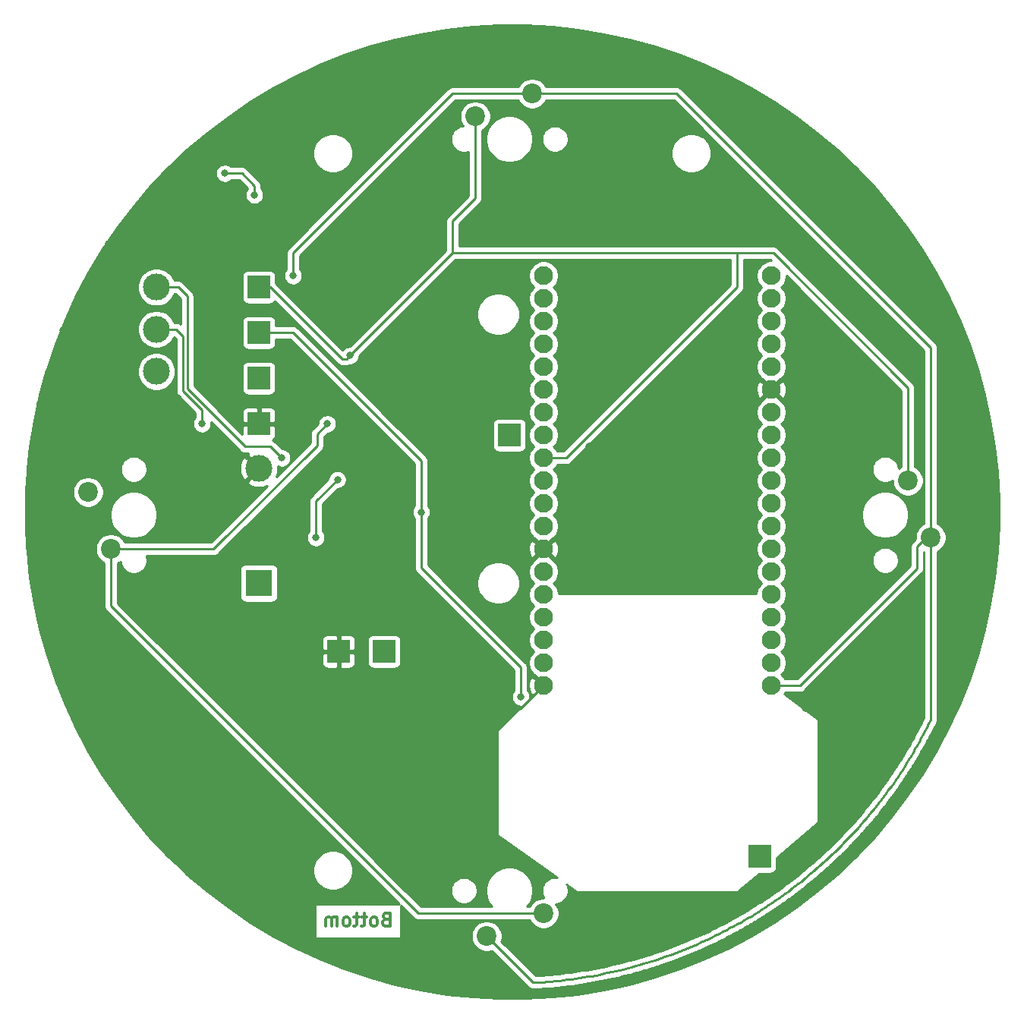
<source format=gbr>
%TF.GenerationSoftware,KiCad,Pcbnew,(5.1.10)-1*%
%TF.CreationDate,2021-09-15T08:26:03+02:00*%
%TF.ProjectId,Light_trainer,4c696768-745f-4747-9261-696e65722e6b,rev?*%
%TF.SameCoordinates,Original*%
%TF.FileFunction,Copper,L2,Bot*%
%TF.FilePolarity,Positive*%
%FSLAX46Y46*%
G04 Gerber Fmt 4.6, Leading zero omitted, Abs format (unit mm)*
G04 Created by KiCad (PCBNEW (5.1.10)-1) date 2021-09-15 08:26:03*
%MOMM*%
%LPD*%
G01*
G04 APERTURE LIST*
%TA.AperFunction,NonConductor*%
%ADD10C,0.300000*%
%TD*%
%TA.AperFunction,ComponentPad*%
%ADD11C,3.000000*%
%TD*%
%TA.AperFunction,ComponentPad*%
%ADD12R,3.000000X3.000000*%
%TD*%
%TA.AperFunction,ComponentPad*%
%ADD13C,2.100000*%
%TD*%
%TA.AperFunction,ComponentPad*%
%ADD14C,2.200000*%
%TD*%
%TA.AperFunction,ComponentPad*%
%ADD15R,2.500000X2.500000*%
%TD*%
%TA.AperFunction,ViaPad*%
%ADD16C,0.800000*%
%TD*%
%TA.AperFunction,Conductor*%
%ADD17C,0.250000*%
%TD*%
%TA.AperFunction,Conductor*%
%ADD18C,0.254000*%
%TD*%
%TA.AperFunction,Conductor*%
%ADD19C,0.100000*%
%TD*%
G04 APERTURE END LIST*
D10*
X125916142Y-145434857D02*
X125701857Y-145506285D01*
X125630428Y-145577714D01*
X125559000Y-145720571D01*
X125559000Y-145934857D01*
X125630428Y-146077714D01*
X125701857Y-146149142D01*
X125844714Y-146220571D01*
X126416142Y-146220571D01*
X126416142Y-144720571D01*
X125916142Y-144720571D01*
X125773285Y-144792000D01*
X125701857Y-144863428D01*
X125630428Y-145006285D01*
X125630428Y-145149142D01*
X125701857Y-145292000D01*
X125773285Y-145363428D01*
X125916142Y-145434857D01*
X126416142Y-145434857D01*
X124701857Y-146220571D02*
X124844714Y-146149142D01*
X124916142Y-146077714D01*
X124987571Y-145934857D01*
X124987571Y-145506285D01*
X124916142Y-145363428D01*
X124844714Y-145292000D01*
X124701857Y-145220571D01*
X124487571Y-145220571D01*
X124344714Y-145292000D01*
X124273285Y-145363428D01*
X124201857Y-145506285D01*
X124201857Y-145934857D01*
X124273285Y-146077714D01*
X124344714Y-146149142D01*
X124487571Y-146220571D01*
X124701857Y-146220571D01*
X123773285Y-145220571D02*
X123201857Y-145220571D01*
X123559000Y-144720571D02*
X123559000Y-146006285D01*
X123487571Y-146149142D01*
X123344714Y-146220571D01*
X123201857Y-146220571D01*
X122916142Y-145220571D02*
X122344714Y-145220571D01*
X122701857Y-144720571D02*
X122701857Y-146006285D01*
X122630428Y-146149142D01*
X122487571Y-146220571D01*
X122344714Y-146220571D01*
X121630428Y-146220571D02*
X121773285Y-146149142D01*
X121844714Y-146077714D01*
X121916142Y-145934857D01*
X121916142Y-145506285D01*
X121844714Y-145363428D01*
X121773285Y-145292000D01*
X121630428Y-145220571D01*
X121416142Y-145220571D01*
X121273285Y-145292000D01*
X121201857Y-145363428D01*
X121130428Y-145506285D01*
X121130428Y-145934857D01*
X121201857Y-146077714D01*
X121273285Y-146149142D01*
X121416142Y-146220571D01*
X121630428Y-146220571D01*
X120487571Y-146220571D02*
X120487571Y-145220571D01*
X120487571Y-145363428D02*
X120416142Y-145292000D01*
X120273285Y-145220571D01*
X120059000Y-145220571D01*
X119916142Y-145292000D01*
X119844714Y-145434857D01*
X119844714Y-146220571D01*
X119844714Y-145434857D02*
X119773285Y-145292000D01*
X119630428Y-145220571D01*
X119416142Y-145220571D01*
X119273285Y-145292000D01*
X119201857Y-145434857D01*
X119201857Y-146220571D01*
D11*
%TO.P,BT1,2*%
%TO.N,GND*%
X111760000Y-95150000D03*
D12*
%TO.P,BT1,1*%
%TO.N,Net-(BT1-Pad1)*%
X111760000Y-107950000D03*
%TD*%
D11*
%TO.P,SW5,3*%
%TO.N,Net-(SW5-Pad3)*%
X100330000Y-84330000D03*
%TO.P,SW5,2*%
%TO.N,Net-(BT1-Pad1)*%
X100330000Y-79630000D03*
%TO.P,SW5,1*%
%TO.N,Net-(JP1-Pad1)*%
X100330000Y-74930000D03*
%TD*%
D13*
%TO.P,U2,3V3*%
%TO.N,+3V3*%
X168910000Y-119380000D03*
%TO.P,U2,EN*%
%TO.N,Net-(U2-PadEN)*%
X168910000Y-116840000D03*
%TO.P,U2,SVP*%
%TO.N,Net-(U2-PadSVP)*%
X168910000Y-114300000D03*
%TO.P,U2,SVN*%
%TO.N,Net-(U2-PadSVN)*%
X168910000Y-111760000D03*
%TO.P,U2,IO34*%
%TO.N,Net-(U2-PadIO34)*%
X168910000Y-109220000D03*
%TO.P,U2,IO35*%
%TO.N,Net-(U2-PadIO35)*%
X168910000Y-106680000D03*
%TO.P,U2,IO32*%
%TO.N,Net-(U2-PadIO32)*%
X168910000Y-104140000D03*
%TO.P,U2,IO33*%
%TO.N,Net-(U2-PadIO33)*%
X168910000Y-101600000D03*
%TO.P,U2,IO12*%
%TO.N,Net-(U2-PadIO12)*%
X168910000Y-88900000D03*
%TO.P,U2,GND0*%
%TO.N,GND*%
X168910000Y-86360000D03*
%TO.P,U2,IO13*%
%TO.N,Net-(U2-PadIO13)*%
X168910000Y-83820000D03*
%TO.P,U2,SD2*%
%TO.N,Net-(U2-PadSD2)*%
X168910000Y-81280000D03*
%TO.P,U2,SD3*%
%TO.N,Net-(U2-PadSD3)*%
X168910000Y-78740000D03*
%TO.P,U2,CMD*%
%TO.N,Net-(U2-PadCMD)*%
X168910000Y-76200000D03*
%TO.P,U2,5V*%
%TO.N,+5V*%
X168910000Y-73660000D03*
%TO.P,U2,GND1*%
%TO.N,GND*%
X143510000Y-119380000D03*
%TO.P,U2,IO25*%
%TO.N,Net-(U2-PadIO25)*%
X168910000Y-99060000D03*
%TO.P,U2,IO26*%
%TO.N,Net-(U2-PadIO26)*%
X168910000Y-96520000D03*
%TO.P,U2,IO27*%
%TO.N,Net-(U2-PadIO27)*%
X168910000Y-93980000D03*
%TO.P,U2,IO14*%
%TO.N,Net-(U2-PadIO14)*%
X168910000Y-91440000D03*
%TO.P,U2,IO23*%
%TO.N,Net-(U2-PadIO23)*%
X143510000Y-116840000D03*
%TO.P,U2,IO22*%
%TO.N,Net-(U2-PadIO22)*%
X143510000Y-114300000D03*
%TO.P,U2,TXD0*%
%TO.N,Net-(U2-PadTXD0)*%
X143510000Y-111760000D03*
%TO.P,U2,RXD0*%
%TO.N,Net-(U2-PadRXD0)*%
X143510000Y-109220000D03*
%TO.P,U2,IO21*%
%TO.N,Net-(U2-PadIO21)*%
X143510000Y-106680000D03*
%TO.P,U2,GND2*%
%TO.N,GND*%
X143510000Y-104140000D03*
%TO.P,U2,IO19*%
%TO.N,Net-(U2-PadIO19)*%
X143510000Y-101600000D03*
%TO.P,U2,IO18*%
%TO.N,Net-(U2-PadIO18)*%
X143510000Y-99060000D03*
%TO.P,U2,IO5*%
%TO.N,Net-(U2-PadIO5)*%
X143510000Y-96520000D03*
%TO.P,U2,IO17*%
%TO.N,switch*%
X143510000Y-93980000D03*
%TO.P,U2,IO16*%
%TO.N,LED*%
X143510000Y-91440000D03*
%TO.P,U2,IO4*%
%TO.N,Net-(U2-PadIO4)*%
X143510000Y-88900000D03*
%TO.P,U2,IO0*%
%TO.N,Net-(U2-PadIO0)*%
X143510000Y-86360000D03*
%TO.P,U2,IO2*%
%TO.N,Net-(U2-PadIO2)*%
X143510000Y-83820000D03*
%TO.P,U2,IO15*%
%TO.N,Net-(U2-PadIO15)*%
X143510000Y-81280000D03*
%TO.P,U2,SD1*%
%TO.N,Net-(U2-PadSD1)*%
X143510000Y-78740000D03*
%TO.P,U2,SD0*%
%TO.N,Net-(U2-PadSD0)*%
X143510000Y-76200000D03*
%TO.P,U2,CLK*%
%TO.N,Net-(U2-PadCLK)*%
X143510000Y-73660000D03*
%TD*%
D14*
%TO.P,SW4,2*%
%TO.N,switch*%
X135890000Y-55880000D03*
%TO.P,SW4,1*%
%TO.N,+3V3*%
X142240000Y-53340000D03*
%TD*%
%TO.P,SW3,2*%
%TO.N,switch*%
X184150000Y-96520000D03*
%TO.P,SW3,1*%
%TO.N,+3V3*%
X186690000Y-102870000D03*
%TD*%
%TO.P,SW2,2*%
%TO.N,switch*%
X143510000Y-144780000D03*
%TO.P,SW2,1*%
%TO.N,+3V3*%
X137160000Y-147320000D03*
%TD*%
%TO.P,SW1,2*%
%TO.N,switch*%
X95250000Y-104140000D03*
%TO.P,SW1,1*%
%TO.N,+3V3*%
X92710000Y-97790000D03*
%TD*%
D15*
%TO.P,TP8,1*%
%TO.N,+3V3*%
X111760000Y-85090000D03*
%TD*%
%TO.P,TP7,1*%
%TO.N,+5V*%
X111760000Y-80010000D03*
%TD*%
%TO.P,TP6,1*%
%TO.N,GND*%
X111760000Y-90170000D03*
%TD*%
%TO.P,TP3,1*%
%TO.N,GND*%
X120650000Y-115570000D03*
%TD*%
%TO.P,TP2,1*%
%TO.N,Net-(C1-Pad1)*%
X125730000Y-115570000D03*
%TD*%
%TO.P,TP5,1*%
%TO.N,Net-(D5-Pad4)*%
X167640000Y-138430000D03*
%TD*%
%TO.P,TP1,1*%
%TO.N,LED*%
X139700000Y-91440000D03*
%TD*%
%TO.P,TP4,1*%
%TO.N,switch*%
X111760000Y-74930000D03*
%TD*%
D16*
%TO.N,GND*%
X163830000Y-73660000D03*
X163830000Y-80010000D03*
X172720000Y-116840000D03*
X172720000Y-121920000D03*
X179070000Y-121920000D03*
X179070000Y-110490000D03*
X184150000Y-114300000D03*
X187960000Y-114300000D03*
X187960000Y-106680000D03*
X187960000Y-99060000D03*
X187960000Y-92710000D03*
X187960000Y-88900000D03*
X185420000Y-88900000D03*
X185420000Y-92710000D03*
X182880000Y-92710000D03*
X182880000Y-88900000D03*
X181610000Y-85090000D03*
X177800000Y-81280000D03*
X173990000Y-77470000D03*
X171450000Y-74930000D03*
X173990000Y-71120000D03*
X176530000Y-73660000D03*
X158750000Y-63500000D03*
X151130000Y-55880000D03*
X121920000Y-54610000D03*
X132080000Y-62230000D03*
X124460000Y-69850000D03*
X118110000Y-76200000D03*
X123190000Y-90170000D03*
X125730000Y-86360000D03*
X132080000Y-74930000D03*
X139700000Y-69850000D03*
X137160000Y-82550000D03*
X137160000Y-91440000D03*
X133350000Y-91440000D03*
X137160000Y-102870000D03*
X133350000Y-105410000D03*
X135890000Y-109220000D03*
X140970000Y-109220000D03*
X139700000Y-119380000D03*
X91440000Y-102870000D03*
X91440000Y-109220000D03*
X97790000Y-109220000D03*
X104140000Y-116840000D03*
X97790000Y-116840000D03*
X97790000Y-123190000D03*
X104140000Y-129540000D03*
X161290000Y-146050000D03*
X128270000Y-140970000D03*
X114300000Y-127000000D03*
X151130000Y-144780000D03*
X128270000Y-120650000D03*
X124460000Y-119380000D03*
X132080000Y-111760000D03*
X91122500Y-93281500D03*
X95186500Y-90106500D03*
X95250000Y-86106000D03*
X90741500Y-88074500D03*
X106362500Y-83058000D03*
X105981500Y-76898500D03*
X108521500Y-72961500D03*
X95000000Y-75000000D03*
X155638500Y-52133500D03*
X172275500Y-61595000D03*
X165417500Y-69342000D03*
X155511500Y-69215000D03*
X147066000Y-69342000D03*
X147066000Y-65468500D03*
X138366500Y-62103000D03*
X140843000Y-74803000D03*
X128587500Y-101790500D03*
X128587500Y-96139000D03*
X122618500Y-96647000D03*
X121856500Y-102552500D03*
X124269500Y-108077000D03*
X121348500Y-110045500D03*
X114300000Y-101600000D03*
X114363500Y-87566500D03*
X107823000Y-87947500D03*
X103505000Y-93218000D03*
X103695500Y-101917500D03*
X109093000Y-104711500D03*
X97345500Y-126873000D03*
X115697000Y-133477000D03*
X118935500Y-130556000D03*
X174586250Y-136803750D03*
X182372000Y-127698500D03*
X175260000Y-97282000D03*
X148590000Y-106680000D03*
X156210000Y-106680000D03*
X163830000Y-106680000D03*
X163830000Y-99060000D03*
X156210000Y-99060000D03*
X148590000Y-99060000D03*
X163830000Y-92710000D03*
X156210000Y-92710000D03*
X148590000Y-80010000D03*
X148590000Y-73660000D03*
X156210000Y-73660000D03*
X156210000Y-80010000D03*
X163830000Y-86360000D03*
X148590000Y-86360000D03*
X156210000Y-86360000D03*
X148590000Y-92710000D03*
X121412000Y-149860000D03*
X113792000Y-146304000D03*
X107188000Y-142240000D03*
X101600000Y-136652000D03*
X96012000Y-130556000D03*
X91440000Y-122936000D03*
X87884000Y-112776000D03*
X86360000Y-103632000D03*
X86360000Y-94996000D03*
X87376000Y-87884000D03*
X89916000Y-79756000D03*
X94996000Y-70104000D03*
X100584000Y-69088000D03*
X102616000Y-61468000D03*
X110744000Y-54864000D03*
X121920000Y-49276000D03*
X131572000Y-46736000D03*
X143256000Y-46228000D03*
X154432000Y-48260000D03*
X166116000Y-52832000D03*
X175768000Y-59944000D03*
X184912000Y-70612000D03*
X189992000Y-80264000D03*
X193040000Y-91948000D03*
X193548000Y-103632000D03*
X190500000Y-118364000D03*
X186436000Y-127000000D03*
X179832000Y-136144000D03*
X170688000Y-144272000D03*
X159004000Y-150368000D03*
X145288000Y-153416000D03*
X133096000Y-152908000D03*
X174000000Y-74000000D03*
%TO.N,+3V3*%
X115570000Y-73660000D03*
%TO.N,+5V*%
X129860000Y-100010000D03*
X140970000Y-120650000D03*
%TO.N,switch*%
X121920000Y-82550000D03*
X119380000Y-90170000D03*
%TO.N,Net-(BT1-Pad1)*%
X105410000Y-90170000D03*
%TO.N,Net-(C1-Pad1)*%
X118110000Y-102870000D03*
X118110000Y-102870000D03*
X120520000Y-96390000D03*
%TO.N,Net-(D2-Pad4)*%
X107950000Y-62230000D03*
X111252002Y-64643000D03*
%TO.N,Net-(JP1-Pad1)*%
X114300000Y-93980000D03*
%TD*%
D17*
%TO.N,GND*%
X120650000Y-119380000D02*
X120650000Y-115570000D01*
X123190000Y-121920000D02*
X120650000Y-119380000D01*
X140970000Y-121920000D02*
X123190000Y-121920000D01*
X143510000Y-119380000D02*
X140970000Y-121920000D01*
%TO.N,+3V3*%
X115570000Y-73660000D02*
X115570000Y-71120000D01*
X133350000Y-53340000D02*
X134620000Y-53340000D01*
X115570000Y-71120000D02*
X133350000Y-53340000D01*
X142240000Y-53340000D02*
X134620000Y-53340000D01*
X186690000Y-102870000D02*
X186690000Y-104775000D01*
X186182000Y-102870000D02*
X186690000Y-102870000D01*
X185166000Y-103886000D02*
X186182000Y-102870000D01*
X185166000Y-106299000D02*
X185166000Y-103886000D01*
X172085000Y-119380000D02*
X185166000Y-106299000D01*
X168910000Y-119380000D02*
X172085000Y-119380000D01*
X186653568Y-123194178D02*
X186690000Y-123118526D01*
X186452585Y-123602386D02*
X186653568Y-123194178D01*
X186247936Y-124009057D02*
X186452585Y-123602386D01*
X186039850Y-124413739D02*
X186247936Y-124009057D01*
X185828201Y-124816674D02*
X186039850Y-124413739D01*
X185613035Y-125217774D02*
X185828201Y-124816674D01*
X185394467Y-125616831D02*
X185613035Y-125217774D01*
X184717839Y-126802670D02*
X184946814Y-126409377D01*
X184010422Y-127970453D02*
X184249564Y-127583340D01*
X183767848Y-128355575D02*
X184010422Y-127970453D01*
X183521897Y-128738616D02*
X183767848Y-128355575D01*
X183272760Y-129119282D02*
X183521897Y-128738616D01*
X183020151Y-129498006D02*
X183272760Y-129119282D01*
X182764338Y-129874389D02*
X183020151Y-129498006D01*
X182242944Y-130620362D02*
X182505278Y-130248495D01*
X181436611Y-131722091D02*
X181708504Y-131357306D01*
X181161395Y-132084697D02*
X181436611Y-131722091D01*
X180883112Y-132444785D02*
X181161395Y-132084697D01*
X180317127Y-133157688D02*
X180601712Y-132802421D01*
X179445131Y-134208203D02*
X179738836Y-133860579D01*
X178545931Y-135235612D02*
X178848626Y-134895781D01*
X178240304Y-135572774D02*
X178545931Y-135235612D01*
X177620196Y-136239147D02*
X177931775Y-135907233D01*
X177305791Y-136568277D02*
X177620196Y-136239147D01*
X176988598Y-136894581D02*
X177305791Y-136568277D01*
X176668565Y-137218120D02*
X176988598Y-136894581D01*
X176345717Y-137538864D02*
X176668565Y-137218120D01*
X176020027Y-137856841D02*
X176345717Y-137538864D01*
X175691672Y-138171878D02*
X176020027Y-137856841D01*
X175360452Y-138484166D02*
X175691672Y-138171878D01*
X175026676Y-138793413D02*
X175360452Y-138484166D01*
X174690146Y-139099805D02*
X175026676Y-138793413D01*
X174350978Y-139403237D02*
X174690146Y-139099805D01*
X173664721Y-140001220D02*
X174009156Y-139703721D01*
X173317735Y-140295686D02*
X173664721Y-140001220D01*
X173001164Y-140559627D02*
X173317735Y-140295686D01*
X172968121Y-140587176D02*
X173001164Y-140559627D01*
X172616047Y-140875554D02*
X172968121Y-140587176D01*
X172261488Y-141160842D02*
X172616047Y-140875554D01*
X171904462Y-141443025D02*
X172261488Y-141160842D01*
X171545039Y-141722047D02*
X171904462Y-141443025D01*
X171183010Y-141998072D02*
X171545039Y-141722047D01*
X170818627Y-142270901D02*
X171183010Y-141998072D01*
X170452052Y-142540419D02*
X170818627Y-142270901D01*
X170083033Y-142806811D02*
X170452052Y-142540419D01*
X169711714Y-143069972D02*
X170083033Y-142806811D01*
X169338148Y-143329865D02*
X169711714Y-143069972D01*
X168962219Y-143586568D02*
X169338148Y-143329865D01*
X168584265Y-143839855D02*
X168962219Y-143586568D01*
X168203935Y-144089957D02*
X168584265Y-143839855D01*
X167821537Y-144336674D02*
X168203935Y-144089957D01*
X167436959Y-144580075D02*
X167821537Y-144336674D01*
X167050198Y-144820165D02*
X167436959Y-144580075D01*
X153747055Y-150629984D02*
X154184944Y-150505637D01*
X153308298Y-150750456D02*
X153747055Y-150629984D01*
X180601712Y-132802421D02*
X180883112Y-132444785D01*
X145716841Y-152206834D02*
X146168703Y-152152429D01*
X151542707Y-151194118D02*
X151985522Y-151088981D01*
X184249564Y-127583340D02*
X184485410Y-127194012D01*
X143905083Y-152385023D02*
X144358627Y-152346395D01*
X151099088Y-151295371D02*
X151542707Y-151194118D01*
X179738836Y-133860579D02*
X180029546Y-133510353D01*
X143451462Y-152419680D02*
X143905083Y-152385023D01*
X150654471Y-151392783D02*
X151099088Y-151295371D01*
X154184944Y-150505637D02*
X154621596Y-150377519D01*
X149315852Y-151661701D02*
X149762871Y-151575944D01*
X148868257Y-151743533D02*
X149315852Y-151661701D01*
X182505278Y-130248495D02*
X182764338Y-129874389D01*
X147521114Y-151965631D02*
X147970864Y-151895502D01*
X164287115Y-146404743D02*
X164687596Y-146188786D01*
X150209099Y-151486300D02*
X150654471Y-151392783D01*
X137160000Y-147320000D02*
X142327937Y-152487938D01*
X165483095Y-145746298D02*
X165877980Y-145519838D01*
X148419806Y-151821487D02*
X148868257Y-151743533D01*
X184946814Y-126409377D02*
X185172385Y-126014047D01*
X142997259Y-152450401D02*
X143451462Y-152419680D01*
X149762871Y-151575944D02*
X150209099Y-151486300D01*
X180029546Y-133510353D02*
X180317127Y-133157688D01*
X142542918Y-152477157D02*
X142997259Y-152450401D01*
X186690000Y-123118526D02*
X186690000Y-102870000D01*
X142327937Y-152487938D02*
X142542918Y-152477157D01*
X161845485Y-147626783D02*
X162256760Y-147432025D01*
X152427415Y-150979987D02*
X152868260Y-150867165D01*
X184485410Y-127194012D02*
X184717839Y-126802670D01*
X147970864Y-151895502D02*
X148419806Y-151821487D01*
X161432464Y-147817979D02*
X161845485Y-147626783D01*
X179148308Y-134553371D02*
X179445131Y-134208203D01*
X144358627Y-152346395D02*
X144811871Y-152303811D01*
X157216869Y-149529262D02*
X157644957Y-149374742D01*
X152868260Y-150867165D02*
X153308298Y-150750456D01*
X181708504Y-131357306D02*
X181977274Y-130990076D01*
X156787516Y-149680025D02*
X157216869Y-149529262D01*
X174009156Y-139703721D02*
X174350978Y-139403237D01*
X144811871Y-152303811D02*
X145264417Y-152257309D01*
X155924808Y-149970345D02*
X156356719Y-149827089D01*
X181977274Y-130990076D02*
X182242944Y-130620362D01*
X145264417Y-152257309D02*
X145716841Y-152206834D01*
X151985522Y-151088981D02*
X152427415Y-150979987D01*
X178848626Y-134895781D02*
X179148308Y-134553371D01*
X146168703Y-152152429D02*
X146619949Y-152094104D01*
X185172385Y-126014047D02*
X185394467Y-125616831D01*
X146619949Y-152094104D02*
X147070869Y-152031822D01*
X158920820Y-148888916D02*
X159343356Y-148719531D01*
X177931775Y-135907233D02*
X178240304Y-135572774D01*
X147070869Y-152031822D02*
X147521114Y-151965631D01*
X154621596Y-150377519D02*
X155057211Y-150245571D01*
X155057211Y-150245571D02*
X155491647Y-150109836D01*
X164687596Y-146188786D02*
X165086369Y-145969243D01*
X155491647Y-150109836D02*
X155924808Y-149970345D01*
X156356719Y-149827089D02*
X156787516Y-149680025D01*
X157644957Y-149374742D02*
X158071698Y-149216490D01*
X158071698Y-149216490D02*
X158496995Y-149054544D01*
X165086369Y-145969243D02*
X165483095Y-145746298D01*
X158496995Y-149054544D02*
X158920820Y-148888916D01*
X165877980Y-145519838D02*
X166270699Y-145290050D01*
X159343356Y-148719531D02*
X159764234Y-148546539D01*
X159764234Y-148546539D02*
X160183691Y-148369844D01*
X160183691Y-148369844D02*
X160601581Y-148189504D01*
X160601581Y-148189504D02*
X161017701Y-148005610D01*
X161017701Y-148005610D02*
X161432464Y-147817979D01*
X162256760Y-147432025D02*
X162666456Y-147233626D01*
X162666456Y-147233626D02*
X163074246Y-147031743D01*
X163074246Y-147031743D02*
X163480321Y-146826285D01*
X163480321Y-146826285D02*
X163884781Y-146617196D01*
X163884781Y-146617196D02*
X164287115Y-146404743D01*
X166270699Y-145290050D02*
X166661563Y-145056751D01*
X166661563Y-145056751D02*
X167050198Y-144820165D01*
X143795634Y-53340000D02*
X142240000Y-53340000D01*
X158340000Y-53340000D02*
X143795634Y-53340000D01*
X186690000Y-81690000D02*
X158340000Y-53340000D01*
X186690000Y-102870000D02*
X186690000Y-81690000D01*
%TO.N,+5V*%
X129860000Y-94300000D02*
X129860000Y-100010000D01*
X115570000Y-80010000D02*
X129860000Y-94300000D01*
X111760000Y-80010000D02*
X115570000Y-80010000D01*
X129860000Y-106238000D02*
X140970000Y-117348000D01*
X140970000Y-117348000D02*
X140970000Y-120650000D01*
X129860000Y-100010000D02*
X129860000Y-106238000D01*
%TO.N,switch*%
X95250000Y-110490000D02*
X95250000Y-104140000D01*
X129540000Y-144780000D02*
X95250000Y-110490000D01*
X143510000Y-144780000D02*
X129540000Y-144780000D01*
X133350000Y-71120000D02*
X121920000Y-82550000D01*
X165100000Y-71120000D02*
X133350000Y-71120000D01*
X165100000Y-74930000D02*
X165100000Y-71120000D01*
X146050000Y-93980000D02*
X165100000Y-74930000D01*
X143510000Y-93980000D02*
X146050000Y-93980000D01*
X118237000Y-91313000D02*
X119380000Y-90170000D01*
X118237000Y-92613501D02*
X118237000Y-91313000D01*
X106710501Y-104140000D02*
X118237000Y-92613501D01*
X95250000Y-104140000D02*
X106710501Y-104140000D01*
X121539000Y-82931000D02*
X121920000Y-82550000D01*
X121031000Y-82931000D02*
X121539000Y-82931000D01*
X113030000Y-74930000D02*
X121031000Y-82931000D01*
X111760000Y-74930000D02*
X113030000Y-74930000D01*
X133350000Y-67564000D02*
X133350000Y-71120000D01*
X135890000Y-65024000D02*
X133350000Y-67564000D01*
X135890000Y-55880000D02*
X135890000Y-65024000D01*
X169120000Y-71120000D02*
X165100000Y-71120000D01*
X184150000Y-86150000D02*
X169120000Y-71120000D01*
X184150000Y-96520000D02*
X184150000Y-86150000D01*
%TO.N,Net-(BT1-Pad1)*%
X103251000Y-80391000D02*
X102490000Y-79630000D01*
X103251000Y-86487000D02*
X103251000Y-80391000D01*
X102490000Y-79630000D02*
X100330000Y-79630000D01*
X105410000Y-88646000D02*
X103251000Y-86487000D01*
X105410000Y-90170000D02*
X105410000Y-88646000D01*
%TO.N,Net-(C1-Pad1)*%
X118110000Y-98800000D02*
X120520000Y-96390000D01*
X118110000Y-102870000D02*
X118110000Y-98800000D01*
%TO.N,Net-(D2-Pad4)*%
X111252002Y-63627002D02*
X111252002Y-64643000D01*
X109855000Y-62230000D02*
X111252002Y-63627002D01*
X107950000Y-62230000D02*
X109855000Y-62230000D01*
%TO.N,Net-(JP1-Pad1)*%
X102743000Y-74930000D02*
X100330000Y-74930000D01*
X103759000Y-75946000D02*
X102743000Y-74930000D01*
X103759000Y-86251500D02*
X103759000Y-75946000D01*
X110217500Y-92710000D02*
X103759000Y-86251500D01*
X113030000Y-92710000D02*
X110217500Y-92710000D01*
X114300000Y-93980000D02*
X113030000Y-92710000D01*
%TD*%
D18*
%TO.N,GND*%
X144406107Y-45889092D02*
X147329151Y-46206993D01*
X150230697Y-46682677D01*
X153102234Y-47314750D01*
X155935340Y-48101358D01*
X158721706Y-49040194D01*
X161453157Y-50128504D01*
X164121683Y-51363095D01*
X166719455Y-52740347D01*
X169238855Y-54256219D01*
X171672492Y-55906266D01*
X174013228Y-57685647D01*
X176254197Y-59589144D01*
X178388827Y-61611173D01*
X180410856Y-63745803D01*
X182314353Y-65986772D01*
X184093734Y-68327508D01*
X185743781Y-70761145D01*
X187259653Y-73280545D01*
X188636905Y-75878317D01*
X189871496Y-78546843D01*
X190959806Y-81278294D01*
X191898642Y-84064660D01*
X192685250Y-86897766D01*
X193317323Y-89769303D01*
X193793007Y-92670849D01*
X194110908Y-95593893D01*
X194270091Y-98529860D01*
X194270091Y-101470140D01*
X194110908Y-104406107D01*
X193793007Y-107329151D01*
X193317323Y-110230697D01*
X192685250Y-113102234D01*
X191898642Y-115935340D01*
X190959806Y-118721706D01*
X189871496Y-121453157D01*
X188636905Y-124121683D01*
X187259653Y-126719455D01*
X185743781Y-129238855D01*
X184093734Y-131672492D01*
X182314353Y-134013228D01*
X180410856Y-136254197D01*
X178388827Y-138388827D01*
X176254197Y-140410856D01*
X174013228Y-142314353D01*
X171672492Y-144093734D01*
X169238855Y-145743781D01*
X166719455Y-147259653D01*
X164121683Y-148636905D01*
X161453157Y-149871496D01*
X158721706Y-150959806D01*
X155935340Y-151898642D01*
X153102234Y-152685250D01*
X150230697Y-153317323D01*
X147329151Y-153793007D01*
X144406107Y-154110908D01*
X141470140Y-154270091D01*
X138529860Y-154270091D01*
X135593893Y-154110908D01*
X132670849Y-153793007D01*
X129769303Y-153317323D01*
X126897766Y-152685250D01*
X124064660Y-151898642D01*
X121278294Y-150959806D01*
X118546843Y-149871496D01*
X115878317Y-148636905D01*
X113280545Y-147259653D01*
X110761145Y-145743781D01*
X108327508Y-144093734D01*
X105986772Y-142314353D01*
X103745803Y-140410856D01*
X103079682Y-139779872D01*
X117765000Y-139779872D01*
X117765000Y-140220128D01*
X117850890Y-140651925D01*
X118019369Y-141058669D01*
X118263962Y-141424729D01*
X118575271Y-141736038D01*
X118941331Y-141980631D01*
X119348075Y-142149110D01*
X119779872Y-142235000D01*
X120220128Y-142235000D01*
X120651925Y-142149110D01*
X121058669Y-141980631D01*
X121424729Y-141736038D01*
X121736038Y-141424729D01*
X121980631Y-141058669D01*
X122149110Y-140651925D01*
X122235000Y-140220128D01*
X122235000Y-139779872D01*
X122149110Y-139348075D01*
X121980631Y-138941331D01*
X121736038Y-138575271D01*
X121424729Y-138263962D01*
X121058669Y-138019369D01*
X120651925Y-137850890D01*
X120220128Y-137765000D01*
X119779872Y-137765000D01*
X119348075Y-137850890D01*
X118941331Y-138019369D01*
X118575271Y-138263962D01*
X118263962Y-138575271D01*
X118019369Y-138941331D01*
X117850890Y-139348075D01*
X117765000Y-139779872D01*
X103079682Y-139779872D01*
X101611173Y-138388827D01*
X99589144Y-136254197D01*
X97685647Y-134013228D01*
X95906266Y-131672492D01*
X94256219Y-129238855D01*
X92740347Y-126719455D01*
X91363095Y-124121683D01*
X90128504Y-121453157D01*
X89040194Y-118721706D01*
X88101358Y-115935340D01*
X87314750Y-113102234D01*
X86682677Y-110230697D01*
X86206993Y-107329151D01*
X85889092Y-104406107D01*
X85865400Y-103969117D01*
X93515000Y-103969117D01*
X93515000Y-104310883D01*
X93581675Y-104646081D01*
X93712463Y-104961831D01*
X93902337Y-105245998D01*
X94144002Y-105487663D01*
X94428169Y-105677537D01*
X94490001Y-105703149D01*
X94490000Y-110452677D01*
X94486324Y-110490000D01*
X94490000Y-110527322D01*
X94490000Y-110527332D01*
X94500997Y-110638985D01*
X94515221Y-110685875D01*
X94544454Y-110782246D01*
X94615026Y-110914276D01*
X94654072Y-110961853D01*
X94709999Y-111030001D01*
X94739003Y-111053804D01*
X127437198Y-143752000D01*
X118059715Y-143752000D01*
X118059715Y-147572000D01*
X127558286Y-147572000D01*
X127558286Y-143873088D01*
X128976201Y-145291003D01*
X128999999Y-145320001D01*
X129028997Y-145343799D01*
X129115723Y-145414974D01*
X129226749Y-145474319D01*
X129247753Y-145485546D01*
X129391014Y-145529003D01*
X129502667Y-145540000D01*
X129502676Y-145540000D01*
X129539999Y-145543676D01*
X129577322Y-145540000D01*
X141946852Y-145540000D01*
X141972463Y-145601831D01*
X142162337Y-145885998D01*
X142404002Y-146127663D01*
X142688169Y-146317537D01*
X143003919Y-146448325D01*
X143339117Y-146515000D01*
X143680883Y-146515000D01*
X144016081Y-146448325D01*
X144331831Y-146317537D01*
X144615998Y-146127663D01*
X144857663Y-145885998D01*
X145047537Y-145601831D01*
X145178325Y-145286081D01*
X145245000Y-144950883D01*
X145245000Y-144609117D01*
X145178325Y-144273919D01*
X145047537Y-143958169D01*
X144891739Y-143725000D01*
X144926260Y-143725000D01*
X145213158Y-143667932D01*
X145483411Y-143555990D01*
X145726632Y-143393475D01*
X145933475Y-143186632D01*
X146095990Y-142943411D01*
X146207932Y-142673158D01*
X146265000Y-142386260D01*
X146265000Y-142093740D01*
X146207932Y-141806842D01*
X146095990Y-141536589D01*
X146077057Y-141508254D01*
X147246183Y-142343344D01*
X147271399Y-142357333D01*
X147295224Y-142364560D01*
X147320000Y-142367000D01*
X165100000Y-142367000D01*
X165115150Y-142366093D01*
X165139459Y-142360715D01*
X165162251Y-142350697D01*
X165182651Y-142336426D01*
X167537397Y-140318072D01*
X168890000Y-140318072D01*
X169014482Y-140305812D01*
X169134180Y-140269502D01*
X169244494Y-140210537D01*
X169341185Y-140131185D01*
X169420537Y-140034494D01*
X169479502Y-139924180D01*
X169515812Y-139804482D01*
X169528072Y-139680000D01*
X169528072Y-138611779D01*
X174072651Y-134716426D01*
X174095597Y-134690557D01*
X174107333Y-134668601D01*
X174114560Y-134644776D01*
X174117000Y-134620000D01*
X174117000Y-123190000D01*
X174115724Y-123172039D01*
X174109804Y-123147857D01*
X174099280Y-123125294D01*
X174084557Y-123105218D01*
X174066200Y-123088400D01*
X170330663Y-120286747D01*
X170403228Y-120178147D01*
X170419029Y-120140000D01*
X172047678Y-120140000D01*
X172085000Y-120143676D01*
X172122322Y-120140000D01*
X172122333Y-120140000D01*
X172233986Y-120129003D01*
X172377247Y-120085546D01*
X172509276Y-120014974D01*
X172625001Y-119920001D01*
X172648804Y-119890997D01*
X185677004Y-106862798D01*
X185706001Y-106839001D01*
X185800974Y-106723276D01*
X185871546Y-106591247D01*
X185915003Y-106447986D01*
X185926000Y-106336333D01*
X185926000Y-106336332D01*
X185929677Y-106299000D01*
X185926000Y-106261667D01*
X185926000Y-104431491D01*
X185930001Y-104433149D01*
X185930000Y-122943232D01*
X185772211Y-123263710D01*
X185570536Y-123664472D01*
X185365455Y-124063309D01*
X185156933Y-124460291D01*
X184944872Y-124855602D01*
X184729460Y-125248896D01*
X184510636Y-125640285D01*
X184288364Y-126029833D01*
X184062717Y-126417411D01*
X183833639Y-126803110D01*
X183601219Y-127186781D01*
X183365564Y-127568248D01*
X183126549Y-127947720D01*
X182884134Y-128325254D01*
X182638648Y-128700341D01*
X182389750Y-129073502D01*
X182137669Y-129444394D01*
X181882361Y-129813082D01*
X181623829Y-130179559D01*
X181362031Y-130543886D01*
X181097162Y-130905785D01*
X180829226Y-131265260D01*
X180558038Y-131622562D01*
X180283784Y-131977435D01*
X180006500Y-132329841D01*
X179726125Y-132679853D01*
X179442645Y-133027490D01*
X179156200Y-133372578D01*
X178866698Y-133715227D01*
X178574185Y-134055381D01*
X178278895Y-134392774D01*
X177980615Y-134727648D01*
X177679455Y-135059882D01*
X177375370Y-135389524D01*
X177068340Y-135716591D01*
X176758538Y-136040902D01*
X176445955Y-136362464D01*
X176130619Y-136681255D01*
X175812352Y-136997447D01*
X175491438Y-137310761D01*
X175167896Y-137621180D01*
X174841469Y-137928948D01*
X174512566Y-138233681D01*
X174180889Y-138535653D01*
X173846743Y-138834593D01*
X173509895Y-139130704D01*
X173170478Y-139423869D01*
X172828501Y-139714085D01*
X172526882Y-139965560D01*
X172483942Y-140001360D01*
X172137048Y-140285495D01*
X171787651Y-140566629D01*
X171435772Y-140844744D01*
X171081645Y-141119655D01*
X170724771Y-141391749D01*
X170365736Y-141660574D01*
X170004541Y-141926135D01*
X169640818Y-142188704D01*
X169275000Y-142447966D01*
X168906845Y-142704096D01*
X168536388Y-142957062D01*
X168163906Y-143206682D01*
X167789168Y-143453107D01*
X167412315Y-143696246D01*
X167033356Y-143936092D01*
X166652142Y-144172738D01*
X166269242Y-144405832D01*
X165884009Y-144635771D01*
X165497035Y-144862197D01*
X165107974Y-145085318D01*
X164717026Y-145305017D01*
X164323944Y-145521428D01*
X163929342Y-145734215D01*
X163532875Y-145943570D01*
X163134254Y-146149640D01*
X162734127Y-146352089D01*
X162332317Y-146551013D01*
X161928583Y-146746525D01*
X161523233Y-146938478D01*
X161116281Y-147126865D01*
X160707452Y-147311812D01*
X160297397Y-147493026D01*
X159885674Y-147670704D01*
X159472269Y-147844850D01*
X159057508Y-148015328D01*
X158641085Y-148182263D01*
X158223470Y-148345464D01*
X157804412Y-148505035D01*
X157383903Y-148660976D01*
X156962006Y-148813263D01*
X156538881Y-148961839D01*
X156114388Y-149106752D01*
X155688734Y-149247933D01*
X155261786Y-149385423D01*
X154833794Y-149519145D01*
X154404461Y-149649190D01*
X153974186Y-149775437D01*
X153542620Y-149897989D01*
X153110320Y-150016688D01*
X152676640Y-150131712D01*
X152242315Y-150242865D01*
X151806726Y-150350305D01*
X151370380Y-150453906D01*
X150933227Y-150553684D01*
X150495098Y-150649674D01*
X150056248Y-150741822D01*
X149616432Y-150830178D01*
X149175939Y-150914684D01*
X148734835Y-150995329D01*
X148293001Y-151072133D01*
X147850478Y-151145090D01*
X147407315Y-151214192D01*
X146963558Y-151279429D01*
X146519244Y-151340799D01*
X146074601Y-151398270D01*
X145629340Y-151451881D01*
X145183483Y-151501624D01*
X144737397Y-151547462D01*
X144290824Y-151589419D01*
X143843869Y-151627485D01*
X143396845Y-151661639D01*
X142949273Y-151691910D01*
X142625763Y-151710962D01*
X138802714Y-147887913D01*
X138828325Y-147826081D01*
X138895000Y-147490883D01*
X138895000Y-147149117D01*
X138828325Y-146813919D01*
X138697537Y-146498169D01*
X138507663Y-146214002D01*
X138265998Y-145972337D01*
X137981831Y-145782463D01*
X137666081Y-145651675D01*
X137330883Y-145585000D01*
X136989117Y-145585000D01*
X136653919Y-145651675D01*
X136338169Y-145782463D01*
X136054002Y-145972337D01*
X135812337Y-146214002D01*
X135622463Y-146498169D01*
X135491675Y-146813919D01*
X135425000Y-147149117D01*
X135425000Y-147490883D01*
X135491675Y-147826081D01*
X135622463Y-148141831D01*
X135812337Y-148425998D01*
X136054002Y-148667663D01*
X136338169Y-148857537D01*
X136653919Y-148988325D01*
X136989117Y-149055000D01*
X137330883Y-149055000D01*
X137666081Y-148988325D01*
X137727912Y-148962714D01*
X141777649Y-153012453D01*
X141815661Y-153054307D01*
X141860504Y-153087494D01*
X141903660Y-153122911D01*
X141920579Y-153131954D01*
X141935997Y-153143365D01*
X141986469Y-153167174D01*
X142035690Y-153193483D01*
X142054046Y-153199051D01*
X142071395Y-153207235D01*
X142125551Y-153220742D01*
X142178950Y-153236940D01*
X142198036Y-153238820D01*
X142216653Y-153243463D01*
X142272404Y-153246145D01*
X142327936Y-153251614D01*
X142384237Y-153246069D01*
X142547010Y-153237906D01*
X142550328Y-153238037D01*
X142584295Y-153236037D01*
X142618269Y-153234333D01*
X142621552Y-153233843D01*
X143007983Y-153211085D01*
X143011298Y-153211187D01*
X143045243Y-153208891D01*
X143079206Y-153206891D01*
X143082482Y-153206372D01*
X143468817Y-153180242D01*
X143472133Y-153180315D01*
X143506013Y-153177727D01*
X143539997Y-153175428D01*
X143543276Y-153174880D01*
X143929063Y-153145405D01*
X143932379Y-153145449D01*
X143966275Y-153142562D01*
X144000203Y-153139970D01*
X144003470Y-153139394D01*
X144389236Y-153106539D01*
X144392549Y-153106554D01*
X144426363Y-153103377D01*
X144460320Y-153100485D01*
X144463588Y-153099880D01*
X144849096Y-153063660D01*
X144852419Y-153063646D01*
X144886290Y-153060166D01*
X144920132Y-153056986D01*
X144923388Y-153056353D01*
X145308268Y-153016805D01*
X145311581Y-153016762D01*
X145345364Y-153012993D01*
X145379240Y-153009512D01*
X145382493Y-153008851D01*
X145767302Y-152965919D01*
X145770624Y-152965847D01*
X145804425Y-152961777D01*
X145838210Y-152958008D01*
X145841455Y-152957319D01*
X146225781Y-152911045D01*
X146229100Y-152910944D01*
X146262859Y-152906581D01*
X146296617Y-152902516D01*
X146299855Y-152901799D01*
X146683639Y-152852194D01*
X146686952Y-152852064D01*
X146720627Y-152847413D01*
X146754396Y-152843048D01*
X146757632Y-152842302D01*
X147141154Y-152789329D01*
X147144473Y-152789170D01*
X147178186Y-152784214D01*
X147211836Y-152779566D01*
X147215057Y-152778793D01*
X147598008Y-152722495D01*
X147601317Y-152722308D01*
X147634880Y-152717075D01*
X147668589Y-152712119D01*
X147671814Y-152711315D01*
X148054346Y-152651668D01*
X148057657Y-152651452D01*
X148091221Y-152645918D01*
X148124842Y-152640676D01*
X148128055Y-152639846D01*
X148509872Y-152576897D01*
X148513183Y-152576652D01*
X148546720Y-152570822D01*
X148580270Y-152565291D01*
X148583474Y-152564433D01*
X148964903Y-152498129D01*
X148968214Y-152497855D01*
X149001712Y-152491731D01*
X149035197Y-152485910D01*
X149038393Y-152485025D01*
X149419073Y-152415427D01*
X149422376Y-152415124D01*
X149455787Y-152408714D01*
X149489258Y-152402595D01*
X149492447Y-152401681D01*
X149872651Y-152328742D01*
X149875957Y-152328410D01*
X149909353Y-152321701D01*
X149942724Y-152315299D01*
X149945902Y-152314359D01*
X150325438Y-152238112D01*
X150328738Y-152237752D01*
X150362039Y-152230760D01*
X150395388Y-152224060D01*
X150398561Y-152223091D01*
X150777361Y-152143552D01*
X150780654Y-152143163D01*
X150813865Y-152135887D01*
X150847182Y-152128891D01*
X150850349Y-152127894D01*
X151228518Y-152045040D01*
X151231806Y-152044623D01*
X151264935Y-152037062D01*
X151298207Y-152029772D01*
X151301367Y-152028746D01*
X151678670Y-151942630D01*
X151681948Y-151942185D01*
X151714954Y-151934349D01*
X151748219Y-151926756D01*
X151751375Y-151925701D01*
X152127989Y-151836282D01*
X152131276Y-151835807D01*
X152164331Y-151827654D01*
X152197410Y-151819800D01*
X152200546Y-151818721D01*
X152576398Y-151726016D01*
X152579675Y-151725513D01*
X152612591Y-151717089D01*
X152645662Y-151708932D01*
X152648796Y-151707824D01*
X153023728Y-151611870D01*
X153027009Y-151611337D01*
X153059958Y-151602598D01*
X153092855Y-151594179D01*
X153095967Y-151593048D01*
X153470250Y-151493778D01*
X153473527Y-151493216D01*
X153506392Y-151484192D01*
X153539217Y-151475486D01*
X153542320Y-151474327D01*
X153915482Y-151371866D01*
X153918750Y-151371276D01*
X153951505Y-151361975D01*
X153984285Y-151352974D01*
X153987380Y-151351787D01*
X154359833Y-151246022D01*
X154363092Y-151245405D01*
X154395726Y-151235830D01*
X154428465Y-151226533D01*
X154431554Y-151225317D01*
X154802928Y-151116352D01*
X154806185Y-151115706D01*
X154838763Y-151105838D01*
X154871390Y-151096265D01*
X154874466Y-151095024D01*
X155244982Y-150982794D01*
X155248225Y-150982121D01*
X155280637Y-150971994D01*
X155313259Y-150962113D01*
X155316331Y-150960842D01*
X155685827Y-150845397D01*
X155689072Y-150844694D01*
X155721481Y-150834257D01*
X155753930Y-150824119D01*
X155756983Y-150822825D01*
X156125396Y-150704185D01*
X156128632Y-150703454D01*
X156160900Y-150692751D01*
X156193305Y-150682316D01*
X156196352Y-150680993D01*
X156563691Y-150559154D01*
X156566921Y-150558395D01*
X156599126Y-150547401D01*
X156631413Y-150536692D01*
X156634444Y-150535344D01*
X157000863Y-150410257D01*
X157004085Y-150409470D01*
X157036162Y-150398206D01*
X157068380Y-150387208D01*
X157071403Y-150385832D01*
X157436573Y-150257607D01*
X157439783Y-150256793D01*
X157471736Y-150245259D01*
X157503887Y-150233970D01*
X157506898Y-150232568D01*
X157870989Y-150101148D01*
X157874205Y-150100303D01*
X157906149Y-150088457D01*
X157938103Y-150076923D01*
X157941096Y-150075497D01*
X158304059Y-149940896D01*
X158307260Y-149940025D01*
X158339051Y-149927919D01*
X158370953Y-149916089D01*
X158373936Y-149914636D01*
X158735662Y-149776897D01*
X158738852Y-149775999D01*
X158770500Y-149763631D01*
X158802335Y-149751509D01*
X158805308Y-149750028D01*
X159165768Y-149609164D01*
X159168957Y-149608236D01*
X159200542Y-149595574D01*
X159232222Y-149583194D01*
X159235181Y-149581688D01*
X159594575Y-149437615D01*
X159597752Y-149436661D01*
X159629211Y-149423730D01*
X159660798Y-149411068D01*
X159663742Y-149409537D01*
X160021698Y-149262408D01*
X160024867Y-149261426D01*
X160056226Y-149248216D01*
X160087689Y-149235284D01*
X160090619Y-149233728D01*
X160447382Y-149083443D01*
X160450546Y-149082432D01*
X160481801Y-149068944D01*
X160513134Y-149055745D01*
X160516050Y-149054164D01*
X160871486Y-148900776D01*
X160874636Y-148899739D01*
X160905740Y-148885994D01*
X160936991Y-148872507D01*
X160939895Y-148870899D01*
X161293789Y-148714504D01*
X161296934Y-148713439D01*
X161327953Y-148699407D01*
X161359050Y-148685664D01*
X161361937Y-148684033D01*
X161714718Y-148524441D01*
X161717854Y-148523348D01*
X161748756Y-148509043D01*
X161779725Y-148495033D01*
X161782597Y-148493377D01*
X162133886Y-148330758D01*
X162137012Y-148329638D01*
X162167775Y-148315070D01*
X162198634Y-148300785D01*
X162201493Y-148299103D01*
X162551287Y-148133459D01*
X162554400Y-148132313D01*
X162585011Y-148117490D01*
X162615769Y-148102924D01*
X162618615Y-148101216D01*
X162967085Y-147932467D01*
X162970189Y-147931293D01*
X163000668Y-147916204D01*
X163031298Y-147901371D01*
X163034131Y-147899638D01*
X163380950Y-147727939D01*
X163384046Y-147726737D01*
X163414442Y-147711358D01*
X163444894Y-147696282D01*
X163447705Y-147694528D01*
X163793079Y-147519782D01*
X163796168Y-147518552D01*
X163826440Y-147502903D01*
X163856744Y-147487570D01*
X163859540Y-147485792D01*
X164203575Y-147307940D01*
X164206648Y-147306685D01*
X164236741Y-147290795D01*
X164266955Y-147275175D01*
X164269738Y-147273370D01*
X164611926Y-147092677D01*
X164614976Y-147091401D01*
X164644826Y-147075305D01*
X164675008Y-147059367D01*
X164677784Y-147057532D01*
X165018383Y-146873867D01*
X165021429Y-146872561D01*
X165051187Y-146856178D01*
X165081177Y-146840006D01*
X165083934Y-146838149D01*
X165423111Y-146651417D01*
X165426150Y-146650082D01*
X165455800Y-146633420D01*
X165485610Y-146617008D01*
X165488349Y-146615129D01*
X165825770Y-146425510D01*
X165828795Y-146424150D01*
X165858309Y-146407224D01*
X165887968Y-146390557D01*
X165890686Y-146388657D01*
X166226556Y-146196042D01*
X166229574Y-146194653D01*
X166258967Y-146177454D01*
X166288451Y-146160546D01*
X166291152Y-146158623D01*
X166625159Y-145963188D01*
X166628160Y-145961775D01*
X166657355Y-145944349D01*
X166686737Y-145927157D01*
X166689425Y-145925207D01*
X167021874Y-145726775D01*
X167024864Y-145725335D01*
X167053938Y-145707636D01*
X167083138Y-145690207D01*
X167085805Y-145688237D01*
X167416342Y-145487019D01*
X167419313Y-145485557D01*
X167448143Y-145467660D01*
X167477278Y-145449924D01*
X167479937Y-145447923D01*
X167808890Y-145243719D01*
X167811856Y-145242227D01*
X167840625Y-145224019D01*
X167869510Y-145206088D01*
X167872141Y-145204072D01*
X168199238Y-144997051D01*
X168202193Y-144995532D01*
X168230805Y-144977072D01*
X168259525Y-144958895D01*
X168262140Y-144956855D01*
X168587383Y-144747014D01*
X168590316Y-144745474D01*
X168618706Y-144726805D01*
X168647332Y-144708336D01*
X168649933Y-144706270D01*
X168973430Y-144493542D01*
X168976346Y-144491978D01*
X169004515Y-144473101D01*
X169033032Y-144454348D01*
X169035622Y-144452254D01*
X169357052Y-144236847D01*
X169359966Y-144235252D01*
X169388098Y-144216042D01*
X169416326Y-144197125D01*
X169418885Y-144195019D01*
X169738635Y-143976677D01*
X169741534Y-143975057D01*
X169769476Y-143955617D01*
X169797556Y-143936443D01*
X169800099Y-143934313D01*
X170117823Y-143713269D01*
X170120707Y-143711624D01*
X170148485Y-143691937D01*
X170176392Y-143672522D01*
X170178915Y-143670371D01*
X170494729Y-143446547D01*
X170497602Y-143444875D01*
X170525239Y-143424924D01*
X170552944Y-143405289D01*
X170555445Y-143403118D01*
X170869313Y-143176540D01*
X170872166Y-143174846D01*
X170899566Y-143154701D01*
X170927161Y-143134780D01*
X170929649Y-143132582D01*
X171241420Y-142903358D01*
X171244252Y-142901643D01*
X171271434Y-142881291D01*
X171298897Y-142861099D01*
X171301369Y-142858877D01*
X171611298Y-142626820D01*
X171614118Y-142625079D01*
X171641121Y-142604491D01*
X171668404Y-142584063D01*
X171670858Y-142581818D01*
X171978790Y-142347039D01*
X171981592Y-142345275D01*
X172008418Y-142324450D01*
X172035523Y-142303784D01*
X172037955Y-142301520D01*
X172343640Y-142064215D01*
X172346431Y-142062424D01*
X172373098Y-142041347D01*
X172399995Y-142020467D01*
X172402407Y-142018183D01*
X172706068Y-141778179D01*
X172708838Y-141776366D01*
X172735279Y-141755091D01*
X172762036Y-141733943D01*
X172764431Y-141731634D01*
X173065986Y-141488996D01*
X173068743Y-141487157D01*
X173095031Y-141465625D01*
X173121570Y-141444271D01*
X173123942Y-141441945D01*
X173423379Y-141196681D01*
X173426124Y-141194816D01*
X173452262Y-141173024D01*
X173478580Y-141151467D01*
X173480926Y-141149126D01*
X173778301Y-140901190D01*
X173781025Y-140899304D01*
X173806907Y-140877339D01*
X173833093Y-140855507D01*
X173835428Y-140853136D01*
X174130543Y-140602689D01*
X174133249Y-140600781D01*
X174158963Y-140578571D01*
X174184940Y-140556526D01*
X174187249Y-140554140D01*
X174480193Y-140301116D01*
X174482893Y-140299176D01*
X174508478Y-140276685D01*
X174534191Y-140254476D01*
X174536476Y-140252073D01*
X174827210Y-139996498D01*
X174829886Y-139994540D01*
X174855223Y-139971873D01*
X174880794Y-139949394D01*
X174883061Y-139946968D01*
X175171530Y-139688894D01*
X175174188Y-139686913D01*
X175199328Y-139664025D01*
X175224702Y-139641324D01*
X175226947Y-139638879D01*
X175513172Y-139378287D01*
X175515816Y-139376281D01*
X175540770Y-139353161D01*
X175565929Y-139330255D01*
X175568152Y-139327791D01*
X175852033Y-139064772D01*
X175854653Y-139062748D01*
X175879342Y-139039470D01*
X175904363Y-139016288D01*
X175906570Y-139013798D01*
X176188284Y-138748187D01*
X176190897Y-138746132D01*
X176215484Y-138722542D01*
X176240200Y-138699239D01*
X176242377Y-138696740D01*
X176521652Y-138428792D01*
X176524237Y-138426722D01*
X176548536Y-138402998D01*
X176573130Y-138379402D01*
X176575291Y-138376877D01*
X176852302Y-138106427D01*
X176854873Y-138104331D01*
X176879000Y-138080361D01*
X176903353Y-138056585D01*
X176905489Y-138054044D01*
X177180076Y-137781247D01*
X177182631Y-137779127D01*
X177206567Y-137754929D01*
X177230691Y-137730962D01*
X177232804Y-137728404D01*
X177504999Y-137453228D01*
X177507531Y-137451089D01*
X177531229Y-137426710D01*
X177555173Y-137402504D01*
X177557265Y-137399927D01*
X177827037Y-137122405D01*
X177829557Y-137120239D01*
X177853072Y-137095622D01*
X177876768Y-137071246D01*
X177878837Y-137068651D01*
X178146251Y-136788713D01*
X178148751Y-136786525D01*
X178172071Y-136761683D01*
X178195537Y-136737118D01*
X178197579Y-136734510D01*
X178462604Y-136452189D01*
X178465080Y-136449984D01*
X178488127Y-136425000D01*
X178511433Y-136400173D01*
X178513458Y-136397540D01*
X178775862Y-136113083D01*
X178778319Y-136110856D01*
X178801152Y-136085668D01*
X178824236Y-136060643D01*
X178826238Y-136057993D01*
X179086174Y-135771237D01*
X179088613Y-135768987D01*
X179111246Y-135743577D01*
X179134092Y-135718374D01*
X179136068Y-135715710D01*
X179393516Y-135426677D01*
X179395936Y-135424406D01*
X179418351Y-135398795D01*
X179440971Y-135373400D01*
X179442924Y-135370719D01*
X179697807Y-135079495D01*
X179700204Y-135077206D01*
X179722357Y-135051445D01*
X179744793Y-135025810D01*
X179746726Y-135023107D01*
X179999191Y-134729522D01*
X180001571Y-134727209D01*
X180023532Y-134701216D01*
X180045711Y-134675425D01*
X180047617Y-134672710D01*
X180297420Y-134377048D01*
X180299778Y-134374716D01*
X180321486Y-134348563D01*
X180343464Y-134322551D01*
X180345349Y-134319815D01*
X180592606Y-134021938D01*
X180594947Y-134019582D01*
X180616472Y-133993186D01*
X180638177Y-133967037D01*
X180640033Y-133964292D01*
X180884629Y-133664341D01*
X180886944Y-133661971D01*
X180908181Y-133635459D01*
X180929715Y-133609052D01*
X180931553Y-133606283D01*
X181173605Y-133304113D01*
X181175903Y-133301718D01*
X181196935Y-133274988D01*
X181218210Y-133248429D01*
X181220022Y-133245646D01*
X181459356Y-132941472D01*
X181461632Y-132939059D01*
X181482427Y-132912151D01*
X181503474Y-132885402D01*
X181505261Y-132882604D01*
X181741944Y-132576345D01*
X181744200Y-132573911D01*
X181764774Y-132546804D01*
X181785573Y-132519891D01*
X181787334Y-132517080D01*
X182021421Y-132208664D01*
X182023657Y-132206209D01*
X182043999Y-132178917D01*
X182064558Y-132151830D01*
X182066295Y-132149003D01*
X182297531Y-131838766D01*
X182299746Y-131836290D01*
X182319870Y-131808794D01*
X182340171Y-131781557D01*
X182341881Y-131778720D01*
X182570478Y-131466379D01*
X182572669Y-131463888D01*
X182592506Y-131436282D01*
X182612614Y-131408808D01*
X182614304Y-131405948D01*
X182840274Y-131091480D01*
X182842445Y-131088968D01*
X182862070Y-131061150D01*
X182881910Y-131033539D01*
X182883572Y-131030669D01*
X183106695Y-130714385D01*
X183108840Y-130711858D01*
X183128179Y-130683930D01*
X183147820Y-130656089D01*
X183149461Y-130653198D01*
X183369790Y-130335023D01*
X183371915Y-130332475D01*
X183391035Y-130304343D01*
X183410408Y-130276367D01*
X183412021Y-130273466D01*
X183629589Y-129953353D01*
X183631696Y-129950782D01*
X183650611Y-129922423D01*
X183669699Y-129894339D01*
X183671283Y-129891431D01*
X183886149Y-129569293D01*
X183888228Y-129566709D01*
X183906845Y-129538264D01*
X183925736Y-129509941D01*
X183927299Y-129507011D01*
X184139179Y-129183272D01*
X184141241Y-129180664D01*
X184159660Y-129151979D01*
X184178254Y-129123568D01*
X184179788Y-129120632D01*
X184388986Y-128794829D01*
X184391020Y-128792209D01*
X184409148Y-128763428D01*
X184427534Y-128734794D01*
X184429045Y-128731839D01*
X184635367Y-128404273D01*
X184637375Y-128401640D01*
X184655223Y-128372749D01*
X184673388Y-128343909D01*
X184674875Y-128340936D01*
X184878270Y-128011692D01*
X184880252Y-128009045D01*
X184897809Y-127980063D01*
X184915759Y-127951006D01*
X184917224Y-127948013D01*
X185117823Y-127616871D01*
X185119784Y-127614205D01*
X185137109Y-127585035D01*
X185154785Y-127555856D01*
X185156222Y-127552855D01*
X185353910Y-127220007D01*
X185355851Y-127217319D01*
X185372955Y-127187941D01*
X185390341Y-127158668D01*
X185391749Y-127155660D01*
X185586501Y-126821150D01*
X185588415Y-126818450D01*
X185605232Y-126788976D01*
X185622393Y-126759501D01*
X185623777Y-126756476D01*
X185815637Y-126420228D01*
X185817526Y-126417514D01*
X185834072Y-126387921D01*
X185850990Y-126358270D01*
X185852349Y-126355230D01*
X186041231Y-126017397D01*
X186043100Y-126014660D01*
X186059418Y-125984866D01*
X186076045Y-125955128D01*
X186077375Y-125952082D01*
X186263263Y-125612692D01*
X186265109Y-125609938D01*
X186281181Y-125579978D01*
X186297536Y-125550117D01*
X186298838Y-125547063D01*
X186481847Y-125205909D01*
X186483668Y-125203140D01*
X186499466Y-125173063D01*
X186515571Y-125143042D01*
X186516847Y-125139973D01*
X186696863Y-124797261D01*
X186698661Y-124794476D01*
X186714197Y-124764261D01*
X186730038Y-124734104D01*
X186731288Y-124731024D01*
X186908266Y-124386840D01*
X186910039Y-124384040D01*
X186925320Y-124353674D01*
X186940890Y-124323394D01*
X186942111Y-124320307D01*
X187116183Y-123974398D01*
X187117931Y-123971584D01*
X187132930Y-123941120D01*
X187148252Y-123910673D01*
X187149448Y-123907571D01*
X187320383Y-123560393D01*
X187322106Y-123557564D01*
X187336840Y-123526968D01*
X187351895Y-123496391D01*
X187353064Y-123493279D01*
X187367790Y-123462700D01*
X187395546Y-123410773D01*
X187411089Y-123359533D01*
X187429471Y-123309274D01*
X187432770Y-123288059D01*
X187439003Y-123267512D01*
X187444249Y-123214245D01*
X187452476Y-123161346D01*
X187450000Y-123102542D01*
X187450000Y-104433148D01*
X187511831Y-104407537D01*
X187795998Y-104217663D01*
X188037663Y-103975998D01*
X188227537Y-103691831D01*
X188358325Y-103376081D01*
X188425000Y-103040883D01*
X188425000Y-102699117D01*
X188358325Y-102363919D01*
X188227537Y-102048169D01*
X188037663Y-101764002D01*
X187795998Y-101522337D01*
X187511831Y-101332463D01*
X187450000Y-101306852D01*
X187450000Y-81727322D01*
X187453676Y-81689999D01*
X187450000Y-81652676D01*
X187450000Y-81652667D01*
X187439003Y-81541014D01*
X187395546Y-81397753D01*
X187324974Y-81265724D01*
X187311811Y-81249685D01*
X187253799Y-81178996D01*
X187253795Y-81178992D01*
X187230001Y-81149999D01*
X187201008Y-81126205D01*
X158903804Y-52829003D01*
X158880001Y-52799999D01*
X158764276Y-52705026D01*
X158632247Y-52634454D01*
X158488986Y-52590997D01*
X158377333Y-52580000D01*
X158377322Y-52580000D01*
X158340000Y-52576324D01*
X158302678Y-52580000D01*
X143803148Y-52580000D01*
X143777537Y-52518169D01*
X143587663Y-52234002D01*
X143345998Y-51992337D01*
X143061831Y-51802463D01*
X142746081Y-51671675D01*
X142410883Y-51605000D01*
X142069117Y-51605000D01*
X141733919Y-51671675D01*
X141418169Y-51802463D01*
X141134002Y-51992337D01*
X140892337Y-52234002D01*
X140702463Y-52518169D01*
X140676852Y-52580000D01*
X133387322Y-52580000D01*
X133349999Y-52576324D01*
X133312676Y-52580000D01*
X133312667Y-52580000D01*
X133201014Y-52590997D01*
X133057753Y-52634454D01*
X132925723Y-52705026D01*
X132882685Y-52740347D01*
X132809999Y-52799999D01*
X132786201Y-52828997D01*
X115058998Y-70556201D01*
X115030000Y-70579999D01*
X115006202Y-70608997D01*
X115006201Y-70608998D01*
X114935026Y-70695724D01*
X114864454Y-70827754D01*
X114820998Y-70971015D01*
X114806324Y-71120000D01*
X114810001Y-71157332D01*
X114810000Y-72956289D01*
X114766063Y-73000226D01*
X114652795Y-73169744D01*
X114574774Y-73358102D01*
X114535000Y-73558061D01*
X114535000Y-73761939D01*
X114574774Y-73961898D01*
X114652795Y-74150256D01*
X114766063Y-74319774D01*
X114910226Y-74463937D01*
X115079744Y-74577205D01*
X115268102Y-74655226D01*
X115468061Y-74695000D01*
X115671939Y-74695000D01*
X115871898Y-74655226D01*
X116060256Y-74577205D01*
X116229774Y-74463937D01*
X116373937Y-74319774D01*
X116487205Y-74150256D01*
X116565226Y-73961898D01*
X116605000Y-73761939D01*
X116605000Y-73558061D01*
X116565226Y-73358102D01*
X116487205Y-73169744D01*
X116373937Y-73000226D01*
X116330000Y-72956289D01*
X116330000Y-71434801D01*
X133664802Y-54100000D01*
X140676852Y-54100000D01*
X140702463Y-54161831D01*
X140892337Y-54445998D01*
X141134002Y-54687663D01*
X141418169Y-54877537D01*
X141733919Y-55008325D01*
X142069117Y-55075000D01*
X142410883Y-55075000D01*
X142746081Y-55008325D01*
X143061831Y-54877537D01*
X143345998Y-54687663D01*
X143587663Y-54445998D01*
X143777537Y-54161831D01*
X143803148Y-54100000D01*
X158025199Y-54100000D01*
X185930001Y-82004804D01*
X185930000Y-101306852D01*
X185868169Y-101332463D01*
X185584002Y-101522337D01*
X185342337Y-101764002D01*
X185152463Y-102048169D01*
X185021675Y-102363919D01*
X184955000Y-102699117D01*
X184955000Y-103022199D01*
X184654998Y-103322201D01*
X184626000Y-103345999D01*
X184602202Y-103374997D01*
X184602201Y-103374998D01*
X184531026Y-103461724D01*
X184460454Y-103593754D01*
X184416998Y-103737015D01*
X184402324Y-103886000D01*
X184406001Y-103923332D01*
X184406000Y-105984198D01*
X171770199Y-118620000D01*
X170419029Y-118620000D01*
X170403228Y-118581853D01*
X170218825Y-118305875D01*
X170022950Y-118110000D01*
X170218825Y-117914125D01*
X170403228Y-117638147D01*
X170530246Y-117331496D01*
X170595000Y-117005958D01*
X170595000Y-116674042D01*
X170530246Y-116348504D01*
X170403228Y-116041853D01*
X170218825Y-115765875D01*
X170022950Y-115570000D01*
X170218825Y-115374125D01*
X170403228Y-115098147D01*
X170530246Y-114791496D01*
X170595000Y-114465958D01*
X170595000Y-114134042D01*
X170530246Y-113808504D01*
X170403228Y-113501853D01*
X170218825Y-113225875D01*
X170022950Y-113030000D01*
X170218825Y-112834125D01*
X170403228Y-112558147D01*
X170530246Y-112251496D01*
X170595000Y-111925958D01*
X170595000Y-111594042D01*
X170530246Y-111268504D01*
X170403228Y-110961853D01*
X170218825Y-110685875D01*
X170022950Y-110490000D01*
X170218825Y-110294125D01*
X170403228Y-110018147D01*
X170530246Y-109711496D01*
X170595000Y-109385958D01*
X170595000Y-109054042D01*
X170530246Y-108728504D01*
X170403228Y-108421853D01*
X170218825Y-108145875D01*
X170022950Y-107950000D01*
X170218825Y-107754125D01*
X170403228Y-107478147D01*
X170530246Y-107171496D01*
X170595000Y-106845958D01*
X170595000Y-106514042D01*
X170530246Y-106188504D01*
X170403228Y-105881853D01*
X170218825Y-105605875D01*
X170022950Y-105410000D01*
X170169210Y-105263740D01*
X180125000Y-105263740D01*
X180125000Y-105556260D01*
X180182068Y-105843158D01*
X180294010Y-106113411D01*
X180456525Y-106356632D01*
X180663368Y-106563475D01*
X180906589Y-106725990D01*
X181176842Y-106837932D01*
X181463740Y-106895000D01*
X181756260Y-106895000D01*
X182043158Y-106837932D01*
X182313411Y-106725990D01*
X182556632Y-106563475D01*
X182763475Y-106356632D01*
X182925990Y-106113411D01*
X183037932Y-105843158D01*
X183095000Y-105556260D01*
X183095000Y-105263740D01*
X183037932Y-104976842D01*
X182925990Y-104706589D01*
X182763475Y-104463368D01*
X182556632Y-104256525D01*
X182313411Y-104094010D01*
X182043158Y-103982068D01*
X181756260Y-103925000D01*
X181463740Y-103925000D01*
X181176842Y-103982068D01*
X180906589Y-104094010D01*
X180663368Y-104256525D01*
X180456525Y-104463368D01*
X180294010Y-104706589D01*
X180182068Y-104976842D01*
X180125000Y-105263740D01*
X170169210Y-105263740D01*
X170218825Y-105214125D01*
X170403228Y-104938147D01*
X170530246Y-104631496D01*
X170595000Y-104305958D01*
X170595000Y-103974042D01*
X170530246Y-103648504D01*
X170403228Y-103341853D01*
X170218825Y-103065875D01*
X170022950Y-102870000D01*
X170218825Y-102674125D01*
X170403228Y-102398147D01*
X170530246Y-102091496D01*
X170595000Y-101765958D01*
X170595000Y-101434042D01*
X170530246Y-101108504D01*
X170403228Y-100801853D01*
X170218825Y-100525875D01*
X170022950Y-100330000D01*
X170218825Y-100134125D01*
X170261354Y-100070475D01*
X178975000Y-100070475D01*
X178975000Y-100589525D01*
X179076261Y-101098601D01*
X179274893Y-101578141D01*
X179563262Y-102009715D01*
X179930285Y-102376738D01*
X180361859Y-102665107D01*
X180841399Y-102863739D01*
X181350475Y-102965000D01*
X181869525Y-102965000D01*
X182378601Y-102863739D01*
X182858141Y-102665107D01*
X183289715Y-102376738D01*
X183656738Y-102009715D01*
X183945107Y-101578141D01*
X184143739Y-101098601D01*
X184245000Y-100589525D01*
X184245000Y-100070475D01*
X184143739Y-99561399D01*
X183945107Y-99081859D01*
X183656738Y-98650285D01*
X183289715Y-98283262D01*
X182858141Y-97994893D01*
X182378601Y-97796261D01*
X181869525Y-97695000D01*
X181350475Y-97695000D01*
X180841399Y-97796261D01*
X180361859Y-97994893D01*
X179930285Y-98283262D01*
X179563262Y-98650285D01*
X179274893Y-99081859D01*
X179076261Y-99561399D01*
X178975000Y-100070475D01*
X170261354Y-100070475D01*
X170403228Y-99858147D01*
X170530246Y-99551496D01*
X170595000Y-99225958D01*
X170595000Y-98894042D01*
X170530246Y-98568504D01*
X170403228Y-98261853D01*
X170218825Y-97985875D01*
X170022950Y-97790000D01*
X170218825Y-97594125D01*
X170403228Y-97318147D01*
X170530246Y-97011496D01*
X170595000Y-96685958D01*
X170595000Y-96354042D01*
X170530246Y-96028504D01*
X170403228Y-95721853D01*
X170218825Y-95445875D01*
X170022950Y-95250000D01*
X170218825Y-95054125D01*
X170403228Y-94778147D01*
X170530246Y-94471496D01*
X170595000Y-94145958D01*
X170595000Y-93814042D01*
X170530246Y-93488504D01*
X170403228Y-93181853D01*
X170218825Y-92905875D01*
X170022950Y-92710000D01*
X170218825Y-92514125D01*
X170403228Y-92238147D01*
X170530246Y-91931496D01*
X170595000Y-91605958D01*
X170595000Y-91274042D01*
X170530246Y-90948504D01*
X170403228Y-90641853D01*
X170218825Y-90365875D01*
X170022950Y-90170000D01*
X170218825Y-89974125D01*
X170403228Y-89698147D01*
X170530246Y-89391496D01*
X170595000Y-89065958D01*
X170595000Y-88734042D01*
X170530246Y-88408504D01*
X170403228Y-88101853D01*
X170218825Y-87825875D01*
X169984125Y-87591175D01*
X169899991Y-87534958D01*
X169901461Y-87531066D01*
X168910000Y-86539605D01*
X167918539Y-87531066D01*
X167920009Y-87534958D01*
X167835875Y-87591175D01*
X167601175Y-87825875D01*
X167416772Y-88101853D01*
X167289754Y-88408504D01*
X167225000Y-88734042D01*
X167225000Y-89065958D01*
X167289754Y-89391496D01*
X167416772Y-89698147D01*
X167601175Y-89974125D01*
X167797050Y-90170000D01*
X167601175Y-90365875D01*
X167416772Y-90641853D01*
X167289754Y-90948504D01*
X167225000Y-91274042D01*
X167225000Y-91605958D01*
X167289754Y-91931496D01*
X167416772Y-92238147D01*
X167601175Y-92514125D01*
X167797050Y-92710000D01*
X167601175Y-92905875D01*
X167416772Y-93181853D01*
X167289754Y-93488504D01*
X167225000Y-93814042D01*
X167225000Y-94145958D01*
X167289754Y-94471496D01*
X167416772Y-94778147D01*
X167601175Y-95054125D01*
X167797050Y-95250000D01*
X167601175Y-95445875D01*
X167416772Y-95721853D01*
X167289754Y-96028504D01*
X167225000Y-96354042D01*
X167225000Y-96685958D01*
X167289754Y-97011496D01*
X167416772Y-97318147D01*
X167601175Y-97594125D01*
X167797050Y-97790000D01*
X167601175Y-97985875D01*
X167416772Y-98261853D01*
X167289754Y-98568504D01*
X167225000Y-98894042D01*
X167225000Y-99225958D01*
X167289754Y-99551496D01*
X167416772Y-99858147D01*
X167601175Y-100134125D01*
X167797050Y-100330000D01*
X167601175Y-100525875D01*
X167416772Y-100801853D01*
X167289754Y-101108504D01*
X167225000Y-101434042D01*
X167225000Y-101765958D01*
X167289754Y-102091496D01*
X167416772Y-102398147D01*
X167601175Y-102674125D01*
X167797050Y-102870000D01*
X167601175Y-103065875D01*
X167416772Y-103341853D01*
X167289754Y-103648504D01*
X167225000Y-103974042D01*
X167225000Y-104305958D01*
X167289754Y-104631496D01*
X167416772Y-104938147D01*
X167601175Y-105214125D01*
X167797050Y-105410000D01*
X167601175Y-105605875D01*
X167416772Y-105881853D01*
X167289754Y-106188504D01*
X167225000Y-106514042D01*
X167225000Y-106845958D01*
X167289754Y-107171496D01*
X167416772Y-107478147D01*
X167601175Y-107754125D01*
X167797050Y-107950000D01*
X167601175Y-108145875D01*
X167416772Y-108421853D01*
X167289754Y-108728504D01*
X167225000Y-109054042D01*
X167225000Y-109093000D01*
X145195000Y-109093000D01*
X145195000Y-109054042D01*
X145130246Y-108728504D01*
X145003228Y-108421853D01*
X144818825Y-108145875D01*
X144622950Y-107950000D01*
X144818825Y-107754125D01*
X145003228Y-107478147D01*
X145130246Y-107171496D01*
X145195000Y-106845958D01*
X145195000Y-106514042D01*
X145130246Y-106188504D01*
X145003228Y-105881853D01*
X144818825Y-105605875D01*
X144584125Y-105371175D01*
X144499991Y-105314958D01*
X144501461Y-105311066D01*
X143510000Y-104319605D01*
X142518539Y-105311066D01*
X142520009Y-105314958D01*
X142435875Y-105371175D01*
X142201175Y-105605875D01*
X142016772Y-105881853D01*
X141889754Y-106188504D01*
X141825000Y-106514042D01*
X141825000Y-106845958D01*
X141889754Y-107171496D01*
X142016772Y-107478147D01*
X142201175Y-107754125D01*
X142397050Y-107950000D01*
X142201175Y-108145875D01*
X142016772Y-108421853D01*
X141889754Y-108728504D01*
X141825000Y-109054042D01*
X141825000Y-109385958D01*
X141889754Y-109711496D01*
X142016772Y-110018147D01*
X142201175Y-110294125D01*
X142397050Y-110490000D01*
X142201175Y-110685875D01*
X142016772Y-110961853D01*
X141889754Y-111268504D01*
X141825000Y-111594042D01*
X141825000Y-111925958D01*
X141889754Y-112251496D01*
X142016772Y-112558147D01*
X142201175Y-112834125D01*
X142397050Y-113030000D01*
X142201175Y-113225875D01*
X142016772Y-113501853D01*
X141889754Y-113808504D01*
X141825000Y-114134042D01*
X141825000Y-114465958D01*
X141889754Y-114791496D01*
X142016772Y-115098147D01*
X142201175Y-115374125D01*
X142397050Y-115570000D01*
X142201175Y-115765875D01*
X142016772Y-116041853D01*
X141889754Y-116348504D01*
X141825000Y-116674042D01*
X141825000Y-117005958D01*
X141889754Y-117331496D01*
X142016772Y-117638147D01*
X142201175Y-117914125D01*
X142435875Y-118148825D01*
X142520009Y-118205042D01*
X142518539Y-118208934D01*
X143383000Y-119073395D01*
X143383000Y-119327394D01*
X143330395Y-119380000D01*
X142338934Y-118388539D01*
X142069421Y-118490339D01*
X141923537Y-118788477D01*
X141838620Y-119109346D01*
X141817934Y-119440617D01*
X141862272Y-119769557D01*
X141969931Y-120083527D01*
X142069421Y-120269661D01*
X142338932Y-120371460D01*
X142223391Y-120487001D01*
X142223392Y-120487002D01*
X142005000Y-120705394D01*
X142005000Y-120548061D01*
X141965226Y-120348102D01*
X141887205Y-120159744D01*
X141773937Y-119990226D01*
X141730000Y-119946289D01*
X141730000Y-117385325D01*
X141733676Y-117348000D01*
X141730000Y-117310675D01*
X141730000Y-117310667D01*
X141719003Y-117199014D01*
X141675546Y-117055753D01*
X141604974Y-116923724D01*
X141510001Y-116807999D01*
X141481004Y-116784202D01*
X132411900Y-107715098D01*
X136075000Y-107715098D01*
X136075000Y-108184902D01*
X136166654Y-108645679D01*
X136346440Y-109079721D01*
X136607450Y-109470349D01*
X136939651Y-109802550D01*
X137330279Y-110063560D01*
X137764321Y-110243346D01*
X138225098Y-110335000D01*
X138694902Y-110335000D01*
X139155679Y-110243346D01*
X139589721Y-110063560D01*
X139980349Y-109802550D01*
X140312550Y-109470349D01*
X140573560Y-109079721D01*
X140753346Y-108645679D01*
X140845000Y-108184902D01*
X140845000Y-107715098D01*
X140753346Y-107254321D01*
X140573560Y-106820279D01*
X140312550Y-106429651D01*
X139980349Y-106097450D01*
X139589721Y-105836440D01*
X139155679Y-105656654D01*
X138694902Y-105565000D01*
X138225098Y-105565000D01*
X137764321Y-105656654D01*
X137330279Y-105836440D01*
X136939651Y-106097450D01*
X136607450Y-106429651D01*
X136346440Y-106820279D01*
X136166654Y-107254321D01*
X136075000Y-107715098D01*
X132411900Y-107715098D01*
X130620000Y-105923199D01*
X130620000Y-104200617D01*
X141817934Y-104200617D01*
X141862272Y-104529557D01*
X141969931Y-104843527D01*
X142069421Y-105029661D01*
X142338934Y-105131461D01*
X143330395Y-104140000D01*
X143689605Y-104140000D01*
X144681066Y-105131461D01*
X144950579Y-105029661D01*
X145096463Y-104731523D01*
X145181380Y-104410654D01*
X145202066Y-104079383D01*
X145157728Y-103750443D01*
X145050069Y-103436473D01*
X144950579Y-103250339D01*
X144681066Y-103148539D01*
X143689605Y-104140000D01*
X143330395Y-104140000D01*
X142338934Y-103148539D01*
X142069421Y-103250339D01*
X141923537Y-103548477D01*
X141838620Y-103869346D01*
X141817934Y-104200617D01*
X130620000Y-104200617D01*
X130620000Y-100713711D01*
X130663937Y-100669774D01*
X130777205Y-100500256D01*
X130855226Y-100311898D01*
X130895000Y-100111939D01*
X130895000Y-99908061D01*
X130855226Y-99708102D01*
X130777205Y-99519744D01*
X130663937Y-99350226D01*
X130620000Y-99306289D01*
X130620000Y-94337323D01*
X130623676Y-94300000D01*
X130620000Y-94262677D01*
X130620000Y-94262667D01*
X130609003Y-94151014D01*
X130565546Y-94007753D01*
X130494974Y-93875724D01*
X130400001Y-93759999D01*
X130371004Y-93736202D01*
X126824802Y-90190000D01*
X137811928Y-90190000D01*
X137811928Y-92690000D01*
X137824188Y-92814482D01*
X137860498Y-92934180D01*
X137919463Y-93044494D01*
X137998815Y-93141185D01*
X138095506Y-93220537D01*
X138205820Y-93279502D01*
X138325518Y-93315812D01*
X138450000Y-93328072D01*
X140950000Y-93328072D01*
X141074482Y-93315812D01*
X141194180Y-93279502D01*
X141304494Y-93220537D01*
X141401185Y-93141185D01*
X141480537Y-93044494D01*
X141539502Y-92934180D01*
X141575812Y-92814482D01*
X141588072Y-92690000D01*
X141588072Y-90190000D01*
X141575812Y-90065518D01*
X141539502Y-89945820D01*
X141480537Y-89835506D01*
X141401185Y-89738815D01*
X141304494Y-89659463D01*
X141194180Y-89600498D01*
X141074482Y-89564188D01*
X140950000Y-89551928D01*
X138450000Y-89551928D01*
X138325518Y-89564188D01*
X138205820Y-89600498D01*
X138095506Y-89659463D01*
X137998815Y-89738815D01*
X137919463Y-89835506D01*
X137860498Y-89945820D01*
X137824188Y-90065518D01*
X137811928Y-90190000D01*
X126824802Y-90190000D01*
X116133804Y-79499003D01*
X116110001Y-79469999D01*
X115994276Y-79375026D01*
X115862247Y-79304454D01*
X115718986Y-79260997D01*
X115607333Y-79250000D01*
X115607322Y-79250000D01*
X115570000Y-79246324D01*
X115532678Y-79250000D01*
X113648072Y-79250000D01*
X113648072Y-78760000D01*
X113635812Y-78635518D01*
X113599502Y-78515820D01*
X113540537Y-78405506D01*
X113461185Y-78308815D01*
X113364494Y-78229463D01*
X113254180Y-78170498D01*
X113134482Y-78134188D01*
X113010000Y-78121928D01*
X110510000Y-78121928D01*
X110385518Y-78134188D01*
X110265820Y-78170498D01*
X110155506Y-78229463D01*
X110058815Y-78308815D01*
X109979463Y-78405506D01*
X109920498Y-78515820D01*
X109884188Y-78635518D01*
X109871928Y-78760000D01*
X109871928Y-81260000D01*
X109884188Y-81384482D01*
X109920498Y-81504180D01*
X109979463Y-81614494D01*
X110058815Y-81711185D01*
X110155506Y-81790537D01*
X110265820Y-81849502D01*
X110385518Y-81885812D01*
X110510000Y-81898072D01*
X113010000Y-81898072D01*
X113134482Y-81885812D01*
X113254180Y-81849502D01*
X113364494Y-81790537D01*
X113461185Y-81711185D01*
X113540537Y-81614494D01*
X113599502Y-81504180D01*
X113635812Y-81384482D01*
X113648072Y-81260000D01*
X113648072Y-80770000D01*
X115255199Y-80770000D01*
X129100000Y-94614802D01*
X129100001Y-99306288D01*
X129056063Y-99350226D01*
X128942795Y-99519744D01*
X128864774Y-99708102D01*
X128825000Y-99908061D01*
X128825000Y-100111939D01*
X128864774Y-100311898D01*
X128942795Y-100500256D01*
X129056063Y-100669774D01*
X129100000Y-100713711D01*
X129100001Y-106200668D01*
X129096324Y-106238000D01*
X129110998Y-106386985D01*
X129154454Y-106530246D01*
X129225026Y-106662276D01*
X129296201Y-106749002D01*
X129320000Y-106778001D01*
X129348998Y-106801799D01*
X140210000Y-117662802D01*
X140210001Y-119946288D01*
X140166063Y-119990226D01*
X140052795Y-120159744D01*
X139974774Y-120348102D01*
X139935000Y-120548061D01*
X139935000Y-120751939D01*
X139974774Y-120951898D01*
X140052795Y-121140256D01*
X140166063Y-121309774D01*
X140310226Y-121453937D01*
X140479744Y-121567205D01*
X140668102Y-121645226D01*
X140868061Y-121685000D01*
X141025394Y-121685000D01*
X138340197Y-124370197D01*
X138324403Y-124389443D01*
X138312667Y-124411399D01*
X138305440Y-124435224D01*
X138303000Y-124460000D01*
X138303000Y-135890000D01*
X138304728Y-135910879D01*
X138311208Y-135934917D01*
X138322254Y-135957229D01*
X138337440Y-135976957D01*
X138356183Y-135993344D01*
X145059647Y-140781533D01*
X144926260Y-140755000D01*
X144633740Y-140755000D01*
X144346842Y-140812068D01*
X144076589Y-140924010D01*
X143833368Y-141086525D01*
X143626525Y-141293368D01*
X143464010Y-141536589D01*
X143352068Y-141806842D01*
X143295000Y-142093740D01*
X143295000Y-142386260D01*
X143352068Y-142673158D01*
X143464010Y-142943411D01*
X143531890Y-143045000D01*
X143339117Y-143045000D01*
X143003919Y-143111675D01*
X142688169Y-143242463D01*
X142404002Y-143432337D01*
X142162337Y-143674002D01*
X141972463Y-143958169D01*
X141946852Y-144020000D01*
X141646453Y-144020000D01*
X141746738Y-143919715D01*
X142035107Y-143488141D01*
X142233739Y-143008601D01*
X142335000Y-142499525D01*
X142335000Y-141980475D01*
X142233739Y-141471399D01*
X142035107Y-140991859D01*
X141746738Y-140560285D01*
X141379715Y-140193262D01*
X140948141Y-139904893D01*
X140468601Y-139706261D01*
X139959525Y-139605000D01*
X139440475Y-139605000D01*
X138931399Y-139706261D01*
X138451859Y-139904893D01*
X138020285Y-140193262D01*
X137653262Y-140560285D01*
X137364893Y-140991859D01*
X137166261Y-141471399D01*
X137065000Y-141980475D01*
X137065000Y-142499525D01*
X137166261Y-143008601D01*
X137364893Y-143488141D01*
X137653262Y-143919715D01*
X137753547Y-144020000D01*
X129854802Y-144020000D01*
X127928542Y-142093740D01*
X133135000Y-142093740D01*
X133135000Y-142386260D01*
X133192068Y-142673158D01*
X133304010Y-142943411D01*
X133466525Y-143186632D01*
X133673368Y-143393475D01*
X133916589Y-143555990D01*
X134186842Y-143667932D01*
X134473740Y-143725000D01*
X134766260Y-143725000D01*
X135053158Y-143667932D01*
X135323411Y-143555990D01*
X135566632Y-143393475D01*
X135773475Y-143186632D01*
X135935990Y-142943411D01*
X136047932Y-142673158D01*
X136105000Y-142386260D01*
X136105000Y-142093740D01*
X136047932Y-141806842D01*
X135935990Y-141536589D01*
X135773475Y-141293368D01*
X135566632Y-141086525D01*
X135323411Y-140924010D01*
X135053158Y-140812068D01*
X134766260Y-140755000D01*
X134473740Y-140755000D01*
X134186842Y-140812068D01*
X133916589Y-140924010D01*
X133673368Y-141086525D01*
X133466525Y-141293368D01*
X133304010Y-141536589D01*
X133192068Y-141806842D01*
X133135000Y-142093740D01*
X127928542Y-142093740D01*
X102654802Y-116820000D01*
X118761928Y-116820000D01*
X118774188Y-116944482D01*
X118810498Y-117064180D01*
X118869463Y-117174494D01*
X118948815Y-117271185D01*
X119045506Y-117350537D01*
X119155820Y-117409502D01*
X119275518Y-117445812D01*
X119400000Y-117458072D01*
X120364250Y-117455000D01*
X120523000Y-117296250D01*
X120523000Y-115697000D01*
X120777000Y-115697000D01*
X120777000Y-117296250D01*
X120935750Y-117455000D01*
X121900000Y-117458072D01*
X122024482Y-117445812D01*
X122144180Y-117409502D01*
X122254494Y-117350537D01*
X122351185Y-117271185D01*
X122430537Y-117174494D01*
X122489502Y-117064180D01*
X122525812Y-116944482D01*
X122538072Y-116820000D01*
X122535000Y-115855750D01*
X122376250Y-115697000D01*
X120777000Y-115697000D01*
X120523000Y-115697000D01*
X118923750Y-115697000D01*
X118765000Y-115855750D01*
X118761928Y-116820000D01*
X102654802Y-116820000D01*
X100154802Y-114320000D01*
X118761928Y-114320000D01*
X118765000Y-115284250D01*
X118923750Y-115443000D01*
X120523000Y-115443000D01*
X120523000Y-113843750D01*
X120777000Y-113843750D01*
X120777000Y-115443000D01*
X122376250Y-115443000D01*
X122535000Y-115284250D01*
X122538072Y-114320000D01*
X123841928Y-114320000D01*
X123841928Y-116820000D01*
X123854188Y-116944482D01*
X123890498Y-117064180D01*
X123949463Y-117174494D01*
X124028815Y-117271185D01*
X124125506Y-117350537D01*
X124235820Y-117409502D01*
X124355518Y-117445812D01*
X124480000Y-117458072D01*
X126980000Y-117458072D01*
X127104482Y-117445812D01*
X127224180Y-117409502D01*
X127334494Y-117350537D01*
X127431185Y-117271185D01*
X127510537Y-117174494D01*
X127569502Y-117064180D01*
X127605812Y-116944482D01*
X127618072Y-116820000D01*
X127618072Y-114320000D01*
X127605812Y-114195518D01*
X127569502Y-114075820D01*
X127510537Y-113965506D01*
X127431185Y-113868815D01*
X127334494Y-113789463D01*
X127224180Y-113730498D01*
X127104482Y-113694188D01*
X126980000Y-113681928D01*
X124480000Y-113681928D01*
X124355518Y-113694188D01*
X124235820Y-113730498D01*
X124125506Y-113789463D01*
X124028815Y-113868815D01*
X123949463Y-113965506D01*
X123890498Y-114075820D01*
X123854188Y-114195518D01*
X123841928Y-114320000D01*
X122538072Y-114320000D01*
X122525812Y-114195518D01*
X122489502Y-114075820D01*
X122430537Y-113965506D01*
X122351185Y-113868815D01*
X122254494Y-113789463D01*
X122144180Y-113730498D01*
X122024482Y-113694188D01*
X121900000Y-113681928D01*
X120935750Y-113685000D01*
X120777000Y-113843750D01*
X120523000Y-113843750D01*
X120364250Y-113685000D01*
X119400000Y-113681928D01*
X119275518Y-113694188D01*
X119155820Y-113730498D01*
X119045506Y-113789463D01*
X118948815Y-113868815D01*
X118869463Y-113965506D01*
X118810498Y-114075820D01*
X118774188Y-114195518D01*
X118761928Y-114320000D01*
X100154802Y-114320000D01*
X96010000Y-110175199D01*
X96010000Y-105703148D01*
X96071831Y-105677537D01*
X96305000Y-105521739D01*
X96305000Y-105556260D01*
X96362068Y-105843158D01*
X96474010Y-106113411D01*
X96636525Y-106356632D01*
X96843368Y-106563475D01*
X97086589Y-106725990D01*
X97356842Y-106837932D01*
X97643740Y-106895000D01*
X97936260Y-106895000D01*
X98223158Y-106837932D01*
X98493411Y-106725990D01*
X98736632Y-106563475D01*
X98850107Y-106450000D01*
X109621928Y-106450000D01*
X109621928Y-109450000D01*
X109634188Y-109574482D01*
X109670498Y-109694180D01*
X109729463Y-109804494D01*
X109808815Y-109901185D01*
X109905506Y-109980537D01*
X110015820Y-110039502D01*
X110135518Y-110075812D01*
X110260000Y-110088072D01*
X113260000Y-110088072D01*
X113384482Y-110075812D01*
X113504180Y-110039502D01*
X113614494Y-109980537D01*
X113711185Y-109901185D01*
X113790537Y-109804494D01*
X113849502Y-109694180D01*
X113885812Y-109574482D01*
X113898072Y-109450000D01*
X113898072Y-106450000D01*
X113885812Y-106325518D01*
X113849502Y-106205820D01*
X113790537Y-106095506D01*
X113711185Y-105998815D01*
X113614494Y-105919463D01*
X113504180Y-105860498D01*
X113384482Y-105824188D01*
X113260000Y-105811928D01*
X110260000Y-105811928D01*
X110135518Y-105824188D01*
X110015820Y-105860498D01*
X109905506Y-105919463D01*
X109808815Y-105998815D01*
X109729463Y-106095506D01*
X109670498Y-106205820D01*
X109634188Y-106325518D01*
X109621928Y-106450000D01*
X98850107Y-106450000D01*
X98943475Y-106356632D01*
X99105990Y-106113411D01*
X99217932Y-105843158D01*
X99275000Y-105556260D01*
X99275000Y-105263740D01*
X99217932Y-104976842D01*
X99186103Y-104900000D01*
X106673179Y-104900000D01*
X106710501Y-104903676D01*
X106747823Y-104900000D01*
X106747834Y-104900000D01*
X106859487Y-104889003D01*
X107002748Y-104845546D01*
X107134777Y-104774974D01*
X107250502Y-104680001D01*
X107274305Y-104650997D01*
X109157241Y-102768061D01*
X117075000Y-102768061D01*
X117075000Y-102971939D01*
X117114774Y-103171898D01*
X117192795Y-103360256D01*
X117306063Y-103529774D01*
X117450226Y-103673937D01*
X117619744Y-103787205D01*
X117808102Y-103865226D01*
X118008061Y-103905000D01*
X118211939Y-103905000D01*
X118411898Y-103865226D01*
X118600256Y-103787205D01*
X118769774Y-103673937D01*
X118913937Y-103529774D01*
X119027205Y-103360256D01*
X119105226Y-103171898D01*
X119145000Y-102971939D01*
X119145000Y-102768061D01*
X119105226Y-102568102D01*
X119027205Y-102379744D01*
X118913937Y-102210226D01*
X118870000Y-102166289D01*
X118870000Y-99114801D01*
X120559802Y-97425000D01*
X120621939Y-97425000D01*
X120821898Y-97385226D01*
X121010256Y-97307205D01*
X121179774Y-97193937D01*
X121323937Y-97049774D01*
X121437205Y-96880256D01*
X121515226Y-96691898D01*
X121555000Y-96491939D01*
X121555000Y-96288061D01*
X121515226Y-96088102D01*
X121437205Y-95899744D01*
X121323937Y-95730226D01*
X121179774Y-95586063D01*
X121010256Y-95472795D01*
X120821898Y-95394774D01*
X120621939Y-95355000D01*
X120418061Y-95355000D01*
X120218102Y-95394774D01*
X120029744Y-95472795D01*
X119860226Y-95586063D01*
X119716063Y-95730226D01*
X119602795Y-95899744D01*
X119524774Y-96088102D01*
X119485000Y-96288061D01*
X119485000Y-96350198D01*
X117598998Y-98236201D01*
X117570000Y-98259999D01*
X117546202Y-98288997D01*
X117546201Y-98288998D01*
X117475026Y-98375724D01*
X117404454Y-98507754D01*
X117360998Y-98651015D01*
X117346324Y-98800000D01*
X117350001Y-98837332D01*
X117350000Y-102166289D01*
X117306063Y-102210226D01*
X117192795Y-102379744D01*
X117114774Y-102568102D01*
X117075000Y-102768061D01*
X109157241Y-102768061D01*
X118748004Y-93177299D01*
X118777001Y-93153502D01*
X118871974Y-93037777D01*
X118942546Y-92905748D01*
X118986003Y-92762487D01*
X118997000Y-92650834D01*
X118997000Y-92650825D01*
X119000676Y-92613502D01*
X118997000Y-92576179D01*
X118997000Y-91627801D01*
X119419802Y-91205000D01*
X119481939Y-91205000D01*
X119681898Y-91165226D01*
X119870256Y-91087205D01*
X120039774Y-90973937D01*
X120183937Y-90829774D01*
X120297205Y-90660256D01*
X120375226Y-90471898D01*
X120415000Y-90271939D01*
X120415000Y-90068061D01*
X120375226Y-89868102D01*
X120297205Y-89679744D01*
X120183937Y-89510226D01*
X120039774Y-89366063D01*
X119870256Y-89252795D01*
X119681898Y-89174774D01*
X119481939Y-89135000D01*
X119278061Y-89135000D01*
X119078102Y-89174774D01*
X118889744Y-89252795D01*
X118720226Y-89366063D01*
X118576063Y-89510226D01*
X118462795Y-89679744D01*
X118384774Y-89868102D01*
X118345000Y-90068061D01*
X118345000Y-90130198D01*
X117725998Y-90749201D01*
X117697000Y-90772999D01*
X117673202Y-90801997D01*
X117673201Y-90801998D01*
X117602026Y-90888724D01*
X117531454Y-91020754D01*
X117487998Y-91164015D01*
X117473324Y-91313000D01*
X117477001Y-91350332D01*
X117477000Y-92298699D01*
X113668388Y-96107312D01*
X113758020Y-95931255D01*
X113872044Y-95526449D01*
X113904902Y-95107176D01*
X113883612Y-94927802D01*
X113998102Y-94975226D01*
X114198061Y-95015000D01*
X114401939Y-95015000D01*
X114601898Y-94975226D01*
X114790256Y-94897205D01*
X114959774Y-94783937D01*
X115103937Y-94639774D01*
X115217205Y-94470256D01*
X115295226Y-94281898D01*
X115335000Y-94081939D01*
X115335000Y-93878061D01*
X115295226Y-93678102D01*
X115217205Y-93489744D01*
X115103937Y-93320226D01*
X114959774Y-93176063D01*
X114790256Y-93062795D01*
X114601898Y-92984774D01*
X114401939Y-92945000D01*
X114339802Y-92945000D01*
X113593804Y-92199003D01*
X113570001Y-92169999D01*
X113454276Y-92075026D01*
X113322247Y-92004454D01*
X113284848Y-91993109D01*
X113364494Y-91950537D01*
X113461185Y-91871185D01*
X113540537Y-91774494D01*
X113599502Y-91664180D01*
X113635812Y-91544482D01*
X113648072Y-91420000D01*
X113645000Y-90455750D01*
X113486250Y-90297000D01*
X111887000Y-90297000D01*
X111887000Y-90317000D01*
X111633000Y-90317000D01*
X111633000Y-90297000D01*
X110033750Y-90297000D01*
X109875000Y-90455750D01*
X109872342Y-91290040D01*
X107502302Y-88920000D01*
X109871928Y-88920000D01*
X109875000Y-89884250D01*
X110033750Y-90043000D01*
X111633000Y-90043000D01*
X111633000Y-88443750D01*
X111887000Y-88443750D01*
X111887000Y-90043000D01*
X113486250Y-90043000D01*
X113645000Y-89884250D01*
X113648072Y-88920000D01*
X113635812Y-88795518D01*
X113599502Y-88675820D01*
X113540537Y-88565506D01*
X113461185Y-88468815D01*
X113364494Y-88389463D01*
X113254180Y-88330498D01*
X113134482Y-88294188D01*
X113010000Y-88281928D01*
X112045750Y-88285000D01*
X111887000Y-88443750D01*
X111633000Y-88443750D01*
X111474250Y-88285000D01*
X110510000Y-88281928D01*
X110385518Y-88294188D01*
X110265820Y-88330498D01*
X110155506Y-88389463D01*
X110058815Y-88468815D01*
X109979463Y-88565506D01*
X109920498Y-88675820D01*
X109884188Y-88795518D01*
X109871928Y-88920000D01*
X107502302Y-88920000D01*
X104519000Y-85936699D01*
X104519000Y-83840000D01*
X109871928Y-83840000D01*
X109871928Y-86340000D01*
X109884188Y-86464482D01*
X109920498Y-86584180D01*
X109979463Y-86694494D01*
X110058815Y-86791185D01*
X110155506Y-86870537D01*
X110265820Y-86929502D01*
X110385518Y-86965812D01*
X110510000Y-86978072D01*
X113010000Y-86978072D01*
X113134482Y-86965812D01*
X113254180Y-86929502D01*
X113364494Y-86870537D01*
X113461185Y-86791185D01*
X113540537Y-86694494D01*
X113599502Y-86584180D01*
X113635812Y-86464482D01*
X113648072Y-86340000D01*
X113648072Y-83840000D01*
X113635812Y-83715518D01*
X113599502Y-83595820D01*
X113540537Y-83485506D01*
X113461185Y-83388815D01*
X113364494Y-83309463D01*
X113254180Y-83250498D01*
X113134482Y-83214188D01*
X113010000Y-83201928D01*
X110510000Y-83201928D01*
X110385518Y-83214188D01*
X110265820Y-83250498D01*
X110155506Y-83309463D01*
X110058815Y-83388815D01*
X109979463Y-83485506D01*
X109920498Y-83595820D01*
X109884188Y-83715518D01*
X109871928Y-83840000D01*
X104519000Y-83840000D01*
X104519000Y-75983322D01*
X104522676Y-75946000D01*
X104519000Y-75908677D01*
X104519000Y-75908667D01*
X104508003Y-75797014D01*
X104464546Y-75653753D01*
X104417092Y-75564974D01*
X104393974Y-75521723D01*
X104322799Y-75434997D01*
X104299001Y-75405999D01*
X104270003Y-75382201D01*
X103306804Y-74419002D01*
X103283001Y-74389999D01*
X103167276Y-74295026D01*
X103035247Y-74224454D01*
X102891986Y-74180997D01*
X102780333Y-74170000D01*
X102780322Y-74170000D01*
X102743000Y-74166324D01*
X102705678Y-74170000D01*
X102326105Y-74170000D01*
X102222012Y-73918698D01*
X102062520Y-73680000D01*
X109871928Y-73680000D01*
X109871928Y-76180000D01*
X109884188Y-76304482D01*
X109920498Y-76424180D01*
X109979463Y-76534494D01*
X110058815Y-76631185D01*
X110155506Y-76710537D01*
X110265820Y-76769502D01*
X110385518Y-76805812D01*
X110510000Y-76818072D01*
X113010000Y-76818072D01*
X113134482Y-76805812D01*
X113254180Y-76769502D01*
X113364494Y-76710537D01*
X113461185Y-76631185D01*
X113540537Y-76534494D01*
X113547210Y-76522011D01*
X120467201Y-83442003D01*
X120490999Y-83471001D01*
X120606724Y-83565974D01*
X120738753Y-83636546D01*
X120882014Y-83680003D01*
X120993667Y-83691000D01*
X120993675Y-83691000D01*
X121031000Y-83694676D01*
X121068325Y-83691000D01*
X121501678Y-83691000D01*
X121539000Y-83694676D01*
X121576322Y-83691000D01*
X121576333Y-83691000D01*
X121687986Y-83680003D01*
X121831247Y-83636546D01*
X121927681Y-83585000D01*
X122021939Y-83585000D01*
X122221898Y-83545226D01*
X122410256Y-83467205D01*
X122579774Y-83353937D01*
X122723937Y-83209774D01*
X122837205Y-83040256D01*
X122915226Y-82851898D01*
X122955000Y-82651939D01*
X122955000Y-82589801D01*
X127829703Y-77715098D01*
X136075000Y-77715098D01*
X136075000Y-78184902D01*
X136166654Y-78645679D01*
X136346440Y-79079721D01*
X136607450Y-79470349D01*
X136939651Y-79802550D01*
X137330279Y-80063560D01*
X137764321Y-80243346D01*
X138225098Y-80335000D01*
X138694902Y-80335000D01*
X139155679Y-80243346D01*
X139589721Y-80063560D01*
X139980349Y-79802550D01*
X140312550Y-79470349D01*
X140573560Y-79079721D01*
X140753346Y-78645679D01*
X140845000Y-78184902D01*
X140845000Y-77715098D01*
X140753346Y-77254321D01*
X140573560Y-76820279D01*
X140312550Y-76429651D01*
X139980349Y-76097450D01*
X139589721Y-75836440D01*
X139155679Y-75656654D01*
X138694902Y-75565000D01*
X138225098Y-75565000D01*
X137764321Y-75656654D01*
X137330279Y-75836440D01*
X136939651Y-76097450D01*
X136607450Y-76429651D01*
X136346440Y-76820279D01*
X136166654Y-77254321D01*
X136075000Y-77715098D01*
X127829703Y-77715098D01*
X133664802Y-71880000D01*
X164340001Y-71880000D01*
X164340000Y-74615198D01*
X145735199Y-93220000D01*
X145019029Y-93220000D01*
X145003228Y-93181853D01*
X144818825Y-92905875D01*
X144622950Y-92710000D01*
X144818825Y-92514125D01*
X145003228Y-92238147D01*
X145130246Y-91931496D01*
X145195000Y-91605958D01*
X145195000Y-91274042D01*
X145130246Y-90948504D01*
X145003228Y-90641853D01*
X144818825Y-90365875D01*
X144622950Y-90170000D01*
X144818825Y-89974125D01*
X145003228Y-89698147D01*
X145130246Y-89391496D01*
X145195000Y-89065958D01*
X145195000Y-88734042D01*
X145130246Y-88408504D01*
X145003228Y-88101853D01*
X144818825Y-87825875D01*
X144622950Y-87630000D01*
X144818825Y-87434125D01*
X145003228Y-87158147D01*
X145130246Y-86851496D01*
X145195000Y-86525958D01*
X145195000Y-86194042D01*
X145130246Y-85868504D01*
X145003228Y-85561853D01*
X144818825Y-85285875D01*
X144622950Y-85090000D01*
X144818825Y-84894125D01*
X145003228Y-84618147D01*
X145130246Y-84311496D01*
X145195000Y-83985958D01*
X145195000Y-83654042D01*
X145130246Y-83328504D01*
X145003228Y-83021853D01*
X144818825Y-82745875D01*
X144622950Y-82550000D01*
X144818825Y-82354125D01*
X145003228Y-82078147D01*
X145130246Y-81771496D01*
X145195000Y-81445958D01*
X145195000Y-81114042D01*
X145130246Y-80788504D01*
X145003228Y-80481853D01*
X144818825Y-80205875D01*
X144622950Y-80010000D01*
X144818825Y-79814125D01*
X145003228Y-79538147D01*
X145130246Y-79231496D01*
X145195000Y-78905958D01*
X145195000Y-78574042D01*
X145130246Y-78248504D01*
X145003228Y-77941853D01*
X144818825Y-77665875D01*
X144622950Y-77470000D01*
X144818825Y-77274125D01*
X145003228Y-76998147D01*
X145130246Y-76691496D01*
X145195000Y-76365958D01*
X145195000Y-76034042D01*
X145130246Y-75708504D01*
X145003228Y-75401853D01*
X144818825Y-75125875D01*
X144622950Y-74930000D01*
X144818825Y-74734125D01*
X145003228Y-74458147D01*
X145130246Y-74151496D01*
X145195000Y-73825958D01*
X145195000Y-73494042D01*
X145130246Y-73168504D01*
X145003228Y-72861853D01*
X144818825Y-72585875D01*
X144584125Y-72351175D01*
X144308147Y-72166772D01*
X144001496Y-72039754D01*
X143675958Y-71975000D01*
X143344042Y-71975000D01*
X143018504Y-72039754D01*
X142711853Y-72166772D01*
X142435875Y-72351175D01*
X142201175Y-72585875D01*
X142016772Y-72861853D01*
X141889754Y-73168504D01*
X141825000Y-73494042D01*
X141825000Y-73825958D01*
X141889754Y-74151496D01*
X142016772Y-74458147D01*
X142201175Y-74734125D01*
X142397050Y-74930000D01*
X142201175Y-75125875D01*
X142016772Y-75401853D01*
X141889754Y-75708504D01*
X141825000Y-76034042D01*
X141825000Y-76365958D01*
X141889754Y-76691496D01*
X142016772Y-76998147D01*
X142201175Y-77274125D01*
X142397050Y-77470000D01*
X142201175Y-77665875D01*
X142016772Y-77941853D01*
X141889754Y-78248504D01*
X141825000Y-78574042D01*
X141825000Y-78905958D01*
X141889754Y-79231496D01*
X142016772Y-79538147D01*
X142201175Y-79814125D01*
X142397050Y-80010000D01*
X142201175Y-80205875D01*
X142016772Y-80481853D01*
X141889754Y-80788504D01*
X141825000Y-81114042D01*
X141825000Y-81445958D01*
X141889754Y-81771496D01*
X142016772Y-82078147D01*
X142201175Y-82354125D01*
X142397050Y-82550000D01*
X142201175Y-82745875D01*
X142016772Y-83021853D01*
X141889754Y-83328504D01*
X141825000Y-83654042D01*
X141825000Y-83985958D01*
X141889754Y-84311496D01*
X142016772Y-84618147D01*
X142201175Y-84894125D01*
X142397050Y-85090000D01*
X142201175Y-85285875D01*
X142016772Y-85561853D01*
X141889754Y-85868504D01*
X141825000Y-86194042D01*
X141825000Y-86525958D01*
X141889754Y-86851496D01*
X142016772Y-87158147D01*
X142201175Y-87434125D01*
X142397050Y-87630000D01*
X142201175Y-87825875D01*
X142016772Y-88101853D01*
X141889754Y-88408504D01*
X141825000Y-88734042D01*
X141825000Y-89065958D01*
X141889754Y-89391496D01*
X142016772Y-89698147D01*
X142201175Y-89974125D01*
X142397050Y-90170000D01*
X142201175Y-90365875D01*
X142016772Y-90641853D01*
X141889754Y-90948504D01*
X141825000Y-91274042D01*
X141825000Y-91605958D01*
X141889754Y-91931496D01*
X142016772Y-92238147D01*
X142201175Y-92514125D01*
X142397050Y-92710000D01*
X142201175Y-92905875D01*
X142016772Y-93181853D01*
X141889754Y-93488504D01*
X141825000Y-93814042D01*
X141825000Y-94145958D01*
X141889754Y-94471496D01*
X142016772Y-94778147D01*
X142201175Y-95054125D01*
X142397050Y-95250000D01*
X142201175Y-95445875D01*
X142016772Y-95721853D01*
X141889754Y-96028504D01*
X141825000Y-96354042D01*
X141825000Y-96685958D01*
X141889754Y-97011496D01*
X142016772Y-97318147D01*
X142201175Y-97594125D01*
X142397050Y-97790000D01*
X142201175Y-97985875D01*
X142016772Y-98261853D01*
X141889754Y-98568504D01*
X141825000Y-98894042D01*
X141825000Y-99225958D01*
X141889754Y-99551496D01*
X142016772Y-99858147D01*
X142201175Y-100134125D01*
X142397050Y-100330000D01*
X142201175Y-100525875D01*
X142016772Y-100801853D01*
X141889754Y-101108504D01*
X141825000Y-101434042D01*
X141825000Y-101765958D01*
X141889754Y-102091496D01*
X142016772Y-102398147D01*
X142201175Y-102674125D01*
X142435875Y-102908825D01*
X142520009Y-102965042D01*
X142518539Y-102968934D01*
X143510000Y-103960395D01*
X144501461Y-102968934D01*
X144499991Y-102965042D01*
X144584125Y-102908825D01*
X144818825Y-102674125D01*
X145003228Y-102398147D01*
X145130246Y-102091496D01*
X145195000Y-101765958D01*
X145195000Y-101434042D01*
X145130246Y-101108504D01*
X145003228Y-100801853D01*
X144818825Y-100525875D01*
X144622950Y-100330000D01*
X144818825Y-100134125D01*
X145003228Y-99858147D01*
X145130246Y-99551496D01*
X145195000Y-99225958D01*
X145195000Y-98894042D01*
X145130246Y-98568504D01*
X145003228Y-98261853D01*
X144818825Y-97985875D01*
X144622950Y-97790000D01*
X144818825Y-97594125D01*
X145003228Y-97318147D01*
X145130246Y-97011496D01*
X145195000Y-96685958D01*
X145195000Y-96354042D01*
X145130246Y-96028504D01*
X145003228Y-95721853D01*
X144818825Y-95445875D01*
X144622950Y-95250000D01*
X144818825Y-95054125D01*
X145003228Y-94778147D01*
X145019029Y-94740000D01*
X146012678Y-94740000D01*
X146050000Y-94743676D01*
X146087322Y-94740000D01*
X146087333Y-94740000D01*
X146198986Y-94729003D01*
X146342247Y-94685546D01*
X146474276Y-94614974D01*
X146590001Y-94520001D01*
X146613804Y-94490997D01*
X154684184Y-86420617D01*
X167217934Y-86420617D01*
X167262272Y-86749557D01*
X167369931Y-87063527D01*
X167469421Y-87249661D01*
X167738934Y-87351461D01*
X168730395Y-86360000D01*
X169089605Y-86360000D01*
X170081066Y-87351461D01*
X170350579Y-87249661D01*
X170496463Y-86951523D01*
X170581380Y-86630654D01*
X170602066Y-86299383D01*
X170557728Y-85970443D01*
X170450069Y-85656473D01*
X170350579Y-85470339D01*
X170081066Y-85368539D01*
X169089605Y-86360000D01*
X168730395Y-86360000D01*
X167738934Y-85368539D01*
X167469421Y-85470339D01*
X167323537Y-85768477D01*
X167238620Y-86089346D01*
X167217934Y-86420617D01*
X154684184Y-86420617D01*
X165611004Y-75493798D01*
X165640001Y-75470001D01*
X165734974Y-75354276D01*
X165805546Y-75222247D01*
X165849003Y-75078986D01*
X165860000Y-74967333D01*
X165860000Y-74967324D01*
X165863676Y-74930001D01*
X165860000Y-74892678D01*
X165860000Y-71880000D01*
X168805199Y-71880000D01*
X168900199Y-71975000D01*
X168744042Y-71975000D01*
X168418504Y-72039754D01*
X168111853Y-72166772D01*
X167835875Y-72351175D01*
X167601175Y-72585875D01*
X167416772Y-72861853D01*
X167289754Y-73168504D01*
X167225000Y-73494042D01*
X167225000Y-73825958D01*
X167289754Y-74151496D01*
X167416772Y-74458147D01*
X167601175Y-74734125D01*
X167797050Y-74930000D01*
X167601175Y-75125875D01*
X167416772Y-75401853D01*
X167289754Y-75708504D01*
X167225000Y-76034042D01*
X167225000Y-76365958D01*
X167289754Y-76691496D01*
X167416772Y-76998147D01*
X167601175Y-77274125D01*
X167797050Y-77470000D01*
X167601175Y-77665875D01*
X167416772Y-77941853D01*
X167289754Y-78248504D01*
X167225000Y-78574042D01*
X167225000Y-78905958D01*
X167289754Y-79231496D01*
X167416772Y-79538147D01*
X167601175Y-79814125D01*
X167797050Y-80010000D01*
X167601175Y-80205875D01*
X167416772Y-80481853D01*
X167289754Y-80788504D01*
X167225000Y-81114042D01*
X167225000Y-81445958D01*
X167289754Y-81771496D01*
X167416772Y-82078147D01*
X167601175Y-82354125D01*
X167797050Y-82550000D01*
X167601175Y-82745875D01*
X167416772Y-83021853D01*
X167289754Y-83328504D01*
X167225000Y-83654042D01*
X167225000Y-83985958D01*
X167289754Y-84311496D01*
X167416772Y-84618147D01*
X167601175Y-84894125D01*
X167835875Y-85128825D01*
X167920009Y-85185042D01*
X167918539Y-85188934D01*
X168910000Y-86180395D01*
X169901461Y-85188934D01*
X169899991Y-85185042D01*
X169984125Y-85128825D01*
X170218825Y-84894125D01*
X170403228Y-84618147D01*
X170530246Y-84311496D01*
X170595000Y-83985958D01*
X170595000Y-83654042D01*
X170530246Y-83328504D01*
X170403228Y-83021853D01*
X170218825Y-82745875D01*
X170022950Y-82550000D01*
X170218825Y-82354125D01*
X170403228Y-82078147D01*
X170530246Y-81771496D01*
X170595000Y-81445958D01*
X170595000Y-81114042D01*
X170530246Y-80788504D01*
X170403228Y-80481853D01*
X170218825Y-80205875D01*
X170022950Y-80010000D01*
X170218825Y-79814125D01*
X170403228Y-79538147D01*
X170530246Y-79231496D01*
X170595000Y-78905958D01*
X170595000Y-78574042D01*
X170530246Y-78248504D01*
X170403228Y-77941853D01*
X170218825Y-77665875D01*
X170022950Y-77470000D01*
X170218825Y-77274125D01*
X170403228Y-76998147D01*
X170530246Y-76691496D01*
X170595000Y-76365958D01*
X170595000Y-76034042D01*
X170530246Y-75708504D01*
X170403228Y-75401853D01*
X170218825Y-75125875D01*
X170022950Y-74930000D01*
X170218825Y-74734125D01*
X170403228Y-74458147D01*
X170530246Y-74151496D01*
X170595000Y-73825958D01*
X170595000Y-73669801D01*
X183390001Y-86464803D01*
X183390000Y-94956852D01*
X183328169Y-94982463D01*
X183095000Y-95138261D01*
X183095000Y-95103740D01*
X183037932Y-94816842D01*
X182925990Y-94546589D01*
X182763475Y-94303368D01*
X182556632Y-94096525D01*
X182313411Y-93934010D01*
X182043158Y-93822068D01*
X181756260Y-93765000D01*
X181463740Y-93765000D01*
X181176842Y-93822068D01*
X180906589Y-93934010D01*
X180663368Y-94096525D01*
X180456525Y-94303368D01*
X180294010Y-94546589D01*
X180182068Y-94816842D01*
X180125000Y-95103740D01*
X180125000Y-95396260D01*
X180182068Y-95683158D01*
X180294010Y-95953411D01*
X180456525Y-96196632D01*
X180663368Y-96403475D01*
X180906589Y-96565990D01*
X181176842Y-96677932D01*
X181463740Y-96735000D01*
X181756260Y-96735000D01*
X182043158Y-96677932D01*
X182313411Y-96565990D01*
X182415000Y-96498110D01*
X182415000Y-96690883D01*
X182481675Y-97026081D01*
X182612463Y-97341831D01*
X182802337Y-97625998D01*
X183044002Y-97867663D01*
X183328169Y-98057537D01*
X183643919Y-98188325D01*
X183979117Y-98255000D01*
X184320883Y-98255000D01*
X184656081Y-98188325D01*
X184971831Y-98057537D01*
X185255998Y-97867663D01*
X185497663Y-97625998D01*
X185687537Y-97341831D01*
X185818325Y-97026081D01*
X185885000Y-96690883D01*
X185885000Y-96349117D01*
X185818325Y-96013919D01*
X185687537Y-95698169D01*
X185497663Y-95414002D01*
X185255998Y-95172337D01*
X184971831Y-94982463D01*
X184910000Y-94956852D01*
X184910000Y-86187323D01*
X184913676Y-86150000D01*
X184910000Y-86112677D01*
X184910000Y-86112667D01*
X184899003Y-86001014D01*
X184855546Y-85857753D01*
X184784974Y-85725724D01*
X184690001Y-85609999D01*
X184661003Y-85586201D01*
X169683804Y-70609003D01*
X169660001Y-70579999D01*
X169544276Y-70485026D01*
X169412247Y-70414454D01*
X169268986Y-70370997D01*
X169157333Y-70360000D01*
X169157322Y-70360000D01*
X169120000Y-70356324D01*
X169082678Y-70360000D01*
X165137333Y-70360000D01*
X165100000Y-70356323D01*
X165062667Y-70360000D01*
X134110000Y-70360000D01*
X134110000Y-67878801D01*
X136401008Y-65587795D01*
X136430001Y-65564001D01*
X136453795Y-65535008D01*
X136453799Y-65535004D01*
X136524973Y-65448277D01*
X136524974Y-65448276D01*
X136595546Y-65316247D01*
X136639003Y-65172986D01*
X136650000Y-65061333D01*
X136650000Y-65061324D01*
X136653676Y-65024001D01*
X136650000Y-64986678D01*
X136650000Y-58160475D01*
X137065000Y-58160475D01*
X137065000Y-58679525D01*
X137166261Y-59188601D01*
X137364893Y-59668141D01*
X137653262Y-60099715D01*
X138020285Y-60466738D01*
X138451859Y-60755107D01*
X138931399Y-60953739D01*
X139440475Y-61055000D01*
X139959525Y-61055000D01*
X140468601Y-60953739D01*
X140948141Y-60755107D01*
X141379715Y-60466738D01*
X141746738Y-60099715D01*
X142035107Y-59668141D01*
X142233739Y-59188601D01*
X142335000Y-58679525D01*
X142335000Y-58273740D01*
X143295000Y-58273740D01*
X143295000Y-58566260D01*
X143352068Y-58853158D01*
X143464010Y-59123411D01*
X143626525Y-59366632D01*
X143833368Y-59573475D01*
X144076589Y-59735990D01*
X144346842Y-59847932D01*
X144633740Y-59905000D01*
X144926260Y-59905000D01*
X145213158Y-59847932D01*
X145377470Y-59779872D01*
X157765000Y-59779872D01*
X157765000Y-60220128D01*
X157850890Y-60651925D01*
X158019369Y-61058669D01*
X158263962Y-61424729D01*
X158575271Y-61736038D01*
X158941331Y-61980631D01*
X159348075Y-62149110D01*
X159779872Y-62235000D01*
X160220128Y-62235000D01*
X160651925Y-62149110D01*
X161058669Y-61980631D01*
X161424729Y-61736038D01*
X161736038Y-61424729D01*
X161980631Y-61058669D01*
X162149110Y-60651925D01*
X162235000Y-60220128D01*
X162235000Y-59779872D01*
X162149110Y-59348075D01*
X161980631Y-58941331D01*
X161736038Y-58575271D01*
X161424729Y-58263962D01*
X161058669Y-58019369D01*
X160651925Y-57850890D01*
X160220128Y-57765000D01*
X159779872Y-57765000D01*
X159348075Y-57850890D01*
X158941331Y-58019369D01*
X158575271Y-58263962D01*
X158263962Y-58575271D01*
X158019369Y-58941331D01*
X157850890Y-59348075D01*
X157765000Y-59779872D01*
X145377470Y-59779872D01*
X145483411Y-59735990D01*
X145726632Y-59573475D01*
X145933475Y-59366632D01*
X146095990Y-59123411D01*
X146207932Y-58853158D01*
X146265000Y-58566260D01*
X146265000Y-58273740D01*
X146207932Y-57986842D01*
X146095990Y-57716589D01*
X145933475Y-57473368D01*
X145726632Y-57266525D01*
X145483411Y-57104010D01*
X145213158Y-56992068D01*
X144926260Y-56935000D01*
X144633740Y-56935000D01*
X144346842Y-56992068D01*
X144076589Y-57104010D01*
X143833368Y-57266525D01*
X143626525Y-57473368D01*
X143464010Y-57716589D01*
X143352068Y-57986842D01*
X143295000Y-58273740D01*
X142335000Y-58273740D01*
X142335000Y-58160475D01*
X142233739Y-57651399D01*
X142035107Y-57171859D01*
X141746738Y-56740285D01*
X141379715Y-56373262D01*
X140948141Y-56084893D01*
X140468601Y-55886261D01*
X139959525Y-55785000D01*
X139440475Y-55785000D01*
X138931399Y-55886261D01*
X138451859Y-56084893D01*
X138020285Y-56373262D01*
X137653262Y-56740285D01*
X137364893Y-57171859D01*
X137166261Y-57651399D01*
X137065000Y-58160475D01*
X136650000Y-58160475D01*
X136650000Y-57443148D01*
X136711831Y-57417537D01*
X136995998Y-57227663D01*
X137237663Y-56985998D01*
X137427537Y-56701831D01*
X137558325Y-56386081D01*
X137625000Y-56050883D01*
X137625000Y-55709117D01*
X137558325Y-55373919D01*
X137427537Y-55058169D01*
X137237663Y-54774002D01*
X136995998Y-54532337D01*
X136711831Y-54342463D01*
X136396081Y-54211675D01*
X136060883Y-54145000D01*
X135719117Y-54145000D01*
X135383919Y-54211675D01*
X135068169Y-54342463D01*
X134784002Y-54532337D01*
X134542337Y-54774002D01*
X134352463Y-55058169D01*
X134221675Y-55373919D01*
X134155000Y-55709117D01*
X134155000Y-56050883D01*
X134221675Y-56386081D01*
X134352463Y-56701831D01*
X134508261Y-56935000D01*
X134473740Y-56935000D01*
X134186842Y-56992068D01*
X133916589Y-57104010D01*
X133673368Y-57266525D01*
X133466525Y-57473368D01*
X133304010Y-57716589D01*
X133192068Y-57986842D01*
X133135000Y-58273740D01*
X133135000Y-58566260D01*
X133192068Y-58853158D01*
X133304010Y-59123411D01*
X133466525Y-59366632D01*
X133673368Y-59573475D01*
X133916589Y-59735990D01*
X134186842Y-59847932D01*
X134473740Y-59905000D01*
X134766260Y-59905000D01*
X135053158Y-59847932D01*
X135130000Y-59816103D01*
X135130001Y-64709196D01*
X132839003Y-67000196D01*
X132809999Y-67023999D01*
X132754871Y-67091174D01*
X132715026Y-67139724D01*
X132644455Y-67271753D01*
X132644454Y-67271754D01*
X132600997Y-67415015D01*
X132590000Y-67526668D01*
X132590000Y-67526678D01*
X132586324Y-67564000D01*
X132590000Y-67601323D01*
X132590001Y-70805197D01*
X121880199Y-81515000D01*
X121818061Y-81515000D01*
X121618102Y-81554774D01*
X121429744Y-81632795D01*
X121260226Y-81746063D01*
X121116063Y-81890226D01*
X121095621Y-81920819D01*
X113648072Y-74473271D01*
X113648072Y-73680000D01*
X113635812Y-73555518D01*
X113599502Y-73435820D01*
X113540537Y-73325506D01*
X113461185Y-73228815D01*
X113364494Y-73149463D01*
X113254180Y-73090498D01*
X113134482Y-73054188D01*
X113010000Y-73041928D01*
X110510000Y-73041928D01*
X110385518Y-73054188D01*
X110265820Y-73090498D01*
X110155506Y-73149463D01*
X110058815Y-73228815D01*
X109979463Y-73325506D01*
X109920498Y-73435820D01*
X109884188Y-73555518D01*
X109871928Y-73680000D01*
X102062520Y-73680000D01*
X101988363Y-73569017D01*
X101690983Y-73271637D01*
X101341302Y-73037988D01*
X100952756Y-72877047D01*
X100540279Y-72795000D01*
X100119721Y-72795000D01*
X99707244Y-72877047D01*
X99318698Y-73037988D01*
X98969017Y-73271637D01*
X98671637Y-73569017D01*
X98437988Y-73918698D01*
X98277047Y-74307244D01*
X98195000Y-74719721D01*
X98195000Y-75140279D01*
X98277047Y-75552756D01*
X98437988Y-75941302D01*
X98671637Y-76290983D01*
X98969017Y-76588363D01*
X99318698Y-76822012D01*
X99707244Y-76982953D01*
X100119721Y-77065000D01*
X100540279Y-77065000D01*
X100952756Y-76982953D01*
X101341302Y-76822012D01*
X101690983Y-76588363D01*
X101988363Y-76290983D01*
X102222012Y-75941302D01*
X102326105Y-75690000D01*
X102428199Y-75690000D01*
X102999001Y-76260803D01*
X102999001Y-79064558D01*
X102914276Y-78995026D01*
X102782247Y-78924454D01*
X102638986Y-78880997D01*
X102527333Y-78870000D01*
X102527322Y-78870000D01*
X102490000Y-78866324D01*
X102452678Y-78870000D01*
X102326105Y-78870000D01*
X102222012Y-78618698D01*
X101988363Y-78269017D01*
X101690983Y-77971637D01*
X101341302Y-77737988D01*
X100952756Y-77577047D01*
X100540279Y-77495000D01*
X100119721Y-77495000D01*
X99707244Y-77577047D01*
X99318698Y-77737988D01*
X98969017Y-77971637D01*
X98671637Y-78269017D01*
X98437988Y-78618698D01*
X98277047Y-79007244D01*
X98195000Y-79419721D01*
X98195000Y-79840279D01*
X98277047Y-80252756D01*
X98437988Y-80641302D01*
X98671637Y-80990983D01*
X98969017Y-81288363D01*
X99318698Y-81522012D01*
X99707244Y-81682953D01*
X100119721Y-81765000D01*
X100540279Y-81765000D01*
X100952756Y-81682953D01*
X101341302Y-81522012D01*
X101690983Y-81288363D01*
X101988363Y-80990983D01*
X102222012Y-80641302D01*
X102281905Y-80496707D01*
X102491001Y-80705803D01*
X102491000Y-86449677D01*
X102487324Y-86487000D01*
X102491000Y-86524322D01*
X102491000Y-86524332D01*
X102501997Y-86635985D01*
X102536448Y-86749557D01*
X102545454Y-86779246D01*
X102616026Y-86911276D01*
X102617996Y-86913676D01*
X102710999Y-87027001D01*
X102740003Y-87050804D01*
X104650001Y-88960803D01*
X104650000Y-89466289D01*
X104606063Y-89510226D01*
X104492795Y-89679744D01*
X104414774Y-89868102D01*
X104375000Y-90068061D01*
X104375000Y-90271939D01*
X104414774Y-90471898D01*
X104492795Y-90660256D01*
X104606063Y-90829774D01*
X104750226Y-90973937D01*
X104919744Y-91087205D01*
X105108102Y-91165226D01*
X105308061Y-91205000D01*
X105511939Y-91205000D01*
X105711898Y-91165226D01*
X105900256Y-91087205D01*
X106069774Y-90973937D01*
X106213937Y-90829774D01*
X106327205Y-90660256D01*
X106405226Y-90471898D01*
X106445000Y-90271939D01*
X106445000Y-90068061D01*
X106431155Y-89998456D01*
X109653700Y-93221002D01*
X109677499Y-93250001D01*
X109793224Y-93344974D01*
X109925253Y-93415546D01*
X110068514Y-93459003D01*
X110180167Y-93470000D01*
X110180176Y-93470000D01*
X110217499Y-93473676D01*
X110254822Y-93470000D01*
X110541069Y-93470000D01*
X110447952Y-93658347D01*
X111760000Y-94970395D01*
X111774143Y-94956253D01*
X111953748Y-95135858D01*
X111939605Y-95150000D01*
X111953748Y-95164143D01*
X111774143Y-95343748D01*
X111760000Y-95329605D01*
X110447952Y-96641653D01*
X110603962Y-96957214D01*
X110978745Y-97148020D01*
X111383551Y-97262044D01*
X111802824Y-97294902D01*
X112220451Y-97245334D01*
X112620383Y-97115243D01*
X112706471Y-97069229D01*
X106395700Y-103380000D01*
X96813148Y-103380000D01*
X96787537Y-103318169D01*
X96597663Y-103034002D01*
X96355998Y-102792337D01*
X96071831Y-102602463D01*
X95756081Y-102471675D01*
X95420883Y-102405000D01*
X95079117Y-102405000D01*
X94743919Y-102471675D01*
X94428169Y-102602463D01*
X94144002Y-102792337D01*
X93902337Y-103034002D01*
X93712463Y-103318169D01*
X93581675Y-103633919D01*
X93515000Y-103969117D01*
X85865400Y-103969117D01*
X85729909Y-101470140D01*
X85729909Y-100070475D01*
X95155000Y-100070475D01*
X95155000Y-100589525D01*
X95256261Y-101098601D01*
X95454893Y-101578141D01*
X95743262Y-102009715D01*
X96110285Y-102376738D01*
X96541859Y-102665107D01*
X97021399Y-102863739D01*
X97530475Y-102965000D01*
X98049525Y-102965000D01*
X98558601Y-102863739D01*
X99038141Y-102665107D01*
X99469715Y-102376738D01*
X99836738Y-102009715D01*
X100125107Y-101578141D01*
X100323739Y-101098601D01*
X100425000Y-100589525D01*
X100425000Y-100070475D01*
X100323739Y-99561399D01*
X100125107Y-99081859D01*
X99836738Y-98650285D01*
X99469715Y-98283262D01*
X99038141Y-97994893D01*
X98558601Y-97796261D01*
X98049525Y-97695000D01*
X97530475Y-97695000D01*
X97021399Y-97796261D01*
X96541859Y-97994893D01*
X96110285Y-98283262D01*
X95743262Y-98650285D01*
X95454893Y-99081859D01*
X95256261Y-99561399D01*
X95155000Y-100070475D01*
X85729909Y-100070475D01*
X85729909Y-98529860D01*
X85779287Y-97619117D01*
X90975000Y-97619117D01*
X90975000Y-97960883D01*
X91041675Y-98296081D01*
X91172463Y-98611831D01*
X91362337Y-98895998D01*
X91604002Y-99137663D01*
X91888169Y-99327537D01*
X92203919Y-99458325D01*
X92539117Y-99525000D01*
X92880883Y-99525000D01*
X93216081Y-99458325D01*
X93531831Y-99327537D01*
X93815998Y-99137663D01*
X94057663Y-98895998D01*
X94247537Y-98611831D01*
X94378325Y-98296081D01*
X94445000Y-97960883D01*
X94445000Y-97619117D01*
X94378325Y-97283919D01*
X94247537Y-96968169D01*
X94057663Y-96684002D01*
X93815998Y-96442337D01*
X93531831Y-96252463D01*
X93216081Y-96121675D01*
X92880883Y-96055000D01*
X92539117Y-96055000D01*
X92203919Y-96121675D01*
X91888169Y-96252463D01*
X91604002Y-96442337D01*
X91362337Y-96684002D01*
X91172463Y-96968169D01*
X91041675Y-97283919D01*
X90975000Y-97619117D01*
X85779287Y-97619117D01*
X85889092Y-95593893D01*
X85942399Y-95103740D01*
X96305000Y-95103740D01*
X96305000Y-95396260D01*
X96362068Y-95683158D01*
X96474010Y-95953411D01*
X96636525Y-96196632D01*
X96843368Y-96403475D01*
X97086589Y-96565990D01*
X97356842Y-96677932D01*
X97643740Y-96735000D01*
X97936260Y-96735000D01*
X98223158Y-96677932D01*
X98493411Y-96565990D01*
X98736632Y-96403475D01*
X98943475Y-96196632D01*
X99105990Y-95953411D01*
X99217932Y-95683158D01*
X99275000Y-95396260D01*
X99275000Y-95192824D01*
X109615098Y-95192824D01*
X109664666Y-95610451D01*
X109794757Y-96010383D01*
X109952786Y-96306038D01*
X110268347Y-96462048D01*
X111580395Y-95150000D01*
X110268347Y-93837952D01*
X109952786Y-93993962D01*
X109761980Y-94368745D01*
X109647956Y-94773551D01*
X109615098Y-95192824D01*
X99275000Y-95192824D01*
X99275000Y-95103740D01*
X99217932Y-94816842D01*
X99105990Y-94546589D01*
X98943475Y-94303368D01*
X98736632Y-94096525D01*
X98493411Y-93934010D01*
X98223158Y-93822068D01*
X97936260Y-93765000D01*
X97643740Y-93765000D01*
X97356842Y-93822068D01*
X97086589Y-93934010D01*
X96843368Y-94096525D01*
X96636525Y-94303368D01*
X96474010Y-94546589D01*
X96362068Y-94816842D01*
X96305000Y-95103740D01*
X85942399Y-95103740D01*
X86206993Y-92670849D01*
X86682677Y-89769303D01*
X87314750Y-86897766D01*
X88086070Y-84119721D01*
X98195000Y-84119721D01*
X98195000Y-84540279D01*
X98277047Y-84952756D01*
X98437988Y-85341302D01*
X98671637Y-85690983D01*
X98969017Y-85988363D01*
X99318698Y-86222012D01*
X99707244Y-86382953D01*
X100119721Y-86465000D01*
X100540279Y-86465000D01*
X100952756Y-86382953D01*
X101341302Y-86222012D01*
X101690983Y-85988363D01*
X101988363Y-85690983D01*
X102222012Y-85341302D01*
X102382953Y-84952756D01*
X102465000Y-84540279D01*
X102465000Y-84119721D01*
X102382953Y-83707244D01*
X102222012Y-83318698D01*
X101988363Y-82969017D01*
X101690983Y-82671637D01*
X101341302Y-82437988D01*
X100952756Y-82277047D01*
X100540279Y-82195000D01*
X100119721Y-82195000D01*
X99707244Y-82277047D01*
X99318698Y-82437988D01*
X98969017Y-82671637D01*
X98671637Y-82969017D01*
X98437988Y-83318698D01*
X98277047Y-83707244D01*
X98195000Y-84119721D01*
X88086070Y-84119721D01*
X88101358Y-84064660D01*
X89040194Y-81278294D01*
X90128504Y-78546843D01*
X91363095Y-75878317D01*
X92740347Y-73280545D01*
X94256219Y-70761145D01*
X95906266Y-68327508D01*
X97685647Y-65986772D01*
X99589144Y-63745803D01*
X101121550Y-62128061D01*
X106915000Y-62128061D01*
X106915000Y-62331939D01*
X106954774Y-62531898D01*
X107032795Y-62720256D01*
X107146063Y-62889774D01*
X107290226Y-63033937D01*
X107459744Y-63147205D01*
X107648102Y-63225226D01*
X107848061Y-63265000D01*
X108051939Y-63265000D01*
X108251898Y-63225226D01*
X108440256Y-63147205D01*
X108609774Y-63033937D01*
X108653711Y-62990000D01*
X109540199Y-62990000D01*
X110490745Y-63940546D01*
X110448065Y-63983226D01*
X110334797Y-64152744D01*
X110256776Y-64341102D01*
X110217002Y-64541061D01*
X110217002Y-64744939D01*
X110256776Y-64944898D01*
X110334797Y-65133256D01*
X110448065Y-65302774D01*
X110592228Y-65446937D01*
X110761746Y-65560205D01*
X110950104Y-65638226D01*
X111150063Y-65678000D01*
X111353941Y-65678000D01*
X111553900Y-65638226D01*
X111742258Y-65560205D01*
X111911776Y-65446937D01*
X112055939Y-65302774D01*
X112169207Y-65133256D01*
X112247228Y-64944898D01*
X112287002Y-64744939D01*
X112287002Y-64541061D01*
X112247228Y-64341102D01*
X112169207Y-64152744D01*
X112055939Y-63983226D01*
X112012002Y-63939289D01*
X112012002Y-63664324D01*
X112015678Y-63627001D01*
X112012002Y-63589678D01*
X112012002Y-63589669D01*
X112001005Y-63478016D01*
X111957548Y-63334755D01*
X111886976Y-63202726D01*
X111792003Y-63087001D01*
X111763006Y-63063204D01*
X110418804Y-61719003D01*
X110395001Y-61689999D01*
X110279276Y-61595026D01*
X110147247Y-61524454D01*
X110003986Y-61480997D01*
X109892333Y-61470000D01*
X109892322Y-61470000D01*
X109855000Y-61466324D01*
X109817678Y-61470000D01*
X108653711Y-61470000D01*
X108609774Y-61426063D01*
X108440256Y-61312795D01*
X108251898Y-61234774D01*
X108051939Y-61195000D01*
X107848061Y-61195000D01*
X107648102Y-61234774D01*
X107459744Y-61312795D01*
X107290226Y-61426063D01*
X107146063Y-61570226D01*
X107032795Y-61739744D01*
X106954774Y-61928102D01*
X106915000Y-62128061D01*
X101121550Y-62128061D01*
X101611173Y-61611173D01*
X103544453Y-59779872D01*
X117765000Y-59779872D01*
X117765000Y-60220128D01*
X117850890Y-60651925D01*
X118019369Y-61058669D01*
X118263962Y-61424729D01*
X118575271Y-61736038D01*
X118941331Y-61980631D01*
X119348075Y-62149110D01*
X119779872Y-62235000D01*
X120220128Y-62235000D01*
X120651925Y-62149110D01*
X121058669Y-61980631D01*
X121424729Y-61736038D01*
X121736038Y-61424729D01*
X121980631Y-61058669D01*
X122149110Y-60651925D01*
X122235000Y-60220128D01*
X122235000Y-59779872D01*
X122149110Y-59348075D01*
X121980631Y-58941331D01*
X121736038Y-58575271D01*
X121424729Y-58263962D01*
X121058669Y-58019369D01*
X120651925Y-57850890D01*
X120220128Y-57765000D01*
X119779872Y-57765000D01*
X119348075Y-57850890D01*
X118941331Y-58019369D01*
X118575271Y-58263962D01*
X118263962Y-58575271D01*
X118019369Y-58941331D01*
X117850890Y-59348075D01*
X117765000Y-59779872D01*
X103544453Y-59779872D01*
X103745803Y-59589144D01*
X105986772Y-57685647D01*
X108327508Y-55906266D01*
X110761145Y-54256219D01*
X113280545Y-52740347D01*
X115878317Y-51363095D01*
X118546843Y-50128504D01*
X121278294Y-49040194D01*
X124064660Y-48101358D01*
X126897766Y-47314750D01*
X129769303Y-46682677D01*
X132670849Y-46206993D01*
X135593893Y-45889092D01*
X138529860Y-45729909D01*
X141470140Y-45729909D01*
X144406107Y-45889092D01*
%TA.AperFunction,Conductor*%
D19*
G36*
X144406107Y-45889092D02*
G01*
X147329151Y-46206993D01*
X150230697Y-46682677D01*
X153102234Y-47314750D01*
X155935340Y-48101358D01*
X158721706Y-49040194D01*
X161453157Y-50128504D01*
X164121683Y-51363095D01*
X166719455Y-52740347D01*
X169238855Y-54256219D01*
X171672492Y-55906266D01*
X174013228Y-57685647D01*
X176254197Y-59589144D01*
X178388827Y-61611173D01*
X180410856Y-63745803D01*
X182314353Y-65986772D01*
X184093734Y-68327508D01*
X185743781Y-70761145D01*
X187259653Y-73280545D01*
X188636905Y-75878317D01*
X189871496Y-78546843D01*
X190959806Y-81278294D01*
X191898642Y-84064660D01*
X192685250Y-86897766D01*
X193317323Y-89769303D01*
X193793007Y-92670849D01*
X194110908Y-95593893D01*
X194270091Y-98529860D01*
X194270091Y-101470140D01*
X194110908Y-104406107D01*
X193793007Y-107329151D01*
X193317323Y-110230697D01*
X192685250Y-113102234D01*
X191898642Y-115935340D01*
X190959806Y-118721706D01*
X189871496Y-121453157D01*
X188636905Y-124121683D01*
X187259653Y-126719455D01*
X185743781Y-129238855D01*
X184093734Y-131672492D01*
X182314353Y-134013228D01*
X180410856Y-136254197D01*
X178388827Y-138388827D01*
X176254197Y-140410856D01*
X174013228Y-142314353D01*
X171672492Y-144093734D01*
X169238855Y-145743781D01*
X166719455Y-147259653D01*
X164121683Y-148636905D01*
X161453157Y-149871496D01*
X158721706Y-150959806D01*
X155935340Y-151898642D01*
X153102234Y-152685250D01*
X150230697Y-153317323D01*
X147329151Y-153793007D01*
X144406107Y-154110908D01*
X141470140Y-154270091D01*
X138529860Y-154270091D01*
X135593893Y-154110908D01*
X132670849Y-153793007D01*
X129769303Y-153317323D01*
X126897766Y-152685250D01*
X124064660Y-151898642D01*
X121278294Y-150959806D01*
X118546843Y-149871496D01*
X115878317Y-148636905D01*
X113280545Y-147259653D01*
X110761145Y-145743781D01*
X108327508Y-144093734D01*
X105986772Y-142314353D01*
X103745803Y-140410856D01*
X103079682Y-139779872D01*
X117765000Y-139779872D01*
X117765000Y-140220128D01*
X117850890Y-140651925D01*
X118019369Y-141058669D01*
X118263962Y-141424729D01*
X118575271Y-141736038D01*
X118941331Y-141980631D01*
X119348075Y-142149110D01*
X119779872Y-142235000D01*
X120220128Y-142235000D01*
X120651925Y-142149110D01*
X121058669Y-141980631D01*
X121424729Y-141736038D01*
X121736038Y-141424729D01*
X121980631Y-141058669D01*
X122149110Y-140651925D01*
X122235000Y-140220128D01*
X122235000Y-139779872D01*
X122149110Y-139348075D01*
X121980631Y-138941331D01*
X121736038Y-138575271D01*
X121424729Y-138263962D01*
X121058669Y-138019369D01*
X120651925Y-137850890D01*
X120220128Y-137765000D01*
X119779872Y-137765000D01*
X119348075Y-137850890D01*
X118941331Y-138019369D01*
X118575271Y-138263962D01*
X118263962Y-138575271D01*
X118019369Y-138941331D01*
X117850890Y-139348075D01*
X117765000Y-139779872D01*
X103079682Y-139779872D01*
X101611173Y-138388827D01*
X99589144Y-136254197D01*
X97685647Y-134013228D01*
X95906266Y-131672492D01*
X94256219Y-129238855D01*
X92740347Y-126719455D01*
X91363095Y-124121683D01*
X90128504Y-121453157D01*
X89040194Y-118721706D01*
X88101358Y-115935340D01*
X87314750Y-113102234D01*
X86682677Y-110230697D01*
X86206993Y-107329151D01*
X85889092Y-104406107D01*
X85865400Y-103969117D01*
X93515000Y-103969117D01*
X93515000Y-104310883D01*
X93581675Y-104646081D01*
X93712463Y-104961831D01*
X93902337Y-105245998D01*
X94144002Y-105487663D01*
X94428169Y-105677537D01*
X94490001Y-105703149D01*
X94490000Y-110452677D01*
X94486324Y-110490000D01*
X94490000Y-110527322D01*
X94490000Y-110527332D01*
X94500997Y-110638985D01*
X94515221Y-110685875D01*
X94544454Y-110782246D01*
X94615026Y-110914276D01*
X94654072Y-110961853D01*
X94709999Y-111030001D01*
X94739003Y-111053804D01*
X127437198Y-143752000D01*
X118059715Y-143752000D01*
X118059715Y-147572000D01*
X127558286Y-147572000D01*
X127558286Y-143873088D01*
X128976201Y-145291003D01*
X128999999Y-145320001D01*
X129028997Y-145343799D01*
X129115723Y-145414974D01*
X129226749Y-145474319D01*
X129247753Y-145485546D01*
X129391014Y-145529003D01*
X129502667Y-145540000D01*
X129502676Y-145540000D01*
X129539999Y-145543676D01*
X129577322Y-145540000D01*
X141946852Y-145540000D01*
X141972463Y-145601831D01*
X142162337Y-145885998D01*
X142404002Y-146127663D01*
X142688169Y-146317537D01*
X143003919Y-146448325D01*
X143339117Y-146515000D01*
X143680883Y-146515000D01*
X144016081Y-146448325D01*
X144331831Y-146317537D01*
X144615998Y-146127663D01*
X144857663Y-145885998D01*
X145047537Y-145601831D01*
X145178325Y-145286081D01*
X145245000Y-144950883D01*
X145245000Y-144609117D01*
X145178325Y-144273919D01*
X145047537Y-143958169D01*
X144891739Y-143725000D01*
X144926260Y-143725000D01*
X145213158Y-143667932D01*
X145483411Y-143555990D01*
X145726632Y-143393475D01*
X145933475Y-143186632D01*
X146095990Y-142943411D01*
X146207932Y-142673158D01*
X146265000Y-142386260D01*
X146265000Y-142093740D01*
X146207932Y-141806842D01*
X146095990Y-141536589D01*
X146077057Y-141508254D01*
X147246183Y-142343344D01*
X147271399Y-142357333D01*
X147295224Y-142364560D01*
X147320000Y-142367000D01*
X165100000Y-142367000D01*
X165115150Y-142366093D01*
X165139459Y-142360715D01*
X165162251Y-142350697D01*
X165182651Y-142336426D01*
X167537397Y-140318072D01*
X168890000Y-140318072D01*
X169014482Y-140305812D01*
X169134180Y-140269502D01*
X169244494Y-140210537D01*
X169341185Y-140131185D01*
X169420537Y-140034494D01*
X169479502Y-139924180D01*
X169515812Y-139804482D01*
X169528072Y-139680000D01*
X169528072Y-138611779D01*
X174072651Y-134716426D01*
X174095597Y-134690557D01*
X174107333Y-134668601D01*
X174114560Y-134644776D01*
X174117000Y-134620000D01*
X174117000Y-123190000D01*
X174115724Y-123172039D01*
X174109804Y-123147857D01*
X174099280Y-123125294D01*
X174084557Y-123105218D01*
X174066200Y-123088400D01*
X170330663Y-120286747D01*
X170403228Y-120178147D01*
X170419029Y-120140000D01*
X172047678Y-120140000D01*
X172085000Y-120143676D01*
X172122322Y-120140000D01*
X172122333Y-120140000D01*
X172233986Y-120129003D01*
X172377247Y-120085546D01*
X172509276Y-120014974D01*
X172625001Y-119920001D01*
X172648804Y-119890997D01*
X185677004Y-106862798D01*
X185706001Y-106839001D01*
X185800974Y-106723276D01*
X185871546Y-106591247D01*
X185915003Y-106447986D01*
X185926000Y-106336333D01*
X185926000Y-106336332D01*
X185929677Y-106299000D01*
X185926000Y-106261667D01*
X185926000Y-104431491D01*
X185930001Y-104433149D01*
X185930000Y-122943232D01*
X185772211Y-123263710D01*
X185570536Y-123664472D01*
X185365455Y-124063309D01*
X185156933Y-124460291D01*
X184944872Y-124855602D01*
X184729460Y-125248896D01*
X184510636Y-125640285D01*
X184288364Y-126029833D01*
X184062717Y-126417411D01*
X183833639Y-126803110D01*
X183601219Y-127186781D01*
X183365564Y-127568248D01*
X183126549Y-127947720D01*
X182884134Y-128325254D01*
X182638648Y-128700341D01*
X182389750Y-129073502D01*
X182137669Y-129444394D01*
X181882361Y-129813082D01*
X181623829Y-130179559D01*
X181362031Y-130543886D01*
X181097162Y-130905785D01*
X180829226Y-131265260D01*
X180558038Y-131622562D01*
X180283784Y-131977435D01*
X180006500Y-132329841D01*
X179726125Y-132679853D01*
X179442645Y-133027490D01*
X179156200Y-133372578D01*
X178866698Y-133715227D01*
X178574185Y-134055381D01*
X178278895Y-134392774D01*
X177980615Y-134727648D01*
X177679455Y-135059882D01*
X177375370Y-135389524D01*
X177068340Y-135716591D01*
X176758538Y-136040902D01*
X176445955Y-136362464D01*
X176130619Y-136681255D01*
X175812352Y-136997447D01*
X175491438Y-137310761D01*
X175167896Y-137621180D01*
X174841469Y-137928948D01*
X174512566Y-138233681D01*
X174180889Y-138535653D01*
X173846743Y-138834593D01*
X173509895Y-139130704D01*
X173170478Y-139423869D01*
X172828501Y-139714085D01*
X172526882Y-139965560D01*
X172483942Y-140001360D01*
X172137048Y-140285495D01*
X171787651Y-140566629D01*
X171435772Y-140844744D01*
X171081645Y-141119655D01*
X170724771Y-141391749D01*
X170365736Y-141660574D01*
X170004541Y-141926135D01*
X169640818Y-142188704D01*
X169275000Y-142447966D01*
X168906845Y-142704096D01*
X168536388Y-142957062D01*
X168163906Y-143206682D01*
X167789168Y-143453107D01*
X167412315Y-143696246D01*
X167033356Y-143936092D01*
X166652142Y-144172738D01*
X166269242Y-144405832D01*
X165884009Y-144635771D01*
X165497035Y-144862197D01*
X165107974Y-145085318D01*
X164717026Y-145305017D01*
X164323944Y-145521428D01*
X163929342Y-145734215D01*
X163532875Y-145943570D01*
X163134254Y-146149640D01*
X162734127Y-146352089D01*
X162332317Y-146551013D01*
X161928583Y-146746525D01*
X161523233Y-146938478D01*
X161116281Y-147126865D01*
X160707452Y-147311812D01*
X160297397Y-147493026D01*
X159885674Y-147670704D01*
X159472269Y-147844850D01*
X159057508Y-148015328D01*
X158641085Y-148182263D01*
X158223470Y-148345464D01*
X157804412Y-148505035D01*
X157383903Y-148660976D01*
X156962006Y-148813263D01*
X156538881Y-148961839D01*
X156114388Y-149106752D01*
X155688734Y-149247933D01*
X155261786Y-149385423D01*
X154833794Y-149519145D01*
X154404461Y-149649190D01*
X153974186Y-149775437D01*
X153542620Y-149897989D01*
X153110320Y-150016688D01*
X152676640Y-150131712D01*
X152242315Y-150242865D01*
X151806726Y-150350305D01*
X151370380Y-150453906D01*
X150933227Y-150553684D01*
X150495098Y-150649674D01*
X150056248Y-150741822D01*
X149616432Y-150830178D01*
X149175939Y-150914684D01*
X148734835Y-150995329D01*
X148293001Y-151072133D01*
X147850478Y-151145090D01*
X147407315Y-151214192D01*
X146963558Y-151279429D01*
X146519244Y-151340799D01*
X146074601Y-151398270D01*
X145629340Y-151451881D01*
X145183483Y-151501624D01*
X144737397Y-151547462D01*
X144290824Y-151589419D01*
X143843869Y-151627485D01*
X143396845Y-151661639D01*
X142949273Y-151691910D01*
X142625763Y-151710962D01*
X138802714Y-147887913D01*
X138828325Y-147826081D01*
X138895000Y-147490883D01*
X138895000Y-147149117D01*
X138828325Y-146813919D01*
X138697537Y-146498169D01*
X138507663Y-146214002D01*
X138265998Y-145972337D01*
X137981831Y-145782463D01*
X137666081Y-145651675D01*
X137330883Y-145585000D01*
X136989117Y-145585000D01*
X136653919Y-145651675D01*
X136338169Y-145782463D01*
X136054002Y-145972337D01*
X135812337Y-146214002D01*
X135622463Y-146498169D01*
X135491675Y-146813919D01*
X135425000Y-147149117D01*
X135425000Y-147490883D01*
X135491675Y-147826081D01*
X135622463Y-148141831D01*
X135812337Y-148425998D01*
X136054002Y-148667663D01*
X136338169Y-148857537D01*
X136653919Y-148988325D01*
X136989117Y-149055000D01*
X137330883Y-149055000D01*
X137666081Y-148988325D01*
X137727912Y-148962714D01*
X141777649Y-153012453D01*
X141815661Y-153054307D01*
X141860504Y-153087494D01*
X141903660Y-153122911D01*
X141920579Y-153131954D01*
X141935997Y-153143365D01*
X141986469Y-153167174D01*
X142035690Y-153193483D01*
X142054046Y-153199051D01*
X142071395Y-153207235D01*
X142125551Y-153220742D01*
X142178950Y-153236940D01*
X142198036Y-153238820D01*
X142216653Y-153243463D01*
X142272404Y-153246145D01*
X142327936Y-153251614D01*
X142384237Y-153246069D01*
X142547010Y-153237906D01*
X142550328Y-153238037D01*
X142584295Y-153236037D01*
X142618269Y-153234333D01*
X142621552Y-153233843D01*
X143007983Y-153211085D01*
X143011298Y-153211187D01*
X143045243Y-153208891D01*
X143079206Y-153206891D01*
X143082482Y-153206372D01*
X143468817Y-153180242D01*
X143472133Y-153180315D01*
X143506013Y-153177727D01*
X143539997Y-153175428D01*
X143543276Y-153174880D01*
X143929063Y-153145405D01*
X143932379Y-153145449D01*
X143966275Y-153142562D01*
X144000203Y-153139970D01*
X144003470Y-153139394D01*
X144389236Y-153106539D01*
X144392549Y-153106554D01*
X144426363Y-153103377D01*
X144460320Y-153100485D01*
X144463588Y-153099880D01*
X144849096Y-153063660D01*
X144852419Y-153063646D01*
X144886290Y-153060166D01*
X144920132Y-153056986D01*
X144923388Y-153056353D01*
X145308268Y-153016805D01*
X145311581Y-153016762D01*
X145345364Y-153012993D01*
X145379240Y-153009512D01*
X145382493Y-153008851D01*
X145767302Y-152965919D01*
X145770624Y-152965847D01*
X145804425Y-152961777D01*
X145838210Y-152958008D01*
X145841455Y-152957319D01*
X146225781Y-152911045D01*
X146229100Y-152910944D01*
X146262859Y-152906581D01*
X146296617Y-152902516D01*
X146299855Y-152901799D01*
X146683639Y-152852194D01*
X146686952Y-152852064D01*
X146720627Y-152847413D01*
X146754396Y-152843048D01*
X146757632Y-152842302D01*
X147141154Y-152789329D01*
X147144473Y-152789170D01*
X147178186Y-152784214D01*
X147211836Y-152779566D01*
X147215057Y-152778793D01*
X147598008Y-152722495D01*
X147601317Y-152722308D01*
X147634880Y-152717075D01*
X147668589Y-152712119D01*
X147671814Y-152711315D01*
X148054346Y-152651668D01*
X148057657Y-152651452D01*
X148091221Y-152645918D01*
X148124842Y-152640676D01*
X148128055Y-152639846D01*
X148509872Y-152576897D01*
X148513183Y-152576652D01*
X148546720Y-152570822D01*
X148580270Y-152565291D01*
X148583474Y-152564433D01*
X148964903Y-152498129D01*
X148968214Y-152497855D01*
X149001712Y-152491731D01*
X149035197Y-152485910D01*
X149038393Y-152485025D01*
X149419073Y-152415427D01*
X149422376Y-152415124D01*
X149455787Y-152408714D01*
X149489258Y-152402595D01*
X149492447Y-152401681D01*
X149872651Y-152328742D01*
X149875957Y-152328410D01*
X149909353Y-152321701D01*
X149942724Y-152315299D01*
X149945902Y-152314359D01*
X150325438Y-152238112D01*
X150328738Y-152237752D01*
X150362039Y-152230760D01*
X150395388Y-152224060D01*
X150398561Y-152223091D01*
X150777361Y-152143552D01*
X150780654Y-152143163D01*
X150813865Y-152135887D01*
X150847182Y-152128891D01*
X150850349Y-152127894D01*
X151228518Y-152045040D01*
X151231806Y-152044623D01*
X151264935Y-152037062D01*
X151298207Y-152029772D01*
X151301367Y-152028746D01*
X151678670Y-151942630D01*
X151681948Y-151942185D01*
X151714954Y-151934349D01*
X151748219Y-151926756D01*
X151751375Y-151925701D01*
X152127989Y-151836282D01*
X152131276Y-151835807D01*
X152164331Y-151827654D01*
X152197410Y-151819800D01*
X152200546Y-151818721D01*
X152576398Y-151726016D01*
X152579675Y-151725513D01*
X152612591Y-151717089D01*
X152645662Y-151708932D01*
X152648796Y-151707824D01*
X153023728Y-151611870D01*
X153027009Y-151611337D01*
X153059958Y-151602598D01*
X153092855Y-151594179D01*
X153095967Y-151593048D01*
X153470250Y-151493778D01*
X153473527Y-151493216D01*
X153506392Y-151484192D01*
X153539217Y-151475486D01*
X153542320Y-151474327D01*
X153915482Y-151371866D01*
X153918750Y-151371276D01*
X153951505Y-151361975D01*
X153984285Y-151352974D01*
X153987380Y-151351787D01*
X154359833Y-151246022D01*
X154363092Y-151245405D01*
X154395726Y-151235830D01*
X154428465Y-151226533D01*
X154431554Y-151225317D01*
X154802928Y-151116352D01*
X154806185Y-151115706D01*
X154838763Y-151105838D01*
X154871390Y-151096265D01*
X154874466Y-151095024D01*
X155244982Y-150982794D01*
X155248225Y-150982121D01*
X155280637Y-150971994D01*
X155313259Y-150962113D01*
X155316331Y-150960842D01*
X155685827Y-150845397D01*
X155689072Y-150844694D01*
X155721481Y-150834257D01*
X155753930Y-150824119D01*
X155756983Y-150822825D01*
X156125396Y-150704185D01*
X156128632Y-150703454D01*
X156160900Y-150692751D01*
X156193305Y-150682316D01*
X156196352Y-150680993D01*
X156563691Y-150559154D01*
X156566921Y-150558395D01*
X156599126Y-150547401D01*
X156631413Y-150536692D01*
X156634444Y-150535344D01*
X157000863Y-150410257D01*
X157004085Y-150409470D01*
X157036162Y-150398206D01*
X157068380Y-150387208D01*
X157071403Y-150385832D01*
X157436573Y-150257607D01*
X157439783Y-150256793D01*
X157471736Y-150245259D01*
X157503887Y-150233970D01*
X157506898Y-150232568D01*
X157870989Y-150101148D01*
X157874205Y-150100303D01*
X157906149Y-150088457D01*
X157938103Y-150076923D01*
X157941096Y-150075497D01*
X158304059Y-149940896D01*
X158307260Y-149940025D01*
X158339051Y-149927919D01*
X158370953Y-149916089D01*
X158373936Y-149914636D01*
X158735662Y-149776897D01*
X158738852Y-149775999D01*
X158770500Y-149763631D01*
X158802335Y-149751509D01*
X158805308Y-149750028D01*
X159165768Y-149609164D01*
X159168957Y-149608236D01*
X159200542Y-149595574D01*
X159232222Y-149583194D01*
X159235181Y-149581688D01*
X159594575Y-149437615D01*
X159597752Y-149436661D01*
X159629211Y-149423730D01*
X159660798Y-149411068D01*
X159663742Y-149409537D01*
X160021698Y-149262408D01*
X160024867Y-149261426D01*
X160056226Y-149248216D01*
X160087689Y-149235284D01*
X160090619Y-149233728D01*
X160447382Y-149083443D01*
X160450546Y-149082432D01*
X160481801Y-149068944D01*
X160513134Y-149055745D01*
X160516050Y-149054164D01*
X160871486Y-148900776D01*
X160874636Y-148899739D01*
X160905740Y-148885994D01*
X160936991Y-148872507D01*
X160939895Y-148870899D01*
X161293789Y-148714504D01*
X161296934Y-148713439D01*
X161327953Y-148699407D01*
X161359050Y-148685664D01*
X161361937Y-148684033D01*
X161714718Y-148524441D01*
X161717854Y-148523348D01*
X161748756Y-148509043D01*
X161779725Y-148495033D01*
X161782597Y-148493377D01*
X162133886Y-148330758D01*
X162137012Y-148329638D01*
X162167775Y-148315070D01*
X162198634Y-148300785D01*
X162201493Y-148299103D01*
X162551287Y-148133459D01*
X162554400Y-148132313D01*
X162585011Y-148117490D01*
X162615769Y-148102924D01*
X162618615Y-148101216D01*
X162967085Y-147932467D01*
X162970189Y-147931293D01*
X163000668Y-147916204D01*
X163031298Y-147901371D01*
X163034131Y-147899638D01*
X163380950Y-147727939D01*
X163384046Y-147726737D01*
X163414442Y-147711358D01*
X163444894Y-147696282D01*
X163447705Y-147694528D01*
X163793079Y-147519782D01*
X163796168Y-147518552D01*
X163826440Y-147502903D01*
X163856744Y-147487570D01*
X163859540Y-147485792D01*
X164203575Y-147307940D01*
X164206648Y-147306685D01*
X164236741Y-147290795D01*
X164266955Y-147275175D01*
X164269738Y-147273370D01*
X164611926Y-147092677D01*
X164614976Y-147091401D01*
X164644826Y-147075305D01*
X164675008Y-147059367D01*
X164677784Y-147057532D01*
X165018383Y-146873867D01*
X165021429Y-146872561D01*
X165051187Y-146856178D01*
X165081177Y-146840006D01*
X165083934Y-146838149D01*
X165423111Y-146651417D01*
X165426150Y-146650082D01*
X165455800Y-146633420D01*
X165485610Y-146617008D01*
X165488349Y-146615129D01*
X165825770Y-146425510D01*
X165828795Y-146424150D01*
X165858309Y-146407224D01*
X165887968Y-146390557D01*
X165890686Y-146388657D01*
X166226556Y-146196042D01*
X166229574Y-146194653D01*
X166258967Y-146177454D01*
X166288451Y-146160546D01*
X166291152Y-146158623D01*
X166625159Y-145963188D01*
X166628160Y-145961775D01*
X166657355Y-145944349D01*
X166686737Y-145927157D01*
X166689425Y-145925207D01*
X167021874Y-145726775D01*
X167024864Y-145725335D01*
X167053938Y-145707636D01*
X167083138Y-145690207D01*
X167085805Y-145688237D01*
X167416342Y-145487019D01*
X167419313Y-145485557D01*
X167448143Y-145467660D01*
X167477278Y-145449924D01*
X167479937Y-145447923D01*
X167808890Y-145243719D01*
X167811856Y-145242227D01*
X167840625Y-145224019D01*
X167869510Y-145206088D01*
X167872141Y-145204072D01*
X168199238Y-144997051D01*
X168202193Y-144995532D01*
X168230805Y-144977072D01*
X168259525Y-144958895D01*
X168262140Y-144956855D01*
X168587383Y-144747014D01*
X168590316Y-144745474D01*
X168618706Y-144726805D01*
X168647332Y-144708336D01*
X168649933Y-144706270D01*
X168973430Y-144493542D01*
X168976346Y-144491978D01*
X169004515Y-144473101D01*
X169033032Y-144454348D01*
X169035622Y-144452254D01*
X169357052Y-144236847D01*
X169359966Y-144235252D01*
X169388098Y-144216042D01*
X169416326Y-144197125D01*
X169418885Y-144195019D01*
X169738635Y-143976677D01*
X169741534Y-143975057D01*
X169769476Y-143955617D01*
X169797556Y-143936443D01*
X169800099Y-143934313D01*
X170117823Y-143713269D01*
X170120707Y-143711624D01*
X170148485Y-143691937D01*
X170176392Y-143672522D01*
X170178915Y-143670371D01*
X170494729Y-143446547D01*
X170497602Y-143444875D01*
X170525239Y-143424924D01*
X170552944Y-143405289D01*
X170555445Y-143403118D01*
X170869313Y-143176540D01*
X170872166Y-143174846D01*
X170899566Y-143154701D01*
X170927161Y-143134780D01*
X170929649Y-143132582D01*
X171241420Y-142903358D01*
X171244252Y-142901643D01*
X171271434Y-142881291D01*
X171298897Y-142861099D01*
X171301369Y-142858877D01*
X171611298Y-142626820D01*
X171614118Y-142625079D01*
X171641121Y-142604491D01*
X171668404Y-142584063D01*
X171670858Y-142581818D01*
X171978790Y-142347039D01*
X171981592Y-142345275D01*
X172008418Y-142324450D01*
X172035523Y-142303784D01*
X172037955Y-142301520D01*
X172343640Y-142064215D01*
X172346431Y-142062424D01*
X172373098Y-142041347D01*
X172399995Y-142020467D01*
X172402407Y-142018183D01*
X172706068Y-141778179D01*
X172708838Y-141776366D01*
X172735279Y-141755091D01*
X172762036Y-141733943D01*
X172764431Y-141731634D01*
X173065986Y-141488996D01*
X173068743Y-141487157D01*
X173095031Y-141465625D01*
X173121570Y-141444271D01*
X173123942Y-141441945D01*
X173423379Y-141196681D01*
X173426124Y-141194816D01*
X173452262Y-141173024D01*
X173478580Y-141151467D01*
X173480926Y-141149126D01*
X173778301Y-140901190D01*
X173781025Y-140899304D01*
X173806907Y-140877339D01*
X173833093Y-140855507D01*
X173835428Y-140853136D01*
X174130543Y-140602689D01*
X174133249Y-140600781D01*
X174158963Y-140578571D01*
X174184940Y-140556526D01*
X174187249Y-140554140D01*
X174480193Y-140301116D01*
X174482893Y-140299176D01*
X174508478Y-140276685D01*
X174534191Y-140254476D01*
X174536476Y-140252073D01*
X174827210Y-139996498D01*
X174829886Y-139994540D01*
X174855223Y-139971873D01*
X174880794Y-139949394D01*
X174883061Y-139946968D01*
X175171530Y-139688894D01*
X175174188Y-139686913D01*
X175199328Y-139664025D01*
X175224702Y-139641324D01*
X175226947Y-139638879D01*
X175513172Y-139378287D01*
X175515816Y-139376281D01*
X175540770Y-139353161D01*
X175565929Y-139330255D01*
X175568152Y-139327791D01*
X175852033Y-139064772D01*
X175854653Y-139062748D01*
X175879342Y-139039470D01*
X175904363Y-139016288D01*
X175906570Y-139013798D01*
X176188284Y-138748187D01*
X176190897Y-138746132D01*
X176215484Y-138722542D01*
X176240200Y-138699239D01*
X176242377Y-138696740D01*
X176521652Y-138428792D01*
X176524237Y-138426722D01*
X176548536Y-138402998D01*
X176573130Y-138379402D01*
X176575291Y-138376877D01*
X176852302Y-138106427D01*
X176854873Y-138104331D01*
X176879000Y-138080361D01*
X176903353Y-138056585D01*
X176905489Y-138054044D01*
X177180076Y-137781247D01*
X177182631Y-137779127D01*
X177206567Y-137754929D01*
X177230691Y-137730962D01*
X177232804Y-137728404D01*
X177504999Y-137453228D01*
X177507531Y-137451089D01*
X177531229Y-137426710D01*
X177555173Y-137402504D01*
X177557265Y-137399927D01*
X177827037Y-137122405D01*
X177829557Y-137120239D01*
X177853072Y-137095622D01*
X177876768Y-137071246D01*
X177878837Y-137068651D01*
X178146251Y-136788713D01*
X178148751Y-136786525D01*
X178172071Y-136761683D01*
X178195537Y-136737118D01*
X178197579Y-136734510D01*
X178462604Y-136452189D01*
X178465080Y-136449984D01*
X178488127Y-136425000D01*
X178511433Y-136400173D01*
X178513458Y-136397540D01*
X178775862Y-136113083D01*
X178778319Y-136110856D01*
X178801152Y-136085668D01*
X178824236Y-136060643D01*
X178826238Y-136057993D01*
X179086174Y-135771237D01*
X179088613Y-135768987D01*
X179111246Y-135743577D01*
X179134092Y-135718374D01*
X179136068Y-135715710D01*
X179393516Y-135426677D01*
X179395936Y-135424406D01*
X179418351Y-135398795D01*
X179440971Y-135373400D01*
X179442924Y-135370719D01*
X179697807Y-135079495D01*
X179700204Y-135077206D01*
X179722357Y-135051445D01*
X179744793Y-135025810D01*
X179746726Y-135023107D01*
X179999191Y-134729522D01*
X180001571Y-134727209D01*
X180023532Y-134701216D01*
X180045711Y-134675425D01*
X180047617Y-134672710D01*
X180297420Y-134377048D01*
X180299778Y-134374716D01*
X180321486Y-134348563D01*
X180343464Y-134322551D01*
X180345349Y-134319815D01*
X180592606Y-134021938D01*
X180594947Y-134019582D01*
X180616472Y-133993186D01*
X180638177Y-133967037D01*
X180640033Y-133964292D01*
X180884629Y-133664341D01*
X180886944Y-133661971D01*
X180908181Y-133635459D01*
X180929715Y-133609052D01*
X180931553Y-133606283D01*
X181173605Y-133304113D01*
X181175903Y-133301718D01*
X181196935Y-133274988D01*
X181218210Y-133248429D01*
X181220022Y-133245646D01*
X181459356Y-132941472D01*
X181461632Y-132939059D01*
X181482427Y-132912151D01*
X181503474Y-132885402D01*
X181505261Y-132882604D01*
X181741944Y-132576345D01*
X181744200Y-132573911D01*
X181764774Y-132546804D01*
X181785573Y-132519891D01*
X181787334Y-132517080D01*
X182021421Y-132208664D01*
X182023657Y-132206209D01*
X182043999Y-132178917D01*
X182064558Y-132151830D01*
X182066295Y-132149003D01*
X182297531Y-131838766D01*
X182299746Y-131836290D01*
X182319870Y-131808794D01*
X182340171Y-131781557D01*
X182341881Y-131778720D01*
X182570478Y-131466379D01*
X182572669Y-131463888D01*
X182592506Y-131436282D01*
X182612614Y-131408808D01*
X182614304Y-131405948D01*
X182840274Y-131091480D01*
X182842445Y-131088968D01*
X182862070Y-131061150D01*
X182881910Y-131033539D01*
X182883572Y-131030669D01*
X183106695Y-130714385D01*
X183108840Y-130711858D01*
X183128179Y-130683930D01*
X183147820Y-130656089D01*
X183149461Y-130653198D01*
X183369790Y-130335023D01*
X183371915Y-130332475D01*
X183391035Y-130304343D01*
X183410408Y-130276367D01*
X183412021Y-130273466D01*
X183629589Y-129953353D01*
X183631696Y-129950782D01*
X183650611Y-129922423D01*
X183669699Y-129894339D01*
X183671283Y-129891431D01*
X183886149Y-129569293D01*
X183888228Y-129566709D01*
X183906845Y-129538264D01*
X183925736Y-129509941D01*
X183927299Y-129507011D01*
X184139179Y-129183272D01*
X184141241Y-129180664D01*
X184159660Y-129151979D01*
X184178254Y-129123568D01*
X184179788Y-129120632D01*
X184388986Y-128794829D01*
X184391020Y-128792209D01*
X184409148Y-128763428D01*
X184427534Y-128734794D01*
X184429045Y-128731839D01*
X184635367Y-128404273D01*
X184637375Y-128401640D01*
X184655223Y-128372749D01*
X184673388Y-128343909D01*
X184674875Y-128340936D01*
X184878270Y-128011692D01*
X184880252Y-128009045D01*
X184897809Y-127980063D01*
X184915759Y-127951006D01*
X184917224Y-127948013D01*
X185117823Y-127616871D01*
X185119784Y-127614205D01*
X185137109Y-127585035D01*
X185154785Y-127555856D01*
X185156222Y-127552855D01*
X185353910Y-127220007D01*
X185355851Y-127217319D01*
X185372955Y-127187941D01*
X185390341Y-127158668D01*
X185391749Y-127155660D01*
X185586501Y-126821150D01*
X185588415Y-126818450D01*
X185605232Y-126788976D01*
X185622393Y-126759501D01*
X185623777Y-126756476D01*
X185815637Y-126420228D01*
X185817526Y-126417514D01*
X185834072Y-126387921D01*
X185850990Y-126358270D01*
X185852349Y-126355230D01*
X186041231Y-126017397D01*
X186043100Y-126014660D01*
X186059418Y-125984866D01*
X186076045Y-125955128D01*
X186077375Y-125952082D01*
X186263263Y-125612692D01*
X186265109Y-125609938D01*
X186281181Y-125579978D01*
X186297536Y-125550117D01*
X186298838Y-125547063D01*
X186481847Y-125205909D01*
X186483668Y-125203140D01*
X186499466Y-125173063D01*
X186515571Y-125143042D01*
X186516847Y-125139973D01*
X186696863Y-124797261D01*
X186698661Y-124794476D01*
X186714197Y-124764261D01*
X186730038Y-124734104D01*
X186731288Y-124731024D01*
X186908266Y-124386840D01*
X186910039Y-124384040D01*
X186925320Y-124353674D01*
X186940890Y-124323394D01*
X186942111Y-124320307D01*
X187116183Y-123974398D01*
X187117931Y-123971584D01*
X187132930Y-123941120D01*
X187148252Y-123910673D01*
X187149448Y-123907571D01*
X187320383Y-123560393D01*
X187322106Y-123557564D01*
X187336840Y-123526968D01*
X187351895Y-123496391D01*
X187353064Y-123493279D01*
X187367790Y-123462700D01*
X187395546Y-123410773D01*
X187411089Y-123359533D01*
X187429471Y-123309274D01*
X187432770Y-123288059D01*
X187439003Y-123267512D01*
X187444249Y-123214245D01*
X187452476Y-123161346D01*
X187450000Y-123102542D01*
X187450000Y-104433148D01*
X187511831Y-104407537D01*
X187795998Y-104217663D01*
X188037663Y-103975998D01*
X188227537Y-103691831D01*
X188358325Y-103376081D01*
X188425000Y-103040883D01*
X188425000Y-102699117D01*
X188358325Y-102363919D01*
X188227537Y-102048169D01*
X188037663Y-101764002D01*
X187795998Y-101522337D01*
X187511831Y-101332463D01*
X187450000Y-101306852D01*
X187450000Y-81727322D01*
X187453676Y-81689999D01*
X187450000Y-81652676D01*
X187450000Y-81652667D01*
X187439003Y-81541014D01*
X187395546Y-81397753D01*
X187324974Y-81265724D01*
X187311811Y-81249685D01*
X187253799Y-81178996D01*
X187253795Y-81178992D01*
X187230001Y-81149999D01*
X187201008Y-81126205D01*
X158903804Y-52829003D01*
X158880001Y-52799999D01*
X158764276Y-52705026D01*
X158632247Y-52634454D01*
X158488986Y-52590997D01*
X158377333Y-52580000D01*
X158377322Y-52580000D01*
X158340000Y-52576324D01*
X158302678Y-52580000D01*
X143803148Y-52580000D01*
X143777537Y-52518169D01*
X143587663Y-52234002D01*
X143345998Y-51992337D01*
X143061831Y-51802463D01*
X142746081Y-51671675D01*
X142410883Y-51605000D01*
X142069117Y-51605000D01*
X141733919Y-51671675D01*
X141418169Y-51802463D01*
X141134002Y-51992337D01*
X140892337Y-52234002D01*
X140702463Y-52518169D01*
X140676852Y-52580000D01*
X133387322Y-52580000D01*
X133349999Y-52576324D01*
X133312676Y-52580000D01*
X133312667Y-52580000D01*
X133201014Y-52590997D01*
X133057753Y-52634454D01*
X132925723Y-52705026D01*
X132882685Y-52740347D01*
X132809999Y-52799999D01*
X132786201Y-52828997D01*
X115058998Y-70556201D01*
X115030000Y-70579999D01*
X115006202Y-70608997D01*
X115006201Y-70608998D01*
X114935026Y-70695724D01*
X114864454Y-70827754D01*
X114820998Y-70971015D01*
X114806324Y-71120000D01*
X114810001Y-71157332D01*
X114810000Y-72956289D01*
X114766063Y-73000226D01*
X114652795Y-73169744D01*
X114574774Y-73358102D01*
X114535000Y-73558061D01*
X114535000Y-73761939D01*
X114574774Y-73961898D01*
X114652795Y-74150256D01*
X114766063Y-74319774D01*
X114910226Y-74463937D01*
X115079744Y-74577205D01*
X115268102Y-74655226D01*
X115468061Y-74695000D01*
X115671939Y-74695000D01*
X115871898Y-74655226D01*
X116060256Y-74577205D01*
X116229774Y-74463937D01*
X116373937Y-74319774D01*
X116487205Y-74150256D01*
X116565226Y-73961898D01*
X116605000Y-73761939D01*
X116605000Y-73558061D01*
X116565226Y-73358102D01*
X116487205Y-73169744D01*
X116373937Y-73000226D01*
X116330000Y-72956289D01*
X116330000Y-71434801D01*
X133664802Y-54100000D01*
X140676852Y-54100000D01*
X140702463Y-54161831D01*
X140892337Y-54445998D01*
X141134002Y-54687663D01*
X141418169Y-54877537D01*
X141733919Y-55008325D01*
X142069117Y-55075000D01*
X142410883Y-55075000D01*
X142746081Y-55008325D01*
X143061831Y-54877537D01*
X143345998Y-54687663D01*
X143587663Y-54445998D01*
X143777537Y-54161831D01*
X143803148Y-54100000D01*
X158025199Y-54100000D01*
X185930001Y-82004804D01*
X185930000Y-101306852D01*
X185868169Y-101332463D01*
X185584002Y-101522337D01*
X185342337Y-101764002D01*
X185152463Y-102048169D01*
X185021675Y-102363919D01*
X184955000Y-102699117D01*
X184955000Y-103022199D01*
X184654998Y-103322201D01*
X184626000Y-103345999D01*
X184602202Y-103374997D01*
X184602201Y-103374998D01*
X184531026Y-103461724D01*
X184460454Y-103593754D01*
X184416998Y-103737015D01*
X184402324Y-103886000D01*
X184406001Y-103923332D01*
X184406000Y-105984198D01*
X171770199Y-118620000D01*
X170419029Y-118620000D01*
X170403228Y-118581853D01*
X170218825Y-118305875D01*
X170022950Y-118110000D01*
X170218825Y-117914125D01*
X170403228Y-117638147D01*
X170530246Y-117331496D01*
X170595000Y-117005958D01*
X170595000Y-116674042D01*
X170530246Y-116348504D01*
X170403228Y-116041853D01*
X170218825Y-115765875D01*
X170022950Y-115570000D01*
X170218825Y-115374125D01*
X170403228Y-115098147D01*
X170530246Y-114791496D01*
X170595000Y-114465958D01*
X170595000Y-114134042D01*
X170530246Y-113808504D01*
X170403228Y-113501853D01*
X170218825Y-113225875D01*
X170022950Y-113030000D01*
X170218825Y-112834125D01*
X170403228Y-112558147D01*
X170530246Y-112251496D01*
X170595000Y-111925958D01*
X170595000Y-111594042D01*
X170530246Y-111268504D01*
X170403228Y-110961853D01*
X170218825Y-110685875D01*
X170022950Y-110490000D01*
X170218825Y-110294125D01*
X170403228Y-110018147D01*
X170530246Y-109711496D01*
X170595000Y-109385958D01*
X170595000Y-109054042D01*
X170530246Y-108728504D01*
X170403228Y-108421853D01*
X170218825Y-108145875D01*
X170022950Y-107950000D01*
X170218825Y-107754125D01*
X170403228Y-107478147D01*
X170530246Y-107171496D01*
X170595000Y-106845958D01*
X170595000Y-106514042D01*
X170530246Y-106188504D01*
X170403228Y-105881853D01*
X170218825Y-105605875D01*
X170022950Y-105410000D01*
X170169210Y-105263740D01*
X180125000Y-105263740D01*
X180125000Y-105556260D01*
X180182068Y-105843158D01*
X180294010Y-106113411D01*
X180456525Y-106356632D01*
X180663368Y-106563475D01*
X180906589Y-106725990D01*
X181176842Y-106837932D01*
X181463740Y-106895000D01*
X181756260Y-106895000D01*
X182043158Y-106837932D01*
X182313411Y-106725990D01*
X182556632Y-106563475D01*
X182763475Y-106356632D01*
X182925990Y-106113411D01*
X183037932Y-105843158D01*
X183095000Y-105556260D01*
X183095000Y-105263740D01*
X183037932Y-104976842D01*
X182925990Y-104706589D01*
X182763475Y-104463368D01*
X182556632Y-104256525D01*
X182313411Y-104094010D01*
X182043158Y-103982068D01*
X181756260Y-103925000D01*
X181463740Y-103925000D01*
X181176842Y-103982068D01*
X180906589Y-104094010D01*
X180663368Y-104256525D01*
X180456525Y-104463368D01*
X180294010Y-104706589D01*
X180182068Y-104976842D01*
X180125000Y-105263740D01*
X170169210Y-105263740D01*
X170218825Y-105214125D01*
X170403228Y-104938147D01*
X170530246Y-104631496D01*
X170595000Y-104305958D01*
X170595000Y-103974042D01*
X170530246Y-103648504D01*
X170403228Y-103341853D01*
X170218825Y-103065875D01*
X170022950Y-102870000D01*
X170218825Y-102674125D01*
X170403228Y-102398147D01*
X170530246Y-102091496D01*
X170595000Y-101765958D01*
X170595000Y-101434042D01*
X170530246Y-101108504D01*
X170403228Y-100801853D01*
X170218825Y-100525875D01*
X170022950Y-100330000D01*
X170218825Y-100134125D01*
X170261354Y-100070475D01*
X178975000Y-100070475D01*
X178975000Y-100589525D01*
X179076261Y-101098601D01*
X179274893Y-101578141D01*
X179563262Y-102009715D01*
X179930285Y-102376738D01*
X180361859Y-102665107D01*
X180841399Y-102863739D01*
X181350475Y-102965000D01*
X181869525Y-102965000D01*
X182378601Y-102863739D01*
X182858141Y-102665107D01*
X183289715Y-102376738D01*
X183656738Y-102009715D01*
X183945107Y-101578141D01*
X184143739Y-101098601D01*
X184245000Y-100589525D01*
X184245000Y-100070475D01*
X184143739Y-99561399D01*
X183945107Y-99081859D01*
X183656738Y-98650285D01*
X183289715Y-98283262D01*
X182858141Y-97994893D01*
X182378601Y-97796261D01*
X181869525Y-97695000D01*
X181350475Y-97695000D01*
X180841399Y-97796261D01*
X180361859Y-97994893D01*
X179930285Y-98283262D01*
X179563262Y-98650285D01*
X179274893Y-99081859D01*
X179076261Y-99561399D01*
X178975000Y-100070475D01*
X170261354Y-100070475D01*
X170403228Y-99858147D01*
X170530246Y-99551496D01*
X170595000Y-99225958D01*
X170595000Y-98894042D01*
X170530246Y-98568504D01*
X170403228Y-98261853D01*
X170218825Y-97985875D01*
X170022950Y-97790000D01*
X170218825Y-97594125D01*
X170403228Y-97318147D01*
X170530246Y-97011496D01*
X170595000Y-96685958D01*
X170595000Y-96354042D01*
X170530246Y-96028504D01*
X170403228Y-95721853D01*
X170218825Y-95445875D01*
X170022950Y-95250000D01*
X170218825Y-95054125D01*
X170403228Y-94778147D01*
X170530246Y-94471496D01*
X170595000Y-94145958D01*
X170595000Y-93814042D01*
X170530246Y-93488504D01*
X170403228Y-93181853D01*
X170218825Y-92905875D01*
X170022950Y-92710000D01*
X170218825Y-92514125D01*
X170403228Y-92238147D01*
X170530246Y-91931496D01*
X170595000Y-91605958D01*
X170595000Y-91274042D01*
X170530246Y-90948504D01*
X170403228Y-90641853D01*
X170218825Y-90365875D01*
X170022950Y-90170000D01*
X170218825Y-89974125D01*
X170403228Y-89698147D01*
X170530246Y-89391496D01*
X170595000Y-89065958D01*
X170595000Y-88734042D01*
X170530246Y-88408504D01*
X170403228Y-88101853D01*
X170218825Y-87825875D01*
X169984125Y-87591175D01*
X169899991Y-87534958D01*
X169901461Y-87531066D01*
X168910000Y-86539605D01*
X167918539Y-87531066D01*
X167920009Y-87534958D01*
X167835875Y-87591175D01*
X167601175Y-87825875D01*
X167416772Y-88101853D01*
X167289754Y-88408504D01*
X167225000Y-88734042D01*
X167225000Y-89065958D01*
X167289754Y-89391496D01*
X167416772Y-89698147D01*
X167601175Y-89974125D01*
X167797050Y-90170000D01*
X167601175Y-90365875D01*
X167416772Y-90641853D01*
X167289754Y-90948504D01*
X167225000Y-91274042D01*
X167225000Y-91605958D01*
X167289754Y-91931496D01*
X167416772Y-92238147D01*
X167601175Y-92514125D01*
X167797050Y-92710000D01*
X167601175Y-92905875D01*
X167416772Y-93181853D01*
X167289754Y-93488504D01*
X167225000Y-93814042D01*
X167225000Y-94145958D01*
X167289754Y-94471496D01*
X167416772Y-94778147D01*
X167601175Y-95054125D01*
X167797050Y-95250000D01*
X167601175Y-95445875D01*
X167416772Y-95721853D01*
X167289754Y-96028504D01*
X167225000Y-96354042D01*
X167225000Y-96685958D01*
X167289754Y-97011496D01*
X167416772Y-97318147D01*
X167601175Y-97594125D01*
X167797050Y-97790000D01*
X167601175Y-97985875D01*
X167416772Y-98261853D01*
X167289754Y-98568504D01*
X167225000Y-98894042D01*
X167225000Y-99225958D01*
X167289754Y-99551496D01*
X167416772Y-99858147D01*
X167601175Y-100134125D01*
X167797050Y-100330000D01*
X167601175Y-100525875D01*
X167416772Y-100801853D01*
X167289754Y-101108504D01*
X167225000Y-101434042D01*
X167225000Y-101765958D01*
X167289754Y-102091496D01*
X167416772Y-102398147D01*
X167601175Y-102674125D01*
X167797050Y-102870000D01*
X167601175Y-103065875D01*
X167416772Y-103341853D01*
X167289754Y-103648504D01*
X167225000Y-103974042D01*
X167225000Y-104305958D01*
X167289754Y-104631496D01*
X167416772Y-104938147D01*
X167601175Y-105214125D01*
X167797050Y-105410000D01*
X167601175Y-105605875D01*
X167416772Y-105881853D01*
X167289754Y-106188504D01*
X167225000Y-106514042D01*
X167225000Y-106845958D01*
X167289754Y-107171496D01*
X167416772Y-107478147D01*
X167601175Y-107754125D01*
X167797050Y-107950000D01*
X167601175Y-108145875D01*
X167416772Y-108421853D01*
X167289754Y-108728504D01*
X167225000Y-109054042D01*
X167225000Y-109093000D01*
X145195000Y-109093000D01*
X145195000Y-109054042D01*
X145130246Y-108728504D01*
X145003228Y-108421853D01*
X144818825Y-108145875D01*
X144622950Y-107950000D01*
X144818825Y-107754125D01*
X145003228Y-107478147D01*
X145130246Y-107171496D01*
X145195000Y-106845958D01*
X145195000Y-106514042D01*
X145130246Y-106188504D01*
X145003228Y-105881853D01*
X144818825Y-105605875D01*
X144584125Y-105371175D01*
X144499991Y-105314958D01*
X144501461Y-105311066D01*
X143510000Y-104319605D01*
X142518539Y-105311066D01*
X142520009Y-105314958D01*
X142435875Y-105371175D01*
X142201175Y-105605875D01*
X142016772Y-105881853D01*
X141889754Y-106188504D01*
X141825000Y-106514042D01*
X141825000Y-106845958D01*
X141889754Y-107171496D01*
X142016772Y-107478147D01*
X142201175Y-107754125D01*
X142397050Y-107950000D01*
X142201175Y-108145875D01*
X142016772Y-108421853D01*
X141889754Y-108728504D01*
X141825000Y-109054042D01*
X141825000Y-109385958D01*
X141889754Y-109711496D01*
X142016772Y-110018147D01*
X142201175Y-110294125D01*
X142397050Y-110490000D01*
X142201175Y-110685875D01*
X142016772Y-110961853D01*
X141889754Y-111268504D01*
X141825000Y-111594042D01*
X141825000Y-111925958D01*
X141889754Y-112251496D01*
X142016772Y-112558147D01*
X142201175Y-112834125D01*
X142397050Y-113030000D01*
X142201175Y-113225875D01*
X142016772Y-113501853D01*
X141889754Y-113808504D01*
X141825000Y-114134042D01*
X141825000Y-114465958D01*
X141889754Y-114791496D01*
X142016772Y-115098147D01*
X142201175Y-115374125D01*
X142397050Y-115570000D01*
X142201175Y-115765875D01*
X142016772Y-116041853D01*
X141889754Y-116348504D01*
X141825000Y-116674042D01*
X141825000Y-117005958D01*
X141889754Y-117331496D01*
X142016772Y-117638147D01*
X142201175Y-117914125D01*
X142435875Y-118148825D01*
X142520009Y-118205042D01*
X142518539Y-118208934D01*
X143383000Y-119073395D01*
X143383000Y-119327394D01*
X143330395Y-119380000D01*
X142338934Y-118388539D01*
X142069421Y-118490339D01*
X141923537Y-118788477D01*
X141838620Y-119109346D01*
X141817934Y-119440617D01*
X141862272Y-119769557D01*
X141969931Y-120083527D01*
X142069421Y-120269661D01*
X142338932Y-120371460D01*
X142223391Y-120487001D01*
X142223392Y-120487002D01*
X142005000Y-120705394D01*
X142005000Y-120548061D01*
X141965226Y-120348102D01*
X141887205Y-120159744D01*
X141773937Y-119990226D01*
X141730000Y-119946289D01*
X141730000Y-117385325D01*
X141733676Y-117348000D01*
X141730000Y-117310675D01*
X141730000Y-117310667D01*
X141719003Y-117199014D01*
X141675546Y-117055753D01*
X141604974Y-116923724D01*
X141510001Y-116807999D01*
X141481004Y-116784202D01*
X132411900Y-107715098D01*
X136075000Y-107715098D01*
X136075000Y-108184902D01*
X136166654Y-108645679D01*
X136346440Y-109079721D01*
X136607450Y-109470349D01*
X136939651Y-109802550D01*
X137330279Y-110063560D01*
X137764321Y-110243346D01*
X138225098Y-110335000D01*
X138694902Y-110335000D01*
X139155679Y-110243346D01*
X139589721Y-110063560D01*
X139980349Y-109802550D01*
X140312550Y-109470349D01*
X140573560Y-109079721D01*
X140753346Y-108645679D01*
X140845000Y-108184902D01*
X140845000Y-107715098D01*
X140753346Y-107254321D01*
X140573560Y-106820279D01*
X140312550Y-106429651D01*
X139980349Y-106097450D01*
X139589721Y-105836440D01*
X139155679Y-105656654D01*
X138694902Y-105565000D01*
X138225098Y-105565000D01*
X137764321Y-105656654D01*
X137330279Y-105836440D01*
X136939651Y-106097450D01*
X136607450Y-106429651D01*
X136346440Y-106820279D01*
X136166654Y-107254321D01*
X136075000Y-107715098D01*
X132411900Y-107715098D01*
X130620000Y-105923199D01*
X130620000Y-104200617D01*
X141817934Y-104200617D01*
X141862272Y-104529557D01*
X141969931Y-104843527D01*
X142069421Y-105029661D01*
X142338934Y-105131461D01*
X143330395Y-104140000D01*
X143689605Y-104140000D01*
X144681066Y-105131461D01*
X144950579Y-105029661D01*
X145096463Y-104731523D01*
X145181380Y-104410654D01*
X145202066Y-104079383D01*
X145157728Y-103750443D01*
X145050069Y-103436473D01*
X144950579Y-103250339D01*
X144681066Y-103148539D01*
X143689605Y-104140000D01*
X143330395Y-104140000D01*
X142338934Y-103148539D01*
X142069421Y-103250339D01*
X141923537Y-103548477D01*
X141838620Y-103869346D01*
X141817934Y-104200617D01*
X130620000Y-104200617D01*
X130620000Y-100713711D01*
X130663937Y-100669774D01*
X130777205Y-100500256D01*
X130855226Y-100311898D01*
X130895000Y-100111939D01*
X130895000Y-99908061D01*
X130855226Y-99708102D01*
X130777205Y-99519744D01*
X130663937Y-99350226D01*
X130620000Y-99306289D01*
X130620000Y-94337323D01*
X130623676Y-94300000D01*
X130620000Y-94262677D01*
X130620000Y-94262667D01*
X130609003Y-94151014D01*
X130565546Y-94007753D01*
X130494974Y-93875724D01*
X130400001Y-93759999D01*
X130371004Y-93736202D01*
X126824802Y-90190000D01*
X137811928Y-90190000D01*
X137811928Y-92690000D01*
X137824188Y-92814482D01*
X137860498Y-92934180D01*
X137919463Y-93044494D01*
X137998815Y-93141185D01*
X138095506Y-93220537D01*
X138205820Y-93279502D01*
X138325518Y-93315812D01*
X138450000Y-93328072D01*
X140950000Y-93328072D01*
X141074482Y-93315812D01*
X141194180Y-93279502D01*
X141304494Y-93220537D01*
X141401185Y-93141185D01*
X141480537Y-93044494D01*
X141539502Y-92934180D01*
X141575812Y-92814482D01*
X141588072Y-92690000D01*
X141588072Y-90190000D01*
X141575812Y-90065518D01*
X141539502Y-89945820D01*
X141480537Y-89835506D01*
X141401185Y-89738815D01*
X141304494Y-89659463D01*
X141194180Y-89600498D01*
X141074482Y-89564188D01*
X140950000Y-89551928D01*
X138450000Y-89551928D01*
X138325518Y-89564188D01*
X138205820Y-89600498D01*
X138095506Y-89659463D01*
X137998815Y-89738815D01*
X137919463Y-89835506D01*
X137860498Y-89945820D01*
X137824188Y-90065518D01*
X137811928Y-90190000D01*
X126824802Y-90190000D01*
X116133804Y-79499003D01*
X116110001Y-79469999D01*
X115994276Y-79375026D01*
X115862247Y-79304454D01*
X115718986Y-79260997D01*
X115607333Y-79250000D01*
X115607322Y-79250000D01*
X115570000Y-79246324D01*
X115532678Y-79250000D01*
X113648072Y-79250000D01*
X113648072Y-78760000D01*
X113635812Y-78635518D01*
X113599502Y-78515820D01*
X113540537Y-78405506D01*
X113461185Y-78308815D01*
X113364494Y-78229463D01*
X113254180Y-78170498D01*
X113134482Y-78134188D01*
X113010000Y-78121928D01*
X110510000Y-78121928D01*
X110385518Y-78134188D01*
X110265820Y-78170498D01*
X110155506Y-78229463D01*
X110058815Y-78308815D01*
X109979463Y-78405506D01*
X109920498Y-78515820D01*
X109884188Y-78635518D01*
X109871928Y-78760000D01*
X109871928Y-81260000D01*
X109884188Y-81384482D01*
X109920498Y-81504180D01*
X109979463Y-81614494D01*
X110058815Y-81711185D01*
X110155506Y-81790537D01*
X110265820Y-81849502D01*
X110385518Y-81885812D01*
X110510000Y-81898072D01*
X113010000Y-81898072D01*
X113134482Y-81885812D01*
X113254180Y-81849502D01*
X113364494Y-81790537D01*
X113461185Y-81711185D01*
X113540537Y-81614494D01*
X113599502Y-81504180D01*
X113635812Y-81384482D01*
X113648072Y-81260000D01*
X113648072Y-80770000D01*
X115255199Y-80770000D01*
X129100000Y-94614802D01*
X129100001Y-99306288D01*
X129056063Y-99350226D01*
X128942795Y-99519744D01*
X128864774Y-99708102D01*
X128825000Y-99908061D01*
X128825000Y-100111939D01*
X128864774Y-100311898D01*
X128942795Y-100500256D01*
X129056063Y-100669774D01*
X129100000Y-100713711D01*
X129100001Y-106200668D01*
X129096324Y-106238000D01*
X129110998Y-106386985D01*
X129154454Y-106530246D01*
X129225026Y-106662276D01*
X129296201Y-106749002D01*
X129320000Y-106778001D01*
X129348998Y-106801799D01*
X140210000Y-117662802D01*
X140210001Y-119946288D01*
X140166063Y-119990226D01*
X140052795Y-120159744D01*
X139974774Y-120348102D01*
X139935000Y-120548061D01*
X139935000Y-120751939D01*
X139974774Y-120951898D01*
X140052795Y-121140256D01*
X140166063Y-121309774D01*
X140310226Y-121453937D01*
X140479744Y-121567205D01*
X140668102Y-121645226D01*
X140868061Y-121685000D01*
X141025394Y-121685000D01*
X138340197Y-124370197D01*
X138324403Y-124389443D01*
X138312667Y-124411399D01*
X138305440Y-124435224D01*
X138303000Y-124460000D01*
X138303000Y-135890000D01*
X138304728Y-135910879D01*
X138311208Y-135934917D01*
X138322254Y-135957229D01*
X138337440Y-135976957D01*
X138356183Y-135993344D01*
X145059647Y-140781533D01*
X144926260Y-140755000D01*
X144633740Y-140755000D01*
X144346842Y-140812068D01*
X144076589Y-140924010D01*
X143833368Y-141086525D01*
X143626525Y-141293368D01*
X143464010Y-141536589D01*
X143352068Y-141806842D01*
X143295000Y-142093740D01*
X143295000Y-142386260D01*
X143352068Y-142673158D01*
X143464010Y-142943411D01*
X143531890Y-143045000D01*
X143339117Y-143045000D01*
X143003919Y-143111675D01*
X142688169Y-143242463D01*
X142404002Y-143432337D01*
X142162337Y-143674002D01*
X141972463Y-143958169D01*
X141946852Y-144020000D01*
X141646453Y-144020000D01*
X141746738Y-143919715D01*
X142035107Y-143488141D01*
X142233739Y-143008601D01*
X142335000Y-142499525D01*
X142335000Y-141980475D01*
X142233739Y-141471399D01*
X142035107Y-140991859D01*
X141746738Y-140560285D01*
X141379715Y-140193262D01*
X140948141Y-139904893D01*
X140468601Y-139706261D01*
X139959525Y-139605000D01*
X139440475Y-139605000D01*
X138931399Y-139706261D01*
X138451859Y-139904893D01*
X138020285Y-140193262D01*
X137653262Y-140560285D01*
X137364893Y-140991859D01*
X137166261Y-141471399D01*
X137065000Y-141980475D01*
X137065000Y-142499525D01*
X137166261Y-143008601D01*
X137364893Y-143488141D01*
X137653262Y-143919715D01*
X137753547Y-144020000D01*
X129854802Y-144020000D01*
X127928542Y-142093740D01*
X133135000Y-142093740D01*
X133135000Y-142386260D01*
X133192068Y-142673158D01*
X133304010Y-142943411D01*
X133466525Y-143186632D01*
X133673368Y-143393475D01*
X133916589Y-143555990D01*
X134186842Y-143667932D01*
X134473740Y-143725000D01*
X134766260Y-143725000D01*
X135053158Y-143667932D01*
X135323411Y-143555990D01*
X135566632Y-143393475D01*
X135773475Y-143186632D01*
X135935990Y-142943411D01*
X136047932Y-142673158D01*
X136105000Y-142386260D01*
X136105000Y-142093740D01*
X136047932Y-141806842D01*
X135935990Y-141536589D01*
X135773475Y-141293368D01*
X135566632Y-141086525D01*
X135323411Y-140924010D01*
X135053158Y-140812068D01*
X134766260Y-140755000D01*
X134473740Y-140755000D01*
X134186842Y-140812068D01*
X133916589Y-140924010D01*
X133673368Y-141086525D01*
X133466525Y-141293368D01*
X133304010Y-141536589D01*
X133192068Y-141806842D01*
X133135000Y-142093740D01*
X127928542Y-142093740D01*
X102654802Y-116820000D01*
X118761928Y-116820000D01*
X118774188Y-116944482D01*
X118810498Y-117064180D01*
X118869463Y-117174494D01*
X118948815Y-117271185D01*
X119045506Y-117350537D01*
X119155820Y-117409502D01*
X119275518Y-117445812D01*
X119400000Y-117458072D01*
X120364250Y-117455000D01*
X120523000Y-117296250D01*
X120523000Y-115697000D01*
X120777000Y-115697000D01*
X120777000Y-117296250D01*
X120935750Y-117455000D01*
X121900000Y-117458072D01*
X122024482Y-117445812D01*
X122144180Y-117409502D01*
X122254494Y-117350537D01*
X122351185Y-117271185D01*
X122430537Y-117174494D01*
X122489502Y-117064180D01*
X122525812Y-116944482D01*
X122538072Y-116820000D01*
X122535000Y-115855750D01*
X122376250Y-115697000D01*
X120777000Y-115697000D01*
X120523000Y-115697000D01*
X118923750Y-115697000D01*
X118765000Y-115855750D01*
X118761928Y-116820000D01*
X102654802Y-116820000D01*
X100154802Y-114320000D01*
X118761928Y-114320000D01*
X118765000Y-115284250D01*
X118923750Y-115443000D01*
X120523000Y-115443000D01*
X120523000Y-113843750D01*
X120777000Y-113843750D01*
X120777000Y-115443000D01*
X122376250Y-115443000D01*
X122535000Y-115284250D01*
X122538072Y-114320000D01*
X123841928Y-114320000D01*
X123841928Y-116820000D01*
X123854188Y-116944482D01*
X123890498Y-117064180D01*
X123949463Y-117174494D01*
X124028815Y-117271185D01*
X124125506Y-117350537D01*
X124235820Y-117409502D01*
X124355518Y-117445812D01*
X124480000Y-117458072D01*
X126980000Y-117458072D01*
X127104482Y-117445812D01*
X127224180Y-117409502D01*
X127334494Y-117350537D01*
X127431185Y-117271185D01*
X127510537Y-117174494D01*
X127569502Y-117064180D01*
X127605812Y-116944482D01*
X127618072Y-116820000D01*
X127618072Y-114320000D01*
X127605812Y-114195518D01*
X127569502Y-114075820D01*
X127510537Y-113965506D01*
X127431185Y-113868815D01*
X127334494Y-113789463D01*
X127224180Y-113730498D01*
X127104482Y-113694188D01*
X126980000Y-113681928D01*
X124480000Y-113681928D01*
X124355518Y-113694188D01*
X124235820Y-113730498D01*
X124125506Y-113789463D01*
X124028815Y-113868815D01*
X123949463Y-113965506D01*
X123890498Y-114075820D01*
X123854188Y-114195518D01*
X123841928Y-114320000D01*
X122538072Y-114320000D01*
X122525812Y-114195518D01*
X122489502Y-114075820D01*
X122430537Y-113965506D01*
X122351185Y-113868815D01*
X122254494Y-113789463D01*
X122144180Y-113730498D01*
X122024482Y-113694188D01*
X121900000Y-113681928D01*
X120935750Y-113685000D01*
X120777000Y-113843750D01*
X120523000Y-113843750D01*
X120364250Y-113685000D01*
X119400000Y-113681928D01*
X119275518Y-113694188D01*
X119155820Y-113730498D01*
X119045506Y-113789463D01*
X118948815Y-113868815D01*
X118869463Y-113965506D01*
X118810498Y-114075820D01*
X118774188Y-114195518D01*
X118761928Y-114320000D01*
X100154802Y-114320000D01*
X96010000Y-110175199D01*
X96010000Y-105703148D01*
X96071831Y-105677537D01*
X96305000Y-105521739D01*
X96305000Y-105556260D01*
X96362068Y-105843158D01*
X96474010Y-106113411D01*
X96636525Y-106356632D01*
X96843368Y-106563475D01*
X97086589Y-106725990D01*
X97356842Y-106837932D01*
X97643740Y-106895000D01*
X97936260Y-106895000D01*
X98223158Y-106837932D01*
X98493411Y-106725990D01*
X98736632Y-106563475D01*
X98850107Y-106450000D01*
X109621928Y-106450000D01*
X109621928Y-109450000D01*
X109634188Y-109574482D01*
X109670498Y-109694180D01*
X109729463Y-109804494D01*
X109808815Y-109901185D01*
X109905506Y-109980537D01*
X110015820Y-110039502D01*
X110135518Y-110075812D01*
X110260000Y-110088072D01*
X113260000Y-110088072D01*
X113384482Y-110075812D01*
X113504180Y-110039502D01*
X113614494Y-109980537D01*
X113711185Y-109901185D01*
X113790537Y-109804494D01*
X113849502Y-109694180D01*
X113885812Y-109574482D01*
X113898072Y-109450000D01*
X113898072Y-106450000D01*
X113885812Y-106325518D01*
X113849502Y-106205820D01*
X113790537Y-106095506D01*
X113711185Y-105998815D01*
X113614494Y-105919463D01*
X113504180Y-105860498D01*
X113384482Y-105824188D01*
X113260000Y-105811928D01*
X110260000Y-105811928D01*
X110135518Y-105824188D01*
X110015820Y-105860498D01*
X109905506Y-105919463D01*
X109808815Y-105998815D01*
X109729463Y-106095506D01*
X109670498Y-106205820D01*
X109634188Y-106325518D01*
X109621928Y-106450000D01*
X98850107Y-106450000D01*
X98943475Y-106356632D01*
X99105990Y-106113411D01*
X99217932Y-105843158D01*
X99275000Y-105556260D01*
X99275000Y-105263740D01*
X99217932Y-104976842D01*
X99186103Y-104900000D01*
X106673179Y-104900000D01*
X106710501Y-104903676D01*
X106747823Y-104900000D01*
X106747834Y-104900000D01*
X106859487Y-104889003D01*
X107002748Y-104845546D01*
X107134777Y-104774974D01*
X107250502Y-104680001D01*
X107274305Y-104650997D01*
X109157241Y-102768061D01*
X117075000Y-102768061D01*
X117075000Y-102971939D01*
X117114774Y-103171898D01*
X117192795Y-103360256D01*
X117306063Y-103529774D01*
X117450226Y-103673937D01*
X117619744Y-103787205D01*
X117808102Y-103865226D01*
X118008061Y-103905000D01*
X118211939Y-103905000D01*
X118411898Y-103865226D01*
X118600256Y-103787205D01*
X118769774Y-103673937D01*
X118913937Y-103529774D01*
X119027205Y-103360256D01*
X119105226Y-103171898D01*
X119145000Y-102971939D01*
X119145000Y-102768061D01*
X119105226Y-102568102D01*
X119027205Y-102379744D01*
X118913937Y-102210226D01*
X118870000Y-102166289D01*
X118870000Y-99114801D01*
X120559802Y-97425000D01*
X120621939Y-97425000D01*
X120821898Y-97385226D01*
X121010256Y-97307205D01*
X121179774Y-97193937D01*
X121323937Y-97049774D01*
X121437205Y-96880256D01*
X121515226Y-96691898D01*
X121555000Y-96491939D01*
X121555000Y-96288061D01*
X121515226Y-96088102D01*
X121437205Y-95899744D01*
X121323937Y-95730226D01*
X121179774Y-95586063D01*
X121010256Y-95472795D01*
X120821898Y-95394774D01*
X120621939Y-95355000D01*
X120418061Y-95355000D01*
X120218102Y-95394774D01*
X120029744Y-95472795D01*
X119860226Y-95586063D01*
X119716063Y-95730226D01*
X119602795Y-95899744D01*
X119524774Y-96088102D01*
X119485000Y-96288061D01*
X119485000Y-96350198D01*
X117598998Y-98236201D01*
X117570000Y-98259999D01*
X117546202Y-98288997D01*
X117546201Y-98288998D01*
X117475026Y-98375724D01*
X117404454Y-98507754D01*
X117360998Y-98651015D01*
X117346324Y-98800000D01*
X117350001Y-98837332D01*
X117350000Y-102166289D01*
X117306063Y-102210226D01*
X117192795Y-102379744D01*
X117114774Y-102568102D01*
X117075000Y-102768061D01*
X109157241Y-102768061D01*
X118748004Y-93177299D01*
X118777001Y-93153502D01*
X118871974Y-93037777D01*
X118942546Y-92905748D01*
X118986003Y-92762487D01*
X118997000Y-92650834D01*
X118997000Y-92650825D01*
X119000676Y-92613502D01*
X118997000Y-92576179D01*
X118997000Y-91627801D01*
X119419802Y-91205000D01*
X119481939Y-91205000D01*
X119681898Y-91165226D01*
X119870256Y-91087205D01*
X120039774Y-90973937D01*
X120183937Y-90829774D01*
X120297205Y-90660256D01*
X120375226Y-90471898D01*
X120415000Y-90271939D01*
X120415000Y-90068061D01*
X120375226Y-89868102D01*
X120297205Y-89679744D01*
X120183937Y-89510226D01*
X120039774Y-89366063D01*
X119870256Y-89252795D01*
X119681898Y-89174774D01*
X119481939Y-89135000D01*
X119278061Y-89135000D01*
X119078102Y-89174774D01*
X118889744Y-89252795D01*
X118720226Y-89366063D01*
X118576063Y-89510226D01*
X118462795Y-89679744D01*
X118384774Y-89868102D01*
X118345000Y-90068061D01*
X118345000Y-90130198D01*
X117725998Y-90749201D01*
X117697000Y-90772999D01*
X117673202Y-90801997D01*
X117673201Y-90801998D01*
X117602026Y-90888724D01*
X117531454Y-91020754D01*
X117487998Y-91164015D01*
X117473324Y-91313000D01*
X117477001Y-91350332D01*
X117477000Y-92298699D01*
X113668388Y-96107312D01*
X113758020Y-95931255D01*
X113872044Y-95526449D01*
X113904902Y-95107176D01*
X113883612Y-94927802D01*
X113998102Y-94975226D01*
X114198061Y-95015000D01*
X114401939Y-95015000D01*
X114601898Y-94975226D01*
X114790256Y-94897205D01*
X114959774Y-94783937D01*
X115103937Y-94639774D01*
X115217205Y-94470256D01*
X115295226Y-94281898D01*
X115335000Y-94081939D01*
X115335000Y-93878061D01*
X115295226Y-93678102D01*
X115217205Y-93489744D01*
X115103937Y-93320226D01*
X114959774Y-93176063D01*
X114790256Y-93062795D01*
X114601898Y-92984774D01*
X114401939Y-92945000D01*
X114339802Y-92945000D01*
X113593804Y-92199003D01*
X113570001Y-92169999D01*
X113454276Y-92075026D01*
X113322247Y-92004454D01*
X113284848Y-91993109D01*
X113364494Y-91950537D01*
X113461185Y-91871185D01*
X113540537Y-91774494D01*
X113599502Y-91664180D01*
X113635812Y-91544482D01*
X113648072Y-91420000D01*
X113645000Y-90455750D01*
X113486250Y-90297000D01*
X111887000Y-90297000D01*
X111887000Y-90317000D01*
X111633000Y-90317000D01*
X111633000Y-90297000D01*
X110033750Y-90297000D01*
X109875000Y-90455750D01*
X109872342Y-91290040D01*
X107502302Y-88920000D01*
X109871928Y-88920000D01*
X109875000Y-89884250D01*
X110033750Y-90043000D01*
X111633000Y-90043000D01*
X111633000Y-88443750D01*
X111887000Y-88443750D01*
X111887000Y-90043000D01*
X113486250Y-90043000D01*
X113645000Y-89884250D01*
X113648072Y-88920000D01*
X113635812Y-88795518D01*
X113599502Y-88675820D01*
X113540537Y-88565506D01*
X113461185Y-88468815D01*
X113364494Y-88389463D01*
X113254180Y-88330498D01*
X113134482Y-88294188D01*
X113010000Y-88281928D01*
X112045750Y-88285000D01*
X111887000Y-88443750D01*
X111633000Y-88443750D01*
X111474250Y-88285000D01*
X110510000Y-88281928D01*
X110385518Y-88294188D01*
X110265820Y-88330498D01*
X110155506Y-88389463D01*
X110058815Y-88468815D01*
X109979463Y-88565506D01*
X109920498Y-88675820D01*
X109884188Y-88795518D01*
X109871928Y-88920000D01*
X107502302Y-88920000D01*
X104519000Y-85936699D01*
X104519000Y-83840000D01*
X109871928Y-83840000D01*
X109871928Y-86340000D01*
X109884188Y-86464482D01*
X109920498Y-86584180D01*
X109979463Y-86694494D01*
X110058815Y-86791185D01*
X110155506Y-86870537D01*
X110265820Y-86929502D01*
X110385518Y-86965812D01*
X110510000Y-86978072D01*
X113010000Y-86978072D01*
X113134482Y-86965812D01*
X113254180Y-86929502D01*
X113364494Y-86870537D01*
X113461185Y-86791185D01*
X113540537Y-86694494D01*
X113599502Y-86584180D01*
X113635812Y-86464482D01*
X113648072Y-86340000D01*
X113648072Y-83840000D01*
X113635812Y-83715518D01*
X113599502Y-83595820D01*
X113540537Y-83485506D01*
X113461185Y-83388815D01*
X113364494Y-83309463D01*
X113254180Y-83250498D01*
X113134482Y-83214188D01*
X113010000Y-83201928D01*
X110510000Y-83201928D01*
X110385518Y-83214188D01*
X110265820Y-83250498D01*
X110155506Y-83309463D01*
X110058815Y-83388815D01*
X109979463Y-83485506D01*
X109920498Y-83595820D01*
X109884188Y-83715518D01*
X109871928Y-83840000D01*
X104519000Y-83840000D01*
X104519000Y-75983322D01*
X104522676Y-75946000D01*
X104519000Y-75908677D01*
X104519000Y-75908667D01*
X104508003Y-75797014D01*
X104464546Y-75653753D01*
X104417092Y-75564974D01*
X104393974Y-75521723D01*
X104322799Y-75434997D01*
X104299001Y-75405999D01*
X104270003Y-75382201D01*
X103306804Y-74419002D01*
X103283001Y-74389999D01*
X103167276Y-74295026D01*
X103035247Y-74224454D01*
X102891986Y-74180997D01*
X102780333Y-74170000D01*
X102780322Y-74170000D01*
X102743000Y-74166324D01*
X102705678Y-74170000D01*
X102326105Y-74170000D01*
X102222012Y-73918698D01*
X102062520Y-73680000D01*
X109871928Y-73680000D01*
X109871928Y-76180000D01*
X109884188Y-76304482D01*
X109920498Y-76424180D01*
X109979463Y-76534494D01*
X110058815Y-76631185D01*
X110155506Y-76710537D01*
X110265820Y-76769502D01*
X110385518Y-76805812D01*
X110510000Y-76818072D01*
X113010000Y-76818072D01*
X113134482Y-76805812D01*
X113254180Y-76769502D01*
X113364494Y-76710537D01*
X113461185Y-76631185D01*
X113540537Y-76534494D01*
X113547210Y-76522011D01*
X120467201Y-83442003D01*
X120490999Y-83471001D01*
X120606724Y-83565974D01*
X120738753Y-83636546D01*
X120882014Y-83680003D01*
X120993667Y-83691000D01*
X120993675Y-83691000D01*
X121031000Y-83694676D01*
X121068325Y-83691000D01*
X121501678Y-83691000D01*
X121539000Y-83694676D01*
X121576322Y-83691000D01*
X121576333Y-83691000D01*
X121687986Y-83680003D01*
X121831247Y-83636546D01*
X121927681Y-83585000D01*
X122021939Y-83585000D01*
X122221898Y-83545226D01*
X122410256Y-83467205D01*
X122579774Y-83353937D01*
X122723937Y-83209774D01*
X122837205Y-83040256D01*
X122915226Y-82851898D01*
X122955000Y-82651939D01*
X122955000Y-82589801D01*
X127829703Y-77715098D01*
X136075000Y-77715098D01*
X136075000Y-78184902D01*
X136166654Y-78645679D01*
X136346440Y-79079721D01*
X136607450Y-79470349D01*
X136939651Y-79802550D01*
X137330279Y-80063560D01*
X137764321Y-80243346D01*
X138225098Y-80335000D01*
X138694902Y-80335000D01*
X139155679Y-80243346D01*
X139589721Y-80063560D01*
X139980349Y-79802550D01*
X140312550Y-79470349D01*
X140573560Y-79079721D01*
X140753346Y-78645679D01*
X140845000Y-78184902D01*
X140845000Y-77715098D01*
X140753346Y-77254321D01*
X140573560Y-76820279D01*
X140312550Y-76429651D01*
X139980349Y-76097450D01*
X139589721Y-75836440D01*
X139155679Y-75656654D01*
X138694902Y-75565000D01*
X138225098Y-75565000D01*
X137764321Y-75656654D01*
X137330279Y-75836440D01*
X136939651Y-76097450D01*
X136607450Y-76429651D01*
X136346440Y-76820279D01*
X136166654Y-77254321D01*
X136075000Y-77715098D01*
X127829703Y-77715098D01*
X133664802Y-71880000D01*
X164340001Y-71880000D01*
X164340000Y-74615198D01*
X145735199Y-93220000D01*
X145019029Y-93220000D01*
X145003228Y-93181853D01*
X144818825Y-92905875D01*
X144622950Y-92710000D01*
X144818825Y-92514125D01*
X145003228Y-92238147D01*
X145130246Y-91931496D01*
X145195000Y-91605958D01*
X145195000Y-91274042D01*
X145130246Y-90948504D01*
X145003228Y-90641853D01*
X144818825Y-90365875D01*
X144622950Y-90170000D01*
X144818825Y-89974125D01*
X145003228Y-89698147D01*
X145130246Y-89391496D01*
X145195000Y-89065958D01*
X145195000Y-88734042D01*
X145130246Y-88408504D01*
X145003228Y-88101853D01*
X144818825Y-87825875D01*
X144622950Y-87630000D01*
X144818825Y-87434125D01*
X145003228Y-87158147D01*
X145130246Y-86851496D01*
X145195000Y-86525958D01*
X145195000Y-86194042D01*
X145130246Y-85868504D01*
X145003228Y-85561853D01*
X144818825Y-85285875D01*
X144622950Y-85090000D01*
X144818825Y-84894125D01*
X145003228Y-84618147D01*
X145130246Y-84311496D01*
X145195000Y-83985958D01*
X145195000Y-83654042D01*
X145130246Y-83328504D01*
X145003228Y-83021853D01*
X144818825Y-82745875D01*
X144622950Y-82550000D01*
X144818825Y-82354125D01*
X145003228Y-82078147D01*
X145130246Y-81771496D01*
X145195000Y-81445958D01*
X145195000Y-81114042D01*
X145130246Y-80788504D01*
X145003228Y-80481853D01*
X144818825Y-80205875D01*
X144622950Y-80010000D01*
X144818825Y-79814125D01*
X145003228Y-79538147D01*
X145130246Y-79231496D01*
X145195000Y-78905958D01*
X145195000Y-78574042D01*
X145130246Y-78248504D01*
X145003228Y-77941853D01*
X144818825Y-77665875D01*
X144622950Y-77470000D01*
X144818825Y-77274125D01*
X145003228Y-76998147D01*
X145130246Y-76691496D01*
X145195000Y-76365958D01*
X145195000Y-76034042D01*
X145130246Y-75708504D01*
X145003228Y-75401853D01*
X144818825Y-75125875D01*
X144622950Y-74930000D01*
X144818825Y-74734125D01*
X145003228Y-74458147D01*
X145130246Y-74151496D01*
X145195000Y-73825958D01*
X145195000Y-73494042D01*
X145130246Y-73168504D01*
X145003228Y-72861853D01*
X144818825Y-72585875D01*
X144584125Y-72351175D01*
X144308147Y-72166772D01*
X144001496Y-72039754D01*
X143675958Y-71975000D01*
X143344042Y-71975000D01*
X143018504Y-72039754D01*
X142711853Y-72166772D01*
X142435875Y-72351175D01*
X142201175Y-72585875D01*
X142016772Y-72861853D01*
X141889754Y-73168504D01*
X141825000Y-73494042D01*
X141825000Y-73825958D01*
X141889754Y-74151496D01*
X142016772Y-74458147D01*
X142201175Y-74734125D01*
X142397050Y-74930000D01*
X142201175Y-75125875D01*
X142016772Y-75401853D01*
X141889754Y-75708504D01*
X141825000Y-76034042D01*
X141825000Y-76365958D01*
X141889754Y-76691496D01*
X142016772Y-76998147D01*
X142201175Y-77274125D01*
X142397050Y-77470000D01*
X142201175Y-77665875D01*
X142016772Y-77941853D01*
X141889754Y-78248504D01*
X141825000Y-78574042D01*
X141825000Y-78905958D01*
X141889754Y-79231496D01*
X142016772Y-79538147D01*
X142201175Y-79814125D01*
X142397050Y-80010000D01*
X142201175Y-80205875D01*
X142016772Y-80481853D01*
X141889754Y-80788504D01*
X141825000Y-81114042D01*
X141825000Y-81445958D01*
X141889754Y-81771496D01*
X142016772Y-82078147D01*
X142201175Y-82354125D01*
X142397050Y-82550000D01*
X142201175Y-82745875D01*
X142016772Y-83021853D01*
X141889754Y-83328504D01*
X141825000Y-83654042D01*
X141825000Y-83985958D01*
X141889754Y-84311496D01*
X142016772Y-84618147D01*
X142201175Y-84894125D01*
X142397050Y-85090000D01*
X142201175Y-85285875D01*
X142016772Y-85561853D01*
X141889754Y-85868504D01*
X141825000Y-86194042D01*
X141825000Y-86525958D01*
X141889754Y-86851496D01*
X142016772Y-87158147D01*
X142201175Y-87434125D01*
X142397050Y-87630000D01*
X142201175Y-87825875D01*
X142016772Y-88101853D01*
X141889754Y-88408504D01*
X141825000Y-88734042D01*
X141825000Y-89065958D01*
X141889754Y-89391496D01*
X142016772Y-89698147D01*
X142201175Y-89974125D01*
X142397050Y-90170000D01*
X142201175Y-90365875D01*
X142016772Y-90641853D01*
X141889754Y-90948504D01*
X141825000Y-91274042D01*
X141825000Y-91605958D01*
X141889754Y-91931496D01*
X142016772Y-92238147D01*
X142201175Y-92514125D01*
X142397050Y-92710000D01*
X142201175Y-92905875D01*
X142016772Y-93181853D01*
X141889754Y-93488504D01*
X141825000Y-93814042D01*
X141825000Y-94145958D01*
X141889754Y-94471496D01*
X142016772Y-94778147D01*
X142201175Y-95054125D01*
X142397050Y-95250000D01*
X142201175Y-95445875D01*
X142016772Y-95721853D01*
X141889754Y-96028504D01*
X141825000Y-96354042D01*
X141825000Y-96685958D01*
X141889754Y-97011496D01*
X142016772Y-97318147D01*
X142201175Y-97594125D01*
X142397050Y-97790000D01*
X142201175Y-97985875D01*
X142016772Y-98261853D01*
X141889754Y-98568504D01*
X141825000Y-98894042D01*
X141825000Y-99225958D01*
X141889754Y-99551496D01*
X142016772Y-99858147D01*
X142201175Y-100134125D01*
X142397050Y-100330000D01*
X142201175Y-100525875D01*
X142016772Y-100801853D01*
X141889754Y-101108504D01*
X141825000Y-101434042D01*
X141825000Y-101765958D01*
X141889754Y-102091496D01*
X142016772Y-102398147D01*
X142201175Y-102674125D01*
X142435875Y-102908825D01*
X142520009Y-102965042D01*
X142518539Y-102968934D01*
X143510000Y-103960395D01*
X144501461Y-102968934D01*
X144499991Y-102965042D01*
X144584125Y-102908825D01*
X144818825Y-102674125D01*
X145003228Y-102398147D01*
X145130246Y-102091496D01*
X145195000Y-101765958D01*
X145195000Y-101434042D01*
X145130246Y-101108504D01*
X145003228Y-100801853D01*
X144818825Y-100525875D01*
X144622950Y-100330000D01*
X144818825Y-100134125D01*
X145003228Y-99858147D01*
X145130246Y-99551496D01*
X145195000Y-99225958D01*
X145195000Y-98894042D01*
X145130246Y-98568504D01*
X145003228Y-98261853D01*
X144818825Y-97985875D01*
X144622950Y-97790000D01*
X144818825Y-97594125D01*
X145003228Y-97318147D01*
X145130246Y-97011496D01*
X145195000Y-96685958D01*
X145195000Y-96354042D01*
X145130246Y-96028504D01*
X145003228Y-95721853D01*
X144818825Y-95445875D01*
X144622950Y-95250000D01*
X144818825Y-95054125D01*
X145003228Y-94778147D01*
X145019029Y-94740000D01*
X146012678Y-94740000D01*
X146050000Y-94743676D01*
X146087322Y-94740000D01*
X146087333Y-94740000D01*
X146198986Y-94729003D01*
X146342247Y-94685546D01*
X146474276Y-94614974D01*
X146590001Y-94520001D01*
X146613804Y-94490997D01*
X154684184Y-86420617D01*
X167217934Y-86420617D01*
X167262272Y-86749557D01*
X167369931Y-87063527D01*
X167469421Y-87249661D01*
X167738934Y-87351461D01*
X168730395Y-86360000D01*
X169089605Y-86360000D01*
X170081066Y-87351461D01*
X170350579Y-87249661D01*
X170496463Y-86951523D01*
X170581380Y-86630654D01*
X170602066Y-86299383D01*
X170557728Y-85970443D01*
X170450069Y-85656473D01*
X170350579Y-85470339D01*
X170081066Y-85368539D01*
X169089605Y-86360000D01*
X168730395Y-86360000D01*
X167738934Y-85368539D01*
X167469421Y-85470339D01*
X167323537Y-85768477D01*
X167238620Y-86089346D01*
X167217934Y-86420617D01*
X154684184Y-86420617D01*
X165611004Y-75493798D01*
X165640001Y-75470001D01*
X165734974Y-75354276D01*
X165805546Y-75222247D01*
X165849003Y-75078986D01*
X165860000Y-74967333D01*
X165860000Y-74967324D01*
X165863676Y-74930001D01*
X165860000Y-74892678D01*
X165860000Y-71880000D01*
X168805199Y-71880000D01*
X168900199Y-71975000D01*
X168744042Y-71975000D01*
X168418504Y-72039754D01*
X168111853Y-72166772D01*
X167835875Y-72351175D01*
X167601175Y-72585875D01*
X167416772Y-72861853D01*
X167289754Y-73168504D01*
X167225000Y-73494042D01*
X167225000Y-73825958D01*
X167289754Y-74151496D01*
X167416772Y-74458147D01*
X167601175Y-74734125D01*
X167797050Y-74930000D01*
X167601175Y-75125875D01*
X167416772Y-75401853D01*
X167289754Y-75708504D01*
X167225000Y-76034042D01*
X167225000Y-76365958D01*
X167289754Y-76691496D01*
X167416772Y-76998147D01*
X167601175Y-77274125D01*
X167797050Y-77470000D01*
X167601175Y-77665875D01*
X167416772Y-77941853D01*
X167289754Y-78248504D01*
X167225000Y-78574042D01*
X167225000Y-78905958D01*
X167289754Y-79231496D01*
X167416772Y-79538147D01*
X167601175Y-79814125D01*
X167797050Y-80010000D01*
X167601175Y-80205875D01*
X167416772Y-80481853D01*
X167289754Y-80788504D01*
X167225000Y-81114042D01*
X167225000Y-81445958D01*
X167289754Y-81771496D01*
X167416772Y-82078147D01*
X167601175Y-82354125D01*
X167797050Y-82550000D01*
X167601175Y-82745875D01*
X167416772Y-83021853D01*
X167289754Y-83328504D01*
X167225000Y-83654042D01*
X167225000Y-83985958D01*
X167289754Y-84311496D01*
X167416772Y-84618147D01*
X167601175Y-84894125D01*
X167835875Y-85128825D01*
X167920009Y-85185042D01*
X167918539Y-85188934D01*
X168910000Y-86180395D01*
X169901461Y-85188934D01*
X169899991Y-85185042D01*
X169984125Y-85128825D01*
X170218825Y-84894125D01*
X170403228Y-84618147D01*
X170530246Y-84311496D01*
X170595000Y-83985958D01*
X170595000Y-83654042D01*
X170530246Y-83328504D01*
X170403228Y-83021853D01*
X170218825Y-82745875D01*
X170022950Y-82550000D01*
X170218825Y-82354125D01*
X170403228Y-82078147D01*
X170530246Y-81771496D01*
X170595000Y-81445958D01*
X170595000Y-81114042D01*
X170530246Y-80788504D01*
X170403228Y-80481853D01*
X170218825Y-80205875D01*
X170022950Y-80010000D01*
X170218825Y-79814125D01*
X170403228Y-79538147D01*
X170530246Y-79231496D01*
X170595000Y-78905958D01*
X170595000Y-78574042D01*
X170530246Y-78248504D01*
X170403228Y-77941853D01*
X170218825Y-77665875D01*
X170022950Y-77470000D01*
X170218825Y-77274125D01*
X170403228Y-76998147D01*
X170530246Y-76691496D01*
X170595000Y-76365958D01*
X170595000Y-76034042D01*
X170530246Y-75708504D01*
X170403228Y-75401853D01*
X170218825Y-75125875D01*
X170022950Y-74930000D01*
X170218825Y-74734125D01*
X170403228Y-74458147D01*
X170530246Y-74151496D01*
X170595000Y-73825958D01*
X170595000Y-73669801D01*
X183390001Y-86464803D01*
X183390000Y-94956852D01*
X183328169Y-94982463D01*
X183095000Y-95138261D01*
X183095000Y-95103740D01*
X183037932Y-94816842D01*
X182925990Y-94546589D01*
X182763475Y-94303368D01*
X182556632Y-94096525D01*
X182313411Y-93934010D01*
X182043158Y-93822068D01*
X181756260Y-93765000D01*
X181463740Y-93765000D01*
X181176842Y-93822068D01*
X180906589Y-93934010D01*
X180663368Y-94096525D01*
X180456525Y-94303368D01*
X180294010Y-94546589D01*
X180182068Y-94816842D01*
X180125000Y-95103740D01*
X180125000Y-95396260D01*
X180182068Y-95683158D01*
X180294010Y-95953411D01*
X180456525Y-96196632D01*
X180663368Y-96403475D01*
X180906589Y-96565990D01*
X181176842Y-96677932D01*
X181463740Y-96735000D01*
X181756260Y-96735000D01*
X182043158Y-96677932D01*
X182313411Y-96565990D01*
X182415000Y-96498110D01*
X182415000Y-96690883D01*
X182481675Y-97026081D01*
X182612463Y-97341831D01*
X182802337Y-97625998D01*
X183044002Y-97867663D01*
X183328169Y-98057537D01*
X183643919Y-98188325D01*
X183979117Y-98255000D01*
X184320883Y-98255000D01*
X184656081Y-98188325D01*
X184971831Y-98057537D01*
X185255998Y-97867663D01*
X185497663Y-97625998D01*
X185687537Y-97341831D01*
X185818325Y-97026081D01*
X185885000Y-96690883D01*
X185885000Y-96349117D01*
X185818325Y-96013919D01*
X185687537Y-95698169D01*
X185497663Y-95414002D01*
X185255998Y-95172337D01*
X184971831Y-94982463D01*
X184910000Y-94956852D01*
X184910000Y-86187323D01*
X184913676Y-86150000D01*
X184910000Y-86112677D01*
X184910000Y-86112667D01*
X184899003Y-86001014D01*
X184855546Y-85857753D01*
X184784974Y-85725724D01*
X184690001Y-85609999D01*
X184661003Y-85586201D01*
X169683804Y-70609003D01*
X169660001Y-70579999D01*
X169544276Y-70485026D01*
X169412247Y-70414454D01*
X169268986Y-70370997D01*
X169157333Y-70360000D01*
X169157322Y-70360000D01*
X169120000Y-70356324D01*
X169082678Y-70360000D01*
X165137333Y-70360000D01*
X165100000Y-70356323D01*
X165062667Y-70360000D01*
X134110000Y-70360000D01*
X134110000Y-67878801D01*
X136401008Y-65587795D01*
X136430001Y-65564001D01*
X136453795Y-65535008D01*
X136453799Y-65535004D01*
X136524973Y-65448277D01*
X136524974Y-65448276D01*
X136595546Y-65316247D01*
X136639003Y-65172986D01*
X136650000Y-65061333D01*
X136650000Y-65061324D01*
X136653676Y-65024001D01*
X136650000Y-64986678D01*
X136650000Y-58160475D01*
X137065000Y-58160475D01*
X137065000Y-58679525D01*
X137166261Y-59188601D01*
X137364893Y-59668141D01*
X137653262Y-60099715D01*
X138020285Y-60466738D01*
X138451859Y-60755107D01*
X138931399Y-60953739D01*
X139440475Y-61055000D01*
X139959525Y-61055000D01*
X140468601Y-60953739D01*
X140948141Y-60755107D01*
X141379715Y-60466738D01*
X141746738Y-60099715D01*
X142035107Y-59668141D01*
X142233739Y-59188601D01*
X142335000Y-58679525D01*
X142335000Y-58273740D01*
X143295000Y-58273740D01*
X143295000Y-58566260D01*
X143352068Y-58853158D01*
X143464010Y-59123411D01*
X143626525Y-59366632D01*
X143833368Y-59573475D01*
X144076589Y-59735990D01*
X144346842Y-59847932D01*
X144633740Y-59905000D01*
X144926260Y-59905000D01*
X145213158Y-59847932D01*
X145377470Y-59779872D01*
X157765000Y-59779872D01*
X157765000Y-60220128D01*
X157850890Y-60651925D01*
X158019369Y-61058669D01*
X158263962Y-61424729D01*
X158575271Y-61736038D01*
X158941331Y-61980631D01*
X159348075Y-62149110D01*
X159779872Y-62235000D01*
X160220128Y-62235000D01*
X160651925Y-62149110D01*
X161058669Y-61980631D01*
X161424729Y-61736038D01*
X161736038Y-61424729D01*
X161980631Y-61058669D01*
X162149110Y-60651925D01*
X162235000Y-60220128D01*
X162235000Y-59779872D01*
X162149110Y-59348075D01*
X161980631Y-58941331D01*
X161736038Y-58575271D01*
X161424729Y-58263962D01*
X161058669Y-58019369D01*
X160651925Y-57850890D01*
X160220128Y-57765000D01*
X159779872Y-57765000D01*
X159348075Y-57850890D01*
X158941331Y-58019369D01*
X158575271Y-58263962D01*
X158263962Y-58575271D01*
X158019369Y-58941331D01*
X157850890Y-59348075D01*
X157765000Y-59779872D01*
X145377470Y-59779872D01*
X145483411Y-59735990D01*
X145726632Y-59573475D01*
X145933475Y-59366632D01*
X146095990Y-59123411D01*
X146207932Y-58853158D01*
X146265000Y-58566260D01*
X146265000Y-58273740D01*
X146207932Y-57986842D01*
X146095990Y-57716589D01*
X145933475Y-57473368D01*
X145726632Y-57266525D01*
X145483411Y-57104010D01*
X145213158Y-56992068D01*
X144926260Y-56935000D01*
X144633740Y-56935000D01*
X144346842Y-56992068D01*
X144076589Y-57104010D01*
X143833368Y-57266525D01*
X143626525Y-57473368D01*
X143464010Y-57716589D01*
X143352068Y-57986842D01*
X143295000Y-58273740D01*
X142335000Y-58273740D01*
X142335000Y-58160475D01*
X142233739Y-57651399D01*
X142035107Y-57171859D01*
X141746738Y-56740285D01*
X141379715Y-56373262D01*
X140948141Y-56084893D01*
X140468601Y-55886261D01*
X139959525Y-55785000D01*
X139440475Y-55785000D01*
X138931399Y-55886261D01*
X138451859Y-56084893D01*
X138020285Y-56373262D01*
X137653262Y-56740285D01*
X137364893Y-57171859D01*
X137166261Y-57651399D01*
X137065000Y-58160475D01*
X136650000Y-58160475D01*
X136650000Y-57443148D01*
X136711831Y-57417537D01*
X136995998Y-57227663D01*
X137237663Y-56985998D01*
X137427537Y-56701831D01*
X137558325Y-56386081D01*
X137625000Y-56050883D01*
X137625000Y-55709117D01*
X137558325Y-55373919D01*
X137427537Y-55058169D01*
X137237663Y-54774002D01*
X136995998Y-54532337D01*
X136711831Y-54342463D01*
X136396081Y-54211675D01*
X136060883Y-54145000D01*
X135719117Y-54145000D01*
X135383919Y-54211675D01*
X135068169Y-54342463D01*
X134784002Y-54532337D01*
X134542337Y-54774002D01*
X134352463Y-55058169D01*
X134221675Y-55373919D01*
X134155000Y-55709117D01*
X134155000Y-56050883D01*
X134221675Y-56386081D01*
X134352463Y-56701831D01*
X134508261Y-56935000D01*
X134473740Y-56935000D01*
X134186842Y-56992068D01*
X133916589Y-57104010D01*
X133673368Y-57266525D01*
X133466525Y-57473368D01*
X133304010Y-57716589D01*
X133192068Y-57986842D01*
X133135000Y-58273740D01*
X133135000Y-58566260D01*
X133192068Y-58853158D01*
X133304010Y-59123411D01*
X133466525Y-59366632D01*
X133673368Y-59573475D01*
X133916589Y-59735990D01*
X134186842Y-59847932D01*
X134473740Y-59905000D01*
X134766260Y-59905000D01*
X135053158Y-59847932D01*
X135130000Y-59816103D01*
X135130001Y-64709196D01*
X132839003Y-67000196D01*
X132809999Y-67023999D01*
X132754871Y-67091174D01*
X132715026Y-67139724D01*
X132644455Y-67271753D01*
X132644454Y-67271754D01*
X132600997Y-67415015D01*
X132590000Y-67526668D01*
X132590000Y-67526678D01*
X132586324Y-67564000D01*
X132590000Y-67601323D01*
X132590001Y-70805197D01*
X121880199Y-81515000D01*
X121818061Y-81515000D01*
X121618102Y-81554774D01*
X121429744Y-81632795D01*
X121260226Y-81746063D01*
X121116063Y-81890226D01*
X121095621Y-81920819D01*
X113648072Y-74473271D01*
X113648072Y-73680000D01*
X113635812Y-73555518D01*
X113599502Y-73435820D01*
X113540537Y-73325506D01*
X113461185Y-73228815D01*
X113364494Y-73149463D01*
X113254180Y-73090498D01*
X113134482Y-73054188D01*
X113010000Y-73041928D01*
X110510000Y-73041928D01*
X110385518Y-73054188D01*
X110265820Y-73090498D01*
X110155506Y-73149463D01*
X110058815Y-73228815D01*
X109979463Y-73325506D01*
X109920498Y-73435820D01*
X109884188Y-73555518D01*
X109871928Y-73680000D01*
X102062520Y-73680000D01*
X101988363Y-73569017D01*
X101690983Y-73271637D01*
X101341302Y-73037988D01*
X100952756Y-72877047D01*
X100540279Y-72795000D01*
X100119721Y-72795000D01*
X99707244Y-72877047D01*
X99318698Y-73037988D01*
X98969017Y-73271637D01*
X98671637Y-73569017D01*
X98437988Y-73918698D01*
X98277047Y-74307244D01*
X98195000Y-74719721D01*
X98195000Y-75140279D01*
X98277047Y-75552756D01*
X98437988Y-75941302D01*
X98671637Y-76290983D01*
X98969017Y-76588363D01*
X99318698Y-76822012D01*
X99707244Y-76982953D01*
X100119721Y-77065000D01*
X100540279Y-77065000D01*
X100952756Y-76982953D01*
X101341302Y-76822012D01*
X101690983Y-76588363D01*
X101988363Y-76290983D01*
X102222012Y-75941302D01*
X102326105Y-75690000D01*
X102428199Y-75690000D01*
X102999001Y-76260803D01*
X102999001Y-79064558D01*
X102914276Y-78995026D01*
X102782247Y-78924454D01*
X102638986Y-78880997D01*
X102527333Y-78870000D01*
X102527322Y-78870000D01*
X102490000Y-78866324D01*
X102452678Y-78870000D01*
X102326105Y-78870000D01*
X102222012Y-78618698D01*
X101988363Y-78269017D01*
X101690983Y-77971637D01*
X101341302Y-77737988D01*
X100952756Y-77577047D01*
X100540279Y-77495000D01*
X100119721Y-77495000D01*
X99707244Y-77577047D01*
X99318698Y-77737988D01*
X98969017Y-77971637D01*
X98671637Y-78269017D01*
X98437988Y-78618698D01*
X98277047Y-79007244D01*
X98195000Y-79419721D01*
X98195000Y-79840279D01*
X98277047Y-80252756D01*
X98437988Y-80641302D01*
X98671637Y-80990983D01*
X98969017Y-81288363D01*
X99318698Y-81522012D01*
X99707244Y-81682953D01*
X100119721Y-81765000D01*
X100540279Y-81765000D01*
X100952756Y-81682953D01*
X101341302Y-81522012D01*
X101690983Y-81288363D01*
X101988363Y-80990983D01*
X102222012Y-80641302D01*
X102281905Y-80496707D01*
X102491001Y-80705803D01*
X102491000Y-86449677D01*
X102487324Y-86487000D01*
X102491000Y-86524322D01*
X102491000Y-86524332D01*
X102501997Y-86635985D01*
X102536448Y-86749557D01*
X102545454Y-86779246D01*
X102616026Y-86911276D01*
X102617996Y-86913676D01*
X102710999Y-87027001D01*
X102740003Y-87050804D01*
X104650001Y-88960803D01*
X104650000Y-89466289D01*
X104606063Y-89510226D01*
X104492795Y-89679744D01*
X104414774Y-89868102D01*
X104375000Y-90068061D01*
X104375000Y-90271939D01*
X104414774Y-90471898D01*
X104492795Y-90660256D01*
X104606063Y-90829774D01*
X104750226Y-90973937D01*
X104919744Y-91087205D01*
X105108102Y-91165226D01*
X105308061Y-91205000D01*
X105511939Y-91205000D01*
X105711898Y-91165226D01*
X105900256Y-91087205D01*
X106069774Y-90973937D01*
X106213937Y-90829774D01*
X106327205Y-90660256D01*
X106405226Y-90471898D01*
X106445000Y-90271939D01*
X106445000Y-90068061D01*
X106431155Y-89998456D01*
X109653700Y-93221002D01*
X109677499Y-93250001D01*
X109793224Y-93344974D01*
X109925253Y-93415546D01*
X110068514Y-93459003D01*
X110180167Y-93470000D01*
X110180176Y-93470000D01*
X110217499Y-93473676D01*
X110254822Y-93470000D01*
X110541069Y-93470000D01*
X110447952Y-93658347D01*
X111760000Y-94970395D01*
X111774143Y-94956253D01*
X111953748Y-95135858D01*
X111939605Y-95150000D01*
X111953748Y-95164143D01*
X111774143Y-95343748D01*
X111760000Y-95329605D01*
X110447952Y-96641653D01*
X110603962Y-96957214D01*
X110978745Y-97148020D01*
X111383551Y-97262044D01*
X111802824Y-97294902D01*
X112220451Y-97245334D01*
X112620383Y-97115243D01*
X112706471Y-97069229D01*
X106395700Y-103380000D01*
X96813148Y-103380000D01*
X96787537Y-103318169D01*
X96597663Y-103034002D01*
X96355998Y-102792337D01*
X96071831Y-102602463D01*
X95756081Y-102471675D01*
X95420883Y-102405000D01*
X95079117Y-102405000D01*
X94743919Y-102471675D01*
X94428169Y-102602463D01*
X94144002Y-102792337D01*
X93902337Y-103034002D01*
X93712463Y-103318169D01*
X93581675Y-103633919D01*
X93515000Y-103969117D01*
X85865400Y-103969117D01*
X85729909Y-101470140D01*
X85729909Y-100070475D01*
X95155000Y-100070475D01*
X95155000Y-100589525D01*
X95256261Y-101098601D01*
X95454893Y-101578141D01*
X95743262Y-102009715D01*
X96110285Y-102376738D01*
X96541859Y-102665107D01*
X97021399Y-102863739D01*
X97530475Y-102965000D01*
X98049525Y-102965000D01*
X98558601Y-102863739D01*
X99038141Y-102665107D01*
X99469715Y-102376738D01*
X99836738Y-102009715D01*
X100125107Y-101578141D01*
X100323739Y-101098601D01*
X100425000Y-100589525D01*
X100425000Y-100070475D01*
X100323739Y-99561399D01*
X100125107Y-99081859D01*
X99836738Y-98650285D01*
X99469715Y-98283262D01*
X99038141Y-97994893D01*
X98558601Y-97796261D01*
X98049525Y-97695000D01*
X97530475Y-97695000D01*
X97021399Y-97796261D01*
X96541859Y-97994893D01*
X96110285Y-98283262D01*
X95743262Y-98650285D01*
X95454893Y-99081859D01*
X95256261Y-99561399D01*
X95155000Y-100070475D01*
X85729909Y-100070475D01*
X85729909Y-98529860D01*
X85779287Y-97619117D01*
X90975000Y-97619117D01*
X90975000Y-97960883D01*
X91041675Y-98296081D01*
X91172463Y-98611831D01*
X91362337Y-98895998D01*
X91604002Y-99137663D01*
X91888169Y-99327537D01*
X92203919Y-99458325D01*
X92539117Y-99525000D01*
X92880883Y-99525000D01*
X93216081Y-99458325D01*
X93531831Y-99327537D01*
X93815998Y-99137663D01*
X94057663Y-98895998D01*
X94247537Y-98611831D01*
X94378325Y-98296081D01*
X94445000Y-97960883D01*
X94445000Y-97619117D01*
X94378325Y-97283919D01*
X94247537Y-96968169D01*
X94057663Y-96684002D01*
X93815998Y-96442337D01*
X93531831Y-96252463D01*
X93216081Y-96121675D01*
X92880883Y-96055000D01*
X92539117Y-96055000D01*
X92203919Y-96121675D01*
X91888169Y-96252463D01*
X91604002Y-96442337D01*
X91362337Y-96684002D01*
X91172463Y-96968169D01*
X91041675Y-97283919D01*
X90975000Y-97619117D01*
X85779287Y-97619117D01*
X85889092Y-95593893D01*
X85942399Y-95103740D01*
X96305000Y-95103740D01*
X96305000Y-95396260D01*
X96362068Y-95683158D01*
X96474010Y-95953411D01*
X96636525Y-96196632D01*
X96843368Y-96403475D01*
X97086589Y-96565990D01*
X97356842Y-96677932D01*
X97643740Y-96735000D01*
X97936260Y-96735000D01*
X98223158Y-96677932D01*
X98493411Y-96565990D01*
X98736632Y-96403475D01*
X98943475Y-96196632D01*
X99105990Y-95953411D01*
X99217932Y-95683158D01*
X99275000Y-95396260D01*
X99275000Y-95192824D01*
X109615098Y-95192824D01*
X109664666Y-95610451D01*
X109794757Y-96010383D01*
X109952786Y-96306038D01*
X110268347Y-96462048D01*
X111580395Y-95150000D01*
X110268347Y-93837952D01*
X109952786Y-93993962D01*
X109761980Y-94368745D01*
X109647956Y-94773551D01*
X109615098Y-95192824D01*
X99275000Y-95192824D01*
X99275000Y-95103740D01*
X99217932Y-94816842D01*
X99105990Y-94546589D01*
X98943475Y-94303368D01*
X98736632Y-94096525D01*
X98493411Y-93934010D01*
X98223158Y-93822068D01*
X97936260Y-93765000D01*
X97643740Y-93765000D01*
X97356842Y-93822068D01*
X97086589Y-93934010D01*
X96843368Y-94096525D01*
X96636525Y-94303368D01*
X96474010Y-94546589D01*
X96362068Y-94816842D01*
X96305000Y-95103740D01*
X85942399Y-95103740D01*
X86206993Y-92670849D01*
X86682677Y-89769303D01*
X87314750Y-86897766D01*
X88086070Y-84119721D01*
X98195000Y-84119721D01*
X98195000Y-84540279D01*
X98277047Y-84952756D01*
X98437988Y-85341302D01*
X98671637Y-85690983D01*
X98969017Y-85988363D01*
X99318698Y-86222012D01*
X99707244Y-86382953D01*
X100119721Y-86465000D01*
X100540279Y-86465000D01*
X100952756Y-86382953D01*
X101341302Y-86222012D01*
X101690983Y-85988363D01*
X101988363Y-85690983D01*
X102222012Y-85341302D01*
X102382953Y-84952756D01*
X102465000Y-84540279D01*
X102465000Y-84119721D01*
X102382953Y-83707244D01*
X102222012Y-83318698D01*
X101988363Y-82969017D01*
X101690983Y-82671637D01*
X101341302Y-82437988D01*
X100952756Y-82277047D01*
X100540279Y-82195000D01*
X100119721Y-82195000D01*
X99707244Y-82277047D01*
X99318698Y-82437988D01*
X98969017Y-82671637D01*
X98671637Y-82969017D01*
X98437988Y-83318698D01*
X98277047Y-83707244D01*
X98195000Y-84119721D01*
X88086070Y-84119721D01*
X88101358Y-84064660D01*
X89040194Y-81278294D01*
X90128504Y-78546843D01*
X91363095Y-75878317D01*
X92740347Y-73280545D01*
X94256219Y-70761145D01*
X95906266Y-68327508D01*
X97685647Y-65986772D01*
X99589144Y-63745803D01*
X101121550Y-62128061D01*
X106915000Y-62128061D01*
X106915000Y-62331939D01*
X106954774Y-62531898D01*
X107032795Y-62720256D01*
X107146063Y-62889774D01*
X107290226Y-63033937D01*
X107459744Y-63147205D01*
X107648102Y-63225226D01*
X107848061Y-63265000D01*
X108051939Y-63265000D01*
X108251898Y-63225226D01*
X108440256Y-63147205D01*
X108609774Y-63033937D01*
X108653711Y-62990000D01*
X109540199Y-62990000D01*
X110490745Y-63940546D01*
X110448065Y-63983226D01*
X110334797Y-64152744D01*
X110256776Y-64341102D01*
X110217002Y-64541061D01*
X110217002Y-64744939D01*
X110256776Y-64944898D01*
X110334797Y-65133256D01*
X110448065Y-65302774D01*
X110592228Y-65446937D01*
X110761746Y-65560205D01*
X110950104Y-65638226D01*
X111150063Y-65678000D01*
X111353941Y-65678000D01*
X111553900Y-65638226D01*
X111742258Y-65560205D01*
X111911776Y-65446937D01*
X112055939Y-65302774D01*
X112169207Y-65133256D01*
X112247228Y-64944898D01*
X112287002Y-64744939D01*
X112287002Y-64541061D01*
X112247228Y-64341102D01*
X112169207Y-64152744D01*
X112055939Y-63983226D01*
X112012002Y-63939289D01*
X112012002Y-63664324D01*
X112015678Y-63627001D01*
X112012002Y-63589678D01*
X112012002Y-63589669D01*
X112001005Y-63478016D01*
X111957548Y-63334755D01*
X111886976Y-63202726D01*
X111792003Y-63087001D01*
X111763006Y-63063204D01*
X110418804Y-61719003D01*
X110395001Y-61689999D01*
X110279276Y-61595026D01*
X110147247Y-61524454D01*
X110003986Y-61480997D01*
X109892333Y-61470000D01*
X109892322Y-61470000D01*
X109855000Y-61466324D01*
X109817678Y-61470000D01*
X108653711Y-61470000D01*
X108609774Y-61426063D01*
X108440256Y-61312795D01*
X108251898Y-61234774D01*
X108051939Y-61195000D01*
X107848061Y-61195000D01*
X107648102Y-61234774D01*
X107459744Y-61312795D01*
X107290226Y-61426063D01*
X107146063Y-61570226D01*
X107032795Y-61739744D01*
X106954774Y-61928102D01*
X106915000Y-62128061D01*
X101121550Y-62128061D01*
X101611173Y-61611173D01*
X103544453Y-59779872D01*
X117765000Y-59779872D01*
X117765000Y-60220128D01*
X117850890Y-60651925D01*
X118019369Y-61058669D01*
X118263962Y-61424729D01*
X118575271Y-61736038D01*
X118941331Y-61980631D01*
X119348075Y-62149110D01*
X119779872Y-62235000D01*
X120220128Y-62235000D01*
X120651925Y-62149110D01*
X121058669Y-61980631D01*
X121424729Y-61736038D01*
X121736038Y-61424729D01*
X121980631Y-61058669D01*
X122149110Y-60651925D01*
X122235000Y-60220128D01*
X122235000Y-59779872D01*
X122149110Y-59348075D01*
X121980631Y-58941331D01*
X121736038Y-58575271D01*
X121424729Y-58263962D01*
X121058669Y-58019369D01*
X120651925Y-57850890D01*
X120220128Y-57765000D01*
X119779872Y-57765000D01*
X119348075Y-57850890D01*
X118941331Y-58019369D01*
X118575271Y-58263962D01*
X118263962Y-58575271D01*
X118019369Y-58941331D01*
X117850890Y-59348075D01*
X117765000Y-59779872D01*
X103544453Y-59779872D01*
X103745803Y-59589144D01*
X105986772Y-57685647D01*
X108327508Y-55906266D01*
X110761145Y-54256219D01*
X113280545Y-52740347D01*
X115878317Y-51363095D01*
X118546843Y-50128504D01*
X121278294Y-49040194D01*
X124064660Y-48101358D01*
X126897766Y-47314750D01*
X129769303Y-46682677D01*
X132670849Y-46206993D01*
X135593893Y-45889092D01*
X138529860Y-45729909D01*
X141470140Y-45729909D01*
X144406107Y-45889092D01*
G37*
%TD.AperFunction*%
%TD*%
M02*

</source>
